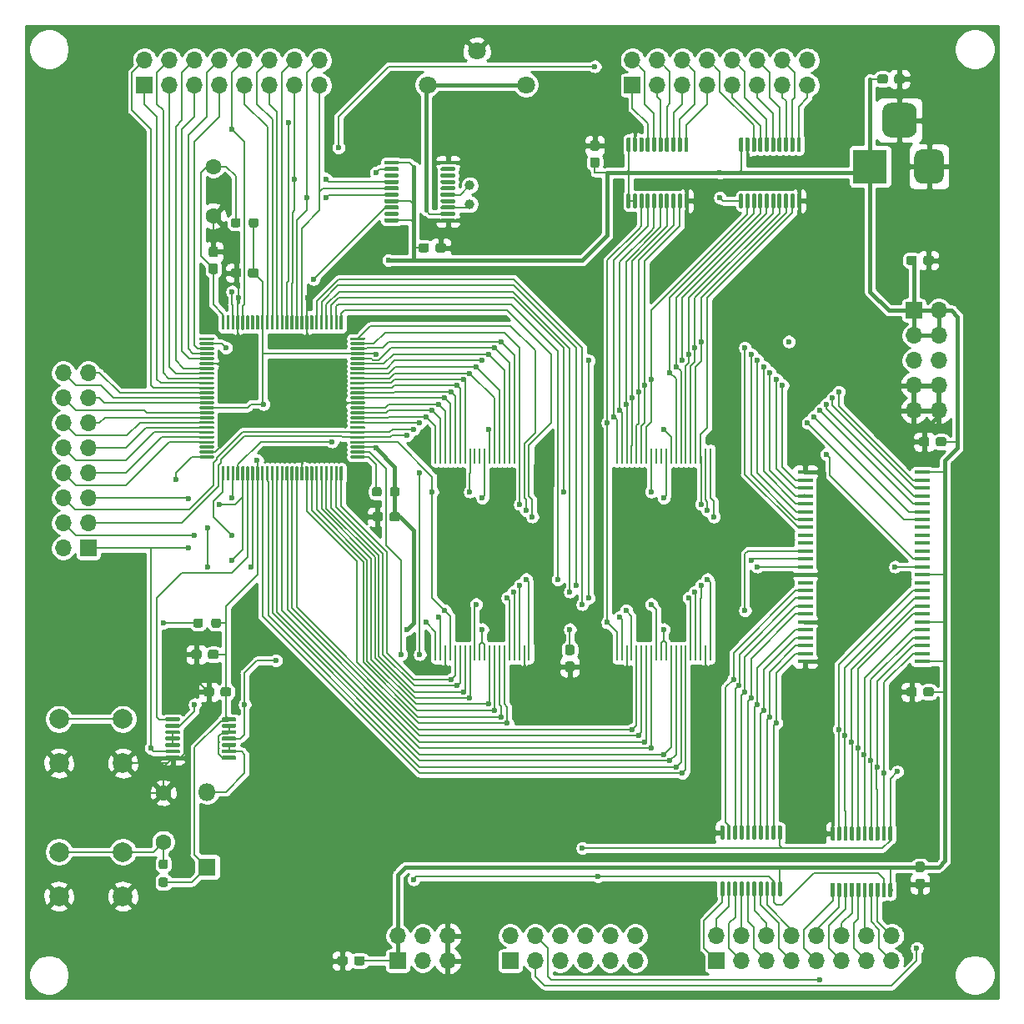
<source format=gtl>
G04 #@! TF.GenerationSoftware,KiCad,Pcbnew,(5.1.9)-1*
G04 #@! TF.CreationDate,2021-09-19T14:37:10+09:00*
G04 #@! TF.ProjectId,DragonOne_cpu_rev03,44726167-6f6e-44f6-9e65-5f6370755f72,0.3*
G04 #@! TF.SameCoordinates,PX5e78920PY8d19d38*
G04 #@! TF.FileFunction,Copper,L1,Top*
G04 #@! TF.FilePolarity,Positive*
%FSLAX46Y46*%
G04 Gerber Fmt 4.6, Leading zero omitted, Abs format (unit mm)*
G04 Created by KiCad (PCBNEW (5.1.9)-1) date 2021-09-19 14:37:10*
%MOMM*%
%LPD*%
G01*
G04 APERTURE LIST*
G04 #@! TA.AperFunction,SMDPad,CuDef*
%ADD10R,1.520000X0.458000*%
G04 #@! TD*
G04 #@! TA.AperFunction,ComponentPad*
%ADD11C,2.000000*%
G04 #@! TD*
G04 #@! TA.AperFunction,SMDPad,CuDef*
%ADD12R,0.254000X1.600000*%
G04 #@! TD*
G04 #@! TA.AperFunction,ComponentPad*
%ADD13C,1.000000*%
G04 #@! TD*
G04 #@! TA.AperFunction,ComponentPad*
%ADD14R,3.500000X3.500000*%
G04 #@! TD*
G04 #@! TA.AperFunction,ComponentPad*
%ADD15O,1.800000X1.800000*%
G04 #@! TD*
G04 #@! TA.AperFunction,ComponentPad*
%ADD16R,1.800000X1.800000*%
G04 #@! TD*
G04 #@! TA.AperFunction,ComponentPad*
%ADD17O,1.700000X1.700000*%
G04 #@! TD*
G04 #@! TA.AperFunction,ComponentPad*
%ADD18R,1.700000X1.700000*%
G04 #@! TD*
G04 #@! TA.AperFunction,ComponentPad*
%ADD19C,1.600000*%
G04 #@! TD*
G04 #@! TA.AperFunction,ComponentPad*
%ADD20C,1.800000*%
G04 #@! TD*
G04 #@! TA.AperFunction,ViaPad*
%ADD21C,0.600000*%
G04 #@! TD*
G04 #@! TA.AperFunction,Conductor*
%ADD22C,0.200000*%
G04 #@! TD*
G04 #@! TA.AperFunction,Conductor*
%ADD23C,0.400000*%
G04 #@! TD*
G04 #@! TA.AperFunction,Conductor*
%ADD24C,0.254000*%
G04 #@! TD*
G04 #@! TA.AperFunction,Conductor*
%ADD25C,0.100000*%
G04 #@! TD*
G04 APERTURE END LIST*
G04 #@! TA.AperFunction,SMDPad,CuDef*
G36*
G01*
X33330000Y4682500D02*
X33330000Y4207500D01*
G75*
G02*
X33092500Y3970000I-237500J0D01*
G01*
X32492500Y3970000D01*
G75*
G02*
X32255000Y4207500I0J237500D01*
G01*
X32255000Y4682500D01*
G75*
G02*
X32492500Y4920000I237500J0D01*
G01*
X33092500Y4920000D01*
G75*
G02*
X33330000Y4682500I0J-237500D01*
G01*
G37*
G04 #@! TD.AperFunction*
G04 #@! TA.AperFunction,SMDPad,CuDef*
G36*
G01*
X35055000Y4682500D02*
X35055000Y4207500D01*
G75*
G02*
X34817500Y3970000I-237500J0D01*
G01*
X34217500Y3970000D01*
G75*
G02*
X33980000Y4207500I0J237500D01*
G01*
X33980000Y4682500D01*
G75*
G02*
X34217500Y4920000I237500J0D01*
G01*
X34817500Y4920000D01*
G75*
G02*
X35055000Y4682500I0J-237500D01*
G01*
G37*
G04 #@! TD.AperFunction*
G04 #@! TA.AperFunction,SMDPad,CuDef*
G36*
G01*
X33670000Y67745000D02*
X34995000Y67745000D01*
G75*
G02*
X35070000Y67670000I0J-75000D01*
G01*
X35070000Y67520000D01*
G75*
G02*
X34995000Y67445000I-75000J0D01*
G01*
X33670000Y67445000D01*
G75*
G02*
X33595000Y67520000I0J75000D01*
G01*
X33595000Y67670000D01*
G75*
G02*
X33670000Y67745000I75000J0D01*
G01*
G37*
G04 #@! TD.AperFunction*
G04 #@! TA.AperFunction,SMDPad,CuDef*
G36*
G01*
X33670000Y67245000D02*
X34995000Y67245000D01*
G75*
G02*
X35070000Y67170000I0J-75000D01*
G01*
X35070000Y67020000D01*
G75*
G02*
X34995000Y66945000I-75000J0D01*
G01*
X33670000Y66945000D01*
G75*
G02*
X33595000Y67020000I0J75000D01*
G01*
X33595000Y67170000D01*
G75*
G02*
X33670000Y67245000I75000J0D01*
G01*
G37*
G04 #@! TD.AperFunction*
G04 #@! TA.AperFunction,SMDPad,CuDef*
G36*
G01*
X33670000Y66745000D02*
X34995000Y66745000D01*
G75*
G02*
X35070000Y66670000I0J-75000D01*
G01*
X35070000Y66520000D01*
G75*
G02*
X34995000Y66445000I-75000J0D01*
G01*
X33670000Y66445000D01*
G75*
G02*
X33595000Y66520000I0J75000D01*
G01*
X33595000Y66670000D01*
G75*
G02*
X33670000Y66745000I75000J0D01*
G01*
G37*
G04 #@! TD.AperFunction*
G04 #@! TA.AperFunction,SMDPad,CuDef*
G36*
G01*
X33670000Y66245000D02*
X34995000Y66245000D01*
G75*
G02*
X35070000Y66170000I0J-75000D01*
G01*
X35070000Y66020000D01*
G75*
G02*
X34995000Y65945000I-75000J0D01*
G01*
X33670000Y65945000D01*
G75*
G02*
X33595000Y66020000I0J75000D01*
G01*
X33595000Y66170000D01*
G75*
G02*
X33670000Y66245000I75000J0D01*
G01*
G37*
G04 #@! TD.AperFunction*
G04 #@! TA.AperFunction,SMDPad,CuDef*
G36*
G01*
X33670000Y65745000D02*
X34995000Y65745000D01*
G75*
G02*
X35070000Y65670000I0J-75000D01*
G01*
X35070000Y65520000D01*
G75*
G02*
X34995000Y65445000I-75000J0D01*
G01*
X33670000Y65445000D01*
G75*
G02*
X33595000Y65520000I0J75000D01*
G01*
X33595000Y65670000D01*
G75*
G02*
X33670000Y65745000I75000J0D01*
G01*
G37*
G04 #@! TD.AperFunction*
G04 #@! TA.AperFunction,SMDPad,CuDef*
G36*
G01*
X33670000Y65245000D02*
X34995000Y65245000D01*
G75*
G02*
X35070000Y65170000I0J-75000D01*
G01*
X35070000Y65020000D01*
G75*
G02*
X34995000Y64945000I-75000J0D01*
G01*
X33670000Y64945000D01*
G75*
G02*
X33595000Y65020000I0J75000D01*
G01*
X33595000Y65170000D01*
G75*
G02*
X33670000Y65245000I75000J0D01*
G01*
G37*
G04 #@! TD.AperFunction*
G04 #@! TA.AperFunction,SMDPad,CuDef*
G36*
G01*
X33670000Y64745000D02*
X34995000Y64745000D01*
G75*
G02*
X35070000Y64670000I0J-75000D01*
G01*
X35070000Y64520000D01*
G75*
G02*
X34995000Y64445000I-75000J0D01*
G01*
X33670000Y64445000D01*
G75*
G02*
X33595000Y64520000I0J75000D01*
G01*
X33595000Y64670000D01*
G75*
G02*
X33670000Y64745000I75000J0D01*
G01*
G37*
G04 #@! TD.AperFunction*
G04 #@! TA.AperFunction,SMDPad,CuDef*
G36*
G01*
X33670000Y64245000D02*
X34995000Y64245000D01*
G75*
G02*
X35070000Y64170000I0J-75000D01*
G01*
X35070000Y64020000D01*
G75*
G02*
X34995000Y63945000I-75000J0D01*
G01*
X33670000Y63945000D01*
G75*
G02*
X33595000Y64020000I0J75000D01*
G01*
X33595000Y64170000D01*
G75*
G02*
X33670000Y64245000I75000J0D01*
G01*
G37*
G04 #@! TD.AperFunction*
G04 #@! TA.AperFunction,SMDPad,CuDef*
G36*
G01*
X33670000Y63745000D02*
X34995000Y63745000D01*
G75*
G02*
X35070000Y63670000I0J-75000D01*
G01*
X35070000Y63520000D01*
G75*
G02*
X34995000Y63445000I-75000J0D01*
G01*
X33670000Y63445000D01*
G75*
G02*
X33595000Y63520000I0J75000D01*
G01*
X33595000Y63670000D01*
G75*
G02*
X33670000Y63745000I75000J0D01*
G01*
G37*
G04 #@! TD.AperFunction*
G04 #@! TA.AperFunction,SMDPad,CuDef*
G36*
G01*
X33670000Y63245000D02*
X34995000Y63245000D01*
G75*
G02*
X35070000Y63170000I0J-75000D01*
G01*
X35070000Y63020000D01*
G75*
G02*
X34995000Y62945000I-75000J0D01*
G01*
X33670000Y62945000D01*
G75*
G02*
X33595000Y63020000I0J75000D01*
G01*
X33595000Y63170000D01*
G75*
G02*
X33670000Y63245000I75000J0D01*
G01*
G37*
G04 #@! TD.AperFunction*
G04 #@! TA.AperFunction,SMDPad,CuDef*
G36*
G01*
X33670000Y62745000D02*
X34995000Y62745000D01*
G75*
G02*
X35070000Y62670000I0J-75000D01*
G01*
X35070000Y62520000D01*
G75*
G02*
X34995000Y62445000I-75000J0D01*
G01*
X33670000Y62445000D01*
G75*
G02*
X33595000Y62520000I0J75000D01*
G01*
X33595000Y62670000D01*
G75*
G02*
X33670000Y62745000I75000J0D01*
G01*
G37*
G04 #@! TD.AperFunction*
G04 #@! TA.AperFunction,SMDPad,CuDef*
G36*
G01*
X33670000Y62245000D02*
X34995000Y62245000D01*
G75*
G02*
X35070000Y62170000I0J-75000D01*
G01*
X35070000Y62020000D01*
G75*
G02*
X34995000Y61945000I-75000J0D01*
G01*
X33670000Y61945000D01*
G75*
G02*
X33595000Y62020000I0J75000D01*
G01*
X33595000Y62170000D01*
G75*
G02*
X33670000Y62245000I75000J0D01*
G01*
G37*
G04 #@! TD.AperFunction*
G04 #@! TA.AperFunction,SMDPad,CuDef*
G36*
G01*
X33670000Y61745000D02*
X34995000Y61745000D01*
G75*
G02*
X35070000Y61670000I0J-75000D01*
G01*
X35070000Y61520000D01*
G75*
G02*
X34995000Y61445000I-75000J0D01*
G01*
X33670000Y61445000D01*
G75*
G02*
X33595000Y61520000I0J75000D01*
G01*
X33595000Y61670000D01*
G75*
G02*
X33670000Y61745000I75000J0D01*
G01*
G37*
G04 #@! TD.AperFunction*
G04 #@! TA.AperFunction,SMDPad,CuDef*
G36*
G01*
X33670000Y61245000D02*
X34995000Y61245000D01*
G75*
G02*
X35070000Y61170000I0J-75000D01*
G01*
X35070000Y61020000D01*
G75*
G02*
X34995000Y60945000I-75000J0D01*
G01*
X33670000Y60945000D01*
G75*
G02*
X33595000Y61020000I0J75000D01*
G01*
X33595000Y61170000D01*
G75*
G02*
X33670000Y61245000I75000J0D01*
G01*
G37*
G04 #@! TD.AperFunction*
G04 #@! TA.AperFunction,SMDPad,CuDef*
G36*
G01*
X33670000Y60745000D02*
X34995000Y60745000D01*
G75*
G02*
X35070000Y60670000I0J-75000D01*
G01*
X35070000Y60520000D01*
G75*
G02*
X34995000Y60445000I-75000J0D01*
G01*
X33670000Y60445000D01*
G75*
G02*
X33595000Y60520000I0J75000D01*
G01*
X33595000Y60670000D01*
G75*
G02*
X33670000Y60745000I75000J0D01*
G01*
G37*
G04 #@! TD.AperFunction*
G04 #@! TA.AperFunction,SMDPad,CuDef*
G36*
G01*
X33670000Y60245000D02*
X34995000Y60245000D01*
G75*
G02*
X35070000Y60170000I0J-75000D01*
G01*
X35070000Y60020000D01*
G75*
G02*
X34995000Y59945000I-75000J0D01*
G01*
X33670000Y59945000D01*
G75*
G02*
X33595000Y60020000I0J75000D01*
G01*
X33595000Y60170000D01*
G75*
G02*
X33670000Y60245000I75000J0D01*
G01*
G37*
G04 #@! TD.AperFunction*
G04 #@! TA.AperFunction,SMDPad,CuDef*
G36*
G01*
X33670000Y59745000D02*
X34995000Y59745000D01*
G75*
G02*
X35070000Y59670000I0J-75000D01*
G01*
X35070000Y59520000D01*
G75*
G02*
X34995000Y59445000I-75000J0D01*
G01*
X33670000Y59445000D01*
G75*
G02*
X33595000Y59520000I0J75000D01*
G01*
X33595000Y59670000D01*
G75*
G02*
X33670000Y59745000I75000J0D01*
G01*
G37*
G04 #@! TD.AperFunction*
G04 #@! TA.AperFunction,SMDPad,CuDef*
G36*
G01*
X33670000Y59245000D02*
X34995000Y59245000D01*
G75*
G02*
X35070000Y59170000I0J-75000D01*
G01*
X35070000Y59020000D01*
G75*
G02*
X34995000Y58945000I-75000J0D01*
G01*
X33670000Y58945000D01*
G75*
G02*
X33595000Y59020000I0J75000D01*
G01*
X33595000Y59170000D01*
G75*
G02*
X33670000Y59245000I75000J0D01*
G01*
G37*
G04 #@! TD.AperFunction*
G04 #@! TA.AperFunction,SMDPad,CuDef*
G36*
G01*
X33670000Y58745000D02*
X34995000Y58745000D01*
G75*
G02*
X35070000Y58670000I0J-75000D01*
G01*
X35070000Y58520000D01*
G75*
G02*
X34995000Y58445000I-75000J0D01*
G01*
X33670000Y58445000D01*
G75*
G02*
X33595000Y58520000I0J75000D01*
G01*
X33595000Y58670000D01*
G75*
G02*
X33670000Y58745000I75000J0D01*
G01*
G37*
G04 #@! TD.AperFunction*
G04 #@! TA.AperFunction,SMDPad,CuDef*
G36*
G01*
X33670000Y58245000D02*
X34995000Y58245000D01*
G75*
G02*
X35070000Y58170000I0J-75000D01*
G01*
X35070000Y58020000D01*
G75*
G02*
X34995000Y57945000I-75000J0D01*
G01*
X33670000Y57945000D01*
G75*
G02*
X33595000Y58020000I0J75000D01*
G01*
X33595000Y58170000D01*
G75*
G02*
X33670000Y58245000I75000J0D01*
G01*
G37*
G04 #@! TD.AperFunction*
G04 #@! TA.AperFunction,SMDPad,CuDef*
G36*
G01*
X33670000Y57745000D02*
X34995000Y57745000D01*
G75*
G02*
X35070000Y57670000I0J-75000D01*
G01*
X35070000Y57520000D01*
G75*
G02*
X34995000Y57445000I-75000J0D01*
G01*
X33670000Y57445000D01*
G75*
G02*
X33595000Y57520000I0J75000D01*
G01*
X33595000Y57670000D01*
G75*
G02*
X33670000Y57745000I75000J0D01*
G01*
G37*
G04 #@! TD.AperFunction*
G04 #@! TA.AperFunction,SMDPad,CuDef*
G36*
G01*
X33670000Y57245000D02*
X34995000Y57245000D01*
G75*
G02*
X35070000Y57170000I0J-75000D01*
G01*
X35070000Y57020000D01*
G75*
G02*
X34995000Y56945000I-75000J0D01*
G01*
X33670000Y56945000D01*
G75*
G02*
X33595000Y57020000I0J75000D01*
G01*
X33595000Y57170000D01*
G75*
G02*
X33670000Y57245000I75000J0D01*
G01*
G37*
G04 #@! TD.AperFunction*
G04 #@! TA.AperFunction,SMDPad,CuDef*
G36*
G01*
X33670000Y56745000D02*
X34995000Y56745000D01*
G75*
G02*
X35070000Y56670000I0J-75000D01*
G01*
X35070000Y56520000D01*
G75*
G02*
X34995000Y56445000I-75000J0D01*
G01*
X33670000Y56445000D01*
G75*
G02*
X33595000Y56520000I0J75000D01*
G01*
X33595000Y56670000D01*
G75*
G02*
X33670000Y56745000I75000J0D01*
G01*
G37*
G04 #@! TD.AperFunction*
G04 #@! TA.AperFunction,SMDPad,CuDef*
G36*
G01*
X33670000Y56245000D02*
X34995000Y56245000D01*
G75*
G02*
X35070000Y56170000I0J-75000D01*
G01*
X35070000Y56020000D01*
G75*
G02*
X34995000Y55945000I-75000J0D01*
G01*
X33670000Y55945000D01*
G75*
G02*
X33595000Y56020000I0J75000D01*
G01*
X33595000Y56170000D01*
G75*
G02*
X33670000Y56245000I75000J0D01*
G01*
G37*
G04 #@! TD.AperFunction*
G04 #@! TA.AperFunction,SMDPad,CuDef*
G36*
G01*
X33670000Y55745000D02*
X34995000Y55745000D01*
G75*
G02*
X35070000Y55670000I0J-75000D01*
G01*
X35070000Y55520000D01*
G75*
G02*
X34995000Y55445000I-75000J0D01*
G01*
X33670000Y55445000D01*
G75*
G02*
X33595000Y55520000I0J75000D01*
G01*
X33595000Y55670000D01*
G75*
G02*
X33670000Y55745000I75000J0D01*
G01*
G37*
G04 #@! TD.AperFunction*
G04 #@! TA.AperFunction,SMDPad,CuDef*
G36*
G01*
X32595000Y54670000D02*
X32745000Y54670000D01*
G75*
G02*
X32820000Y54595000I0J-75000D01*
G01*
X32820000Y53270000D01*
G75*
G02*
X32745000Y53195000I-75000J0D01*
G01*
X32595000Y53195000D01*
G75*
G02*
X32520000Y53270000I0J75000D01*
G01*
X32520000Y54595000D01*
G75*
G02*
X32595000Y54670000I75000J0D01*
G01*
G37*
G04 #@! TD.AperFunction*
G04 #@! TA.AperFunction,SMDPad,CuDef*
G36*
G01*
X32095000Y54670000D02*
X32245000Y54670000D01*
G75*
G02*
X32320000Y54595000I0J-75000D01*
G01*
X32320000Y53270000D01*
G75*
G02*
X32245000Y53195000I-75000J0D01*
G01*
X32095000Y53195000D01*
G75*
G02*
X32020000Y53270000I0J75000D01*
G01*
X32020000Y54595000D01*
G75*
G02*
X32095000Y54670000I75000J0D01*
G01*
G37*
G04 #@! TD.AperFunction*
G04 #@! TA.AperFunction,SMDPad,CuDef*
G36*
G01*
X31595000Y54670000D02*
X31745000Y54670000D01*
G75*
G02*
X31820000Y54595000I0J-75000D01*
G01*
X31820000Y53270000D01*
G75*
G02*
X31745000Y53195000I-75000J0D01*
G01*
X31595000Y53195000D01*
G75*
G02*
X31520000Y53270000I0J75000D01*
G01*
X31520000Y54595000D01*
G75*
G02*
X31595000Y54670000I75000J0D01*
G01*
G37*
G04 #@! TD.AperFunction*
G04 #@! TA.AperFunction,SMDPad,CuDef*
G36*
G01*
X31095000Y54670000D02*
X31245000Y54670000D01*
G75*
G02*
X31320000Y54595000I0J-75000D01*
G01*
X31320000Y53270000D01*
G75*
G02*
X31245000Y53195000I-75000J0D01*
G01*
X31095000Y53195000D01*
G75*
G02*
X31020000Y53270000I0J75000D01*
G01*
X31020000Y54595000D01*
G75*
G02*
X31095000Y54670000I75000J0D01*
G01*
G37*
G04 #@! TD.AperFunction*
G04 #@! TA.AperFunction,SMDPad,CuDef*
G36*
G01*
X30595000Y54670000D02*
X30745000Y54670000D01*
G75*
G02*
X30820000Y54595000I0J-75000D01*
G01*
X30820000Y53270000D01*
G75*
G02*
X30745000Y53195000I-75000J0D01*
G01*
X30595000Y53195000D01*
G75*
G02*
X30520000Y53270000I0J75000D01*
G01*
X30520000Y54595000D01*
G75*
G02*
X30595000Y54670000I75000J0D01*
G01*
G37*
G04 #@! TD.AperFunction*
G04 #@! TA.AperFunction,SMDPad,CuDef*
G36*
G01*
X30095000Y54670000D02*
X30245000Y54670000D01*
G75*
G02*
X30320000Y54595000I0J-75000D01*
G01*
X30320000Y53270000D01*
G75*
G02*
X30245000Y53195000I-75000J0D01*
G01*
X30095000Y53195000D01*
G75*
G02*
X30020000Y53270000I0J75000D01*
G01*
X30020000Y54595000D01*
G75*
G02*
X30095000Y54670000I75000J0D01*
G01*
G37*
G04 #@! TD.AperFunction*
G04 #@! TA.AperFunction,SMDPad,CuDef*
G36*
G01*
X29595000Y54670000D02*
X29745000Y54670000D01*
G75*
G02*
X29820000Y54595000I0J-75000D01*
G01*
X29820000Y53270000D01*
G75*
G02*
X29745000Y53195000I-75000J0D01*
G01*
X29595000Y53195000D01*
G75*
G02*
X29520000Y53270000I0J75000D01*
G01*
X29520000Y54595000D01*
G75*
G02*
X29595000Y54670000I75000J0D01*
G01*
G37*
G04 #@! TD.AperFunction*
G04 #@! TA.AperFunction,SMDPad,CuDef*
G36*
G01*
X29095000Y54670000D02*
X29245000Y54670000D01*
G75*
G02*
X29320000Y54595000I0J-75000D01*
G01*
X29320000Y53270000D01*
G75*
G02*
X29245000Y53195000I-75000J0D01*
G01*
X29095000Y53195000D01*
G75*
G02*
X29020000Y53270000I0J75000D01*
G01*
X29020000Y54595000D01*
G75*
G02*
X29095000Y54670000I75000J0D01*
G01*
G37*
G04 #@! TD.AperFunction*
G04 #@! TA.AperFunction,SMDPad,CuDef*
G36*
G01*
X28595000Y54670000D02*
X28745000Y54670000D01*
G75*
G02*
X28820000Y54595000I0J-75000D01*
G01*
X28820000Y53270000D01*
G75*
G02*
X28745000Y53195000I-75000J0D01*
G01*
X28595000Y53195000D01*
G75*
G02*
X28520000Y53270000I0J75000D01*
G01*
X28520000Y54595000D01*
G75*
G02*
X28595000Y54670000I75000J0D01*
G01*
G37*
G04 #@! TD.AperFunction*
G04 #@! TA.AperFunction,SMDPad,CuDef*
G36*
G01*
X28095000Y54670000D02*
X28245000Y54670000D01*
G75*
G02*
X28320000Y54595000I0J-75000D01*
G01*
X28320000Y53270000D01*
G75*
G02*
X28245000Y53195000I-75000J0D01*
G01*
X28095000Y53195000D01*
G75*
G02*
X28020000Y53270000I0J75000D01*
G01*
X28020000Y54595000D01*
G75*
G02*
X28095000Y54670000I75000J0D01*
G01*
G37*
G04 #@! TD.AperFunction*
G04 #@! TA.AperFunction,SMDPad,CuDef*
G36*
G01*
X27595000Y54670000D02*
X27745000Y54670000D01*
G75*
G02*
X27820000Y54595000I0J-75000D01*
G01*
X27820000Y53270000D01*
G75*
G02*
X27745000Y53195000I-75000J0D01*
G01*
X27595000Y53195000D01*
G75*
G02*
X27520000Y53270000I0J75000D01*
G01*
X27520000Y54595000D01*
G75*
G02*
X27595000Y54670000I75000J0D01*
G01*
G37*
G04 #@! TD.AperFunction*
G04 #@! TA.AperFunction,SMDPad,CuDef*
G36*
G01*
X27095000Y54670000D02*
X27245000Y54670000D01*
G75*
G02*
X27320000Y54595000I0J-75000D01*
G01*
X27320000Y53270000D01*
G75*
G02*
X27245000Y53195000I-75000J0D01*
G01*
X27095000Y53195000D01*
G75*
G02*
X27020000Y53270000I0J75000D01*
G01*
X27020000Y54595000D01*
G75*
G02*
X27095000Y54670000I75000J0D01*
G01*
G37*
G04 #@! TD.AperFunction*
G04 #@! TA.AperFunction,SMDPad,CuDef*
G36*
G01*
X26595000Y54670000D02*
X26745000Y54670000D01*
G75*
G02*
X26820000Y54595000I0J-75000D01*
G01*
X26820000Y53270000D01*
G75*
G02*
X26745000Y53195000I-75000J0D01*
G01*
X26595000Y53195000D01*
G75*
G02*
X26520000Y53270000I0J75000D01*
G01*
X26520000Y54595000D01*
G75*
G02*
X26595000Y54670000I75000J0D01*
G01*
G37*
G04 #@! TD.AperFunction*
G04 #@! TA.AperFunction,SMDPad,CuDef*
G36*
G01*
X26095000Y54670000D02*
X26245000Y54670000D01*
G75*
G02*
X26320000Y54595000I0J-75000D01*
G01*
X26320000Y53270000D01*
G75*
G02*
X26245000Y53195000I-75000J0D01*
G01*
X26095000Y53195000D01*
G75*
G02*
X26020000Y53270000I0J75000D01*
G01*
X26020000Y54595000D01*
G75*
G02*
X26095000Y54670000I75000J0D01*
G01*
G37*
G04 #@! TD.AperFunction*
G04 #@! TA.AperFunction,SMDPad,CuDef*
G36*
G01*
X25595000Y54670000D02*
X25745000Y54670000D01*
G75*
G02*
X25820000Y54595000I0J-75000D01*
G01*
X25820000Y53270000D01*
G75*
G02*
X25745000Y53195000I-75000J0D01*
G01*
X25595000Y53195000D01*
G75*
G02*
X25520000Y53270000I0J75000D01*
G01*
X25520000Y54595000D01*
G75*
G02*
X25595000Y54670000I75000J0D01*
G01*
G37*
G04 #@! TD.AperFunction*
G04 #@! TA.AperFunction,SMDPad,CuDef*
G36*
G01*
X25095000Y54670000D02*
X25245000Y54670000D01*
G75*
G02*
X25320000Y54595000I0J-75000D01*
G01*
X25320000Y53270000D01*
G75*
G02*
X25245000Y53195000I-75000J0D01*
G01*
X25095000Y53195000D01*
G75*
G02*
X25020000Y53270000I0J75000D01*
G01*
X25020000Y54595000D01*
G75*
G02*
X25095000Y54670000I75000J0D01*
G01*
G37*
G04 #@! TD.AperFunction*
G04 #@! TA.AperFunction,SMDPad,CuDef*
G36*
G01*
X24595000Y54670000D02*
X24745000Y54670000D01*
G75*
G02*
X24820000Y54595000I0J-75000D01*
G01*
X24820000Y53270000D01*
G75*
G02*
X24745000Y53195000I-75000J0D01*
G01*
X24595000Y53195000D01*
G75*
G02*
X24520000Y53270000I0J75000D01*
G01*
X24520000Y54595000D01*
G75*
G02*
X24595000Y54670000I75000J0D01*
G01*
G37*
G04 #@! TD.AperFunction*
G04 #@! TA.AperFunction,SMDPad,CuDef*
G36*
G01*
X24095000Y54670000D02*
X24245000Y54670000D01*
G75*
G02*
X24320000Y54595000I0J-75000D01*
G01*
X24320000Y53270000D01*
G75*
G02*
X24245000Y53195000I-75000J0D01*
G01*
X24095000Y53195000D01*
G75*
G02*
X24020000Y53270000I0J75000D01*
G01*
X24020000Y54595000D01*
G75*
G02*
X24095000Y54670000I75000J0D01*
G01*
G37*
G04 #@! TD.AperFunction*
G04 #@! TA.AperFunction,SMDPad,CuDef*
G36*
G01*
X23595000Y54670000D02*
X23745000Y54670000D01*
G75*
G02*
X23820000Y54595000I0J-75000D01*
G01*
X23820000Y53270000D01*
G75*
G02*
X23745000Y53195000I-75000J0D01*
G01*
X23595000Y53195000D01*
G75*
G02*
X23520000Y53270000I0J75000D01*
G01*
X23520000Y54595000D01*
G75*
G02*
X23595000Y54670000I75000J0D01*
G01*
G37*
G04 #@! TD.AperFunction*
G04 #@! TA.AperFunction,SMDPad,CuDef*
G36*
G01*
X23095000Y54670000D02*
X23245000Y54670000D01*
G75*
G02*
X23320000Y54595000I0J-75000D01*
G01*
X23320000Y53270000D01*
G75*
G02*
X23245000Y53195000I-75000J0D01*
G01*
X23095000Y53195000D01*
G75*
G02*
X23020000Y53270000I0J75000D01*
G01*
X23020000Y54595000D01*
G75*
G02*
X23095000Y54670000I75000J0D01*
G01*
G37*
G04 #@! TD.AperFunction*
G04 #@! TA.AperFunction,SMDPad,CuDef*
G36*
G01*
X22595000Y54670000D02*
X22745000Y54670000D01*
G75*
G02*
X22820000Y54595000I0J-75000D01*
G01*
X22820000Y53270000D01*
G75*
G02*
X22745000Y53195000I-75000J0D01*
G01*
X22595000Y53195000D01*
G75*
G02*
X22520000Y53270000I0J75000D01*
G01*
X22520000Y54595000D01*
G75*
G02*
X22595000Y54670000I75000J0D01*
G01*
G37*
G04 #@! TD.AperFunction*
G04 #@! TA.AperFunction,SMDPad,CuDef*
G36*
G01*
X22095000Y54670000D02*
X22245000Y54670000D01*
G75*
G02*
X22320000Y54595000I0J-75000D01*
G01*
X22320000Y53270000D01*
G75*
G02*
X22245000Y53195000I-75000J0D01*
G01*
X22095000Y53195000D01*
G75*
G02*
X22020000Y53270000I0J75000D01*
G01*
X22020000Y54595000D01*
G75*
G02*
X22095000Y54670000I75000J0D01*
G01*
G37*
G04 #@! TD.AperFunction*
G04 #@! TA.AperFunction,SMDPad,CuDef*
G36*
G01*
X21595000Y54670000D02*
X21745000Y54670000D01*
G75*
G02*
X21820000Y54595000I0J-75000D01*
G01*
X21820000Y53270000D01*
G75*
G02*
X21745000Y53195000I-75000J0D01*
G01*
X21595000Y53195000D01*
G75*
G02*
X21520000Y53270000I0J75000D01*
G01*
X21520000Y54595000D01*
G75*
G02*
X21595000Y54670000I75000J0D01*
G01*
G37*
G04 #@! TD.AperFunction*
G04 #@! TA.AperFunction,SMDPad,CuDef*
G36*
G01*
X21095000Y54670000D02*
X21245000Y54670000D01*
G75*
G02*
X21320000Y54595000I0J-75000D01*
G01*
X21320000Y53270000D01*
G75*
G02*
X21245000Y53195000I-75000J0D01*
G01*
X21095000Y53195000D01*
G75*
G02*
X21020000Y53270000I0J75000D01*
G01*
X21020000Y54595000D01*
G75*
G02*
X21095000Y54670000I75000J0D01*
G01*
G37*
G04 #@! TD.AperFunction*
G04 #@! TA.AperFunction,SMDPad,CuDef*
G36*
G01*
X20595000Y54670000D02*
X20745000Y54670000D01*
G75*
G02*
X20820000Y54595000I0J-75000D01*
G01*
X20820000Y53270000D01*
G75*
G02*
X20745000Y53195000I-75000J0D01*
G01*
X20595000Y53195000D01*
G75*
G02*
X20520000Y53270000I0J75000D01*
G01*
X20520000Y54595000D01*
G75*
G02*
X20595000Y54670000I75000J0D01*
G01*
G37*
G04 #@! TD.AperFunction*
G04 #@! TA.AperFunction,SMDPad,CuDef*
G36*
G01*
X18345000Y55745000D02*
X19670000Y55745000D01*
G75*
G02*
X19745000Y55670000I0J-75000D01*
G01*
X19745000Y55520000D01*
G75*
G02*
X19670000Y55445000I-75000J0D01*
G01*
X18345000Y55445000D01*
G75*
G02*
X18270000Y55520000I0J75000D01*
G01*
X18270000Y55670000D01*
G75*
G02*
X18345000Y55745000I75000J0D01*
G01*
G37*
G04 #@! TD.AperFunction*
G04 #@! TA.AperFunction,SMDPad,CuDef*
G36*
G01*
X18345000Y56245000D02*
X19670000Y56245000D01*
G75*
G02*
X19745000Y56170000I0J-75000D01*
G01*
X19745000Y56020000D01*
G75*
G02*
X19670000Y55945000I-75000J0D01*
G01*
X18345000Y55945000D01*
G75*
G02*
X18270000Y56020000I0J75000D01*
G01*
X18270000Y56170000D01*
G75*
G02*
X18345000Y56245000I75000J0D01*
G01*
G37*
G04 #@! TD.AperFunction*
G04 #@! TA.AperFunction,SMDPad,CuDef*
G36*
G01*
X18345000Y56745000D02*
X19670000Y56745000D01*
G75*
G02*
X19745000Y56670000I0J-75000D01*
G01*
X19745000Y56520000D01*
G75*
G02*
X19670000Y56445000I-75000J0D01*
G01*
X18345000Y56445000D01*
G75*
G02*
X18270000Y56520000I0J75000D01*
G01*
X18270000Y56670000D01*
G75*
G02*
X18345000Y56745000I75000J0D01*
G01*
G37*
G04 #@! TD.AperFunction*
G04 #@! TA.AperFunction,SMDPad,CuDef*
G36*
G01*
X18345000Y57245000D02*
X19670000Y57245000D01*
G75*
G02*
X19745000Y57170000I0J-75000D01*
G01*
X19745000Y57020000D01*
G75*
G02*
X19670000Y56945000I-75000J0D01*
G01*
X18345000Y56945000D01*
G75*
G02*
X18270000Y57020000I0J75000D01*
G01*
X18270000Y57170000D01*
G75*
G02*
X18345000Y57245000I75000J0D01*
G01*
G37*
G04 #@! TD.AperFunction*
G04 #@! TA.AperFunction,SMDPad,CuDef*
G36*
G01*
X18345000Y57745000D02*
X19670000Y57745000D01*
G75*
G02*
X19745000Y57670000I0J-75000D01*
G01*
X19745000Y57520000D01*
G75*
G02*
X19670000Y57445000I-75000J0D01*
G01*
X18345000Y57445000D01*
G75*
G02*
X18270000Y57520000I0J75000D01*
G01*
X18270000Y57670000D01*
G75*
G02*
X18345000Y57745000I75000J0D01*
G01*
G37*
G04 #@! TD.AperFunction*
G04 #@! TA.AperFunction,SMDPad,CuDef*
G36*
G01*
X18345000Y58245000D02*
X19670000Y58245000D01*
G75*
G02*
X19745000Y58170000I0J-75000D01*
G01*
X19745000Y58020000D01*
G75*
G02*
X19670000Y57945000I-75000J0D01*
G01*
X18345000Y57945000D01*
G75*
G02*
X18270000Y58020000I0J75000D01*
G01*
X18270000Y58170000D01*
G75*
G02*
X18345000Y58245000I75000J0D01*
G01*
G37*
G04 #@! TD.AperFunction*
G04 #@! TA.AperFunction,SMDPad,CuDef*
G36*
G01*
X18345000Y58745000D02*
X19670000Y58745000D01*
G75*
G02*
X19745000Y58670000I0J-75000D01*
G01*
X19745000Y58520000D01*
G75*
G02*
X19670000Y58445000I-75000J0D01*
G01*
X18345000Y58445000D01*
G75*
G02*
X18270000Y58520000I0J75000D01*
G01*
X18270000Y58670000D01*
G75*
G02*
X18345000Y58745000I75000J0D01*
G01*
G37*
G04 #@! TD.AperFunction*
G04 #@! TA.AperFunction,SMDPad,CuDef*
G36*
G01*
X18345000Y59245000D02*
X19670000Y59245000D01*
G75*
G02*
X19745000Y59170000I0J-75000D01*
G01*
X19745000Y59020000D01*
G75*
G02*
X19670000Y58945000I-75000J0D01*
G01*
X18345000Y58945000D01*
G75*
G02*
X18270000Y59020000I0J75000D01*
G01*
X18270000Y59170000D01*
G75*
G02*
X18345000Y59245000I75000J0D01*
G01*
G37*
G04 #@! TD.AperFunction*
G04 #@! TA.AperFunction,SMDPad,CuDef*
G36*
G01*
X18345000Y59745000D02*
X19670000Y59745000D01*
G75*
G02*
X19745000Y59670000I0J-75000D01*
G01*
X19745000Y59520000D01*
G75*
G02*
X19670000Y59445000I-75000J0D01*
G01*
X18345000Y59445000D01*
G75*
G02*
X18270000Y59520000I0J75000D01*
G01*
X18270000Y59670000D01*
G75*
G02*
X18345000Y59745000I75000J0D01*
G01*
G37*
G04 #@! TD.AperFunction*
G04 #@! TA.AperFunction,SMDPad,CuDef*
G36*
G01*
X18345000Y60245000D02*
X19670000Y60245000D01*
G75*
G02*
X19745000Y60170000I0J-75000D01*
G01*
X19745000Y60020000D01*
G75*
G02*
X19670000Y59945000I-75000J0D01*
G01*
X18345000Y59945000D01*
G75*
G02*
X18270000Y60020000I0J75000D01*
G01*
X18270000Y60170000D01*
G75*
G02*
X18345000Y60245000I75000J0D01*
G01*
G37*
G04 #@! TD.AperFunction*
G04 #@! TA.AperFunction,SMDPad,CuDef*
G36*
G01*
X18345000Y60745000D02*
X19670000Y60745000D01*
G75*
G02*
X19745000Y60670000I0J-75000D01*
G01*
X19745000Y60520000D01*
G75*
G02*
X19670000Y60445000I-75000J0D01*
G01*
X18345000Y60445000D01*
G75*
G02*
X18270000Y60520000I0J75000D01*
G01*
X18270000Y60670000D01*
G75*
G02*
X18345000Y60745000I75000J0D01*
G01*
G37*
G04 #@! TD.AperFunction*
G04 #@! TA.AperFunction,SMDPad,CuDef*
G36*
G01*
X18345000Y61245000D02*
X19670000Y61245000D01*
G75*
G02*
X19745000Y61170000I0J-75000D01*
G01*
X19745000Y61020000D01*
G75*
G02*
X19670000Y60945000I-75000J0D01*
G01*
X18345000Y60945000D01*
G75*
G02*
X18270000Y61020000I0J75000D01*
G01*
X18270000Y61170000D01*
G75*
G02*
X18345000Y61245000I75000J0D01*
G01*
G37*
G04 #@! TD.AperFunction*
G04 #@! TA.AperFunction,SMDPad,CuDef*
G36*
G01*
X18345000Y61745000D02*
X19670000Y61745000D01*
G75*
G02*
X19745000Y61670000I0J-75000D01*
G01*
X19745000Y61520000D01*
G75*
G02*
X19670000Y61445000I-75000J0D01*
G01*
X18345000Y61445000D01*
G75*
G02*
X18270000Y61520000I0J75000D01*
G01*
X18270000Y61670000D01*
G75*
G02*
X18345000Y61745000I75000J0D01*
G01*
G37*
G04 #@! TD.AperFunction*
G04 #@! TA.AperFunction,SMDPad,CuDef*
G36*
G01*
X18345000Y62245000D02*
X19670000Y62245000D01*
G75*
G02*
X19745000Y62170000I0J-75000D01*
G01*
X19745000Y62020000D01*
G75*
G02*
X19670000Y61945000I-75000J0D01*
G01*
X18345000Y61945000D01*
G75*
G02*
X18270000Y62020000I0J75000D01*
G01*
X18270000Y62170000D01*
G75*
G02*
X18345000Y62245000I75000J0D01*
G01*
G37*
G04 #@! TD.AperFunction*
G04 #@! TA.AperFunction,SMDPad,CuDef*
G36*
G01*
X18345000Y62745000D02*
X19670000Y62745000D01*
G75*
G02*
X19745000Y62670000I0J-75000D01*
G01*
X19745000Y62520000D01*
G75*
G02*
X19670000Y62445000I-75000J0D01*
G01*
X18345000Y62445000D01*
G75*
G02*
X18270000Y62520000I0J75000D01*
G01*
X18270000Y62670000D01*
G75*
G02*
X18345000Y62745000I75000J0D01*
G01*
G37*
G04 #@! TD.AperFunction*
G04 #@! TA.AperFunction,SMDPad,CuDef*
G36*
G01*
X18345000Y63245000D02*
X19670000Y63245000D01*
G75*
G02*
X19745000Y63170000I0J-75000D01*
G01*
X19745000Y63020000D01*
G75*
G02*
X19670000Y62945000I-75000J0D01*
G01*
X18345000Y62945000D01*
G75*
G02*
X18270000Y63020000I0J75000D01*
G01*
X18270000Y63170000D01*
G75*
G02*
X18345000Y63245000I75000J0D01*
G01*
G37*
G04 #@! TD.AperFunction*
G04 #@! TA.AperFunction,SMDPad,CuDef*
G36*
G01*
X18345000Y63745000D02*
X19670000Y63745000D01*
G75*
G02*
X19745000Y63670000I0J-75000D01*
G01*
X19745000Y63520000D01*
G75*
G02*
X19670000Y63445000I-75000J0D01*
G01*
X18345000Y63445000D01*
G75*
G02*
X18270000Y63520000I0J75000D01*
G01*
X18270000Y63670000D01*
G75*
G02*
X18345000Y63745000I75000J0D01*
G01*
G37*
G04 #@! TD.AperFunction*
G04 #@! TA.AperFunction,SMDPad,CuDef*
G36*
G01*
X18345000Y64245000D02*
X19670000Y64245000D01*
G75*
G02*
X19745000Y64170000I0J-75000D01*
G01*
X19745000Y64020000D01*
G75*
G02*
X19670000Y63945000I-75000J0D01*
G01*
X18345000Y63945000D01*
G75*
G02*
X18270000Y64020000I0J75000D01*
G01*
X18270000Y64170000D01*
G75*
G02*
X18345000Y64245000I75000J0D01*
G01*
G37*
G04 #@! TD.AperFunction*
G04 #@! TA.AperFunction,SMDPad,CuDef*
G36*
G01*
X18345000Y64745000D02*
X19670000Y64745000D01*
G75*
G02*
X19745000Y64670000I0J-75000D01*
G01*
X19745000Y64520000D01*
G75*
G02*
X19670000Y64445000I-75000J0D01*
G01*
X18345000Y64445000D01*
G75*
G02*
X18270000Y64520000I0J75000D01*
G01*
X18270000Y64670000D01*
G75*
G02*
X18345000Y64745000I75000J0D01*
G01*
G37*
G04 #@! TD.AperFunction*
G04 #@! TA.AperFunction,SMDPad,CuDef*
G36*
G01*
X18345000Y65245000D02*
X19670000Y65245000D01*
G75*
G02*
X19745000Y65170000I0J-75000D01*
G01*
X19745000Y65020000D01*
G75*
G02*
X19670000Y64945000I-75000J0D01*
G01*
X18345000Y64945000D01*
G75*
G02*
X18270000Y65020000I0J75000D01*
G01*
X18270000Y65170000D01*
G75*
G02*
X18345000Y65245000I75000J0D01*
G01*
G37*
G04 #@! TD.AperFunction*
G04 #@! TA.AperFunction,SMDPad,CuDef*
G36*
G01*
X18345000Y65745000D02*
X19670000Y65745000D01*
G75*
G02*
X19745000Y65670000I0J-75000D01*
G01*
X19745000Y65520000D01*
G75*
G02*
X19670000Y65445000I-75000J0D01*
G01*
X18345000Y65445000D01*
G75*
G02*
X18270000Y65520000I0J75000D01*
G01*
X18270000Y65670000D01*
G75*
G02*
X18345000Y65745000I75000J0D01*
G01*
G37*
G04 #@! TD.AperFunction*
G04 #@! TA.AperFunction,SMDPad,CuDef*
G36*
G01*
X18345000Y66245000D02*
X19670000Y66245000D01*
G75*
G02*
X19745000Y66170000I0J-75000D01*
G01*
X19745000Y66020000D01*
G75*
G02*
X19670000Y65945000I-75000J0D01*
G01*
X18345000Y65945000D01*
G75*
G02*
X18270000Y66020000I0J75000D01*
G01*
X18270000Y66170000D01*
G75*
G02*
X18345000Y66245000I75000J0D01*
G01*
G37*
G04 #@! TD.AperFunction*
G04 #@! TA.AperFunction,SMDPad,CuDef*
G36*
G01*
X18345000Y66745000D02*
X19670000Y66745000D01*
G75*
G02*
X19745000Y66670000I0J-75000D01*
G01*
X19745000Y66520000D01*
G75*
G02*
X19670000Y66445000I-75000J0D01*
G01*
X18345000Y66445000D01*
G75*
G02*
X18270000Y66520000I0J75000D01*
G01*
X18270000Y66670000D01*
G75*
G02*
X18345000Y66745000I75000J0D01*
G01*
G37*
G04 #@! TD.AperFunction*
G04 #@! TA.AperFunction,SMDPad,CuDef*
G36*
G01*
X18345000Y67245000D02*
X19670000Y67245000D01*
G75*
G02*
X19745000Y67170000I0J-75000D01*
G01*
X19745000Y67020000D01*
G75*
G02*
X19670000Y66945000I-75000J0D01*
G01*
X18345000Y66945000D01*
G75*
G02*
X18270000Y67020000I0J75000D01*
G01*
X18270000Y67170000D01*
G75*
G02*
X18345000Y67245000I75000J0D01*
G01*
G37*
G04 #@! TD.AperFunction*
G04 #@! TA.AperFunction,SMDPad,CuDef*
G36*
G01*
X18345000Y67745000D02*
X19670000Y67745000D01*
G75*
G02*
X19745000Y67670000I0J-75000D01*
G01*
X19745000Y67520000D01*
G75*
G02*
X19670000Y67445000I-75000J0D01*
G01*
X18345000Y67445000D01*
G75*
G02*
X18270000Y67520000I0J75000D01*
G01*
X18270000Y67670000D01*
G75*
G02*
X18345000Y67745000I75000J0D01*
G01*
G37*
G04 #@! TD.AperFunction*
G04 #@! TA.AperFunction,SMDPad,CuDef*
G36*
G01*
X20595000Y69995000D02*
X20745000Y69995000D01*
G75*
G02*
X20820000Y69920000I0J-75000D01*
G01*
X20820000Y68595000D01*
G75*
G02*
X20745000Y68520000I-75000J0D01*
G01*
X20595000Y68520000D01*
G75*
G02*
X20520000Y68595000I0J75000D01*
G01*
X20520000Y69920000D01*
G75*
G02*
X20595000Y69995000I75000J0D01*
G01*
G37*
G04 #@! TD.AperFunction*
G04 #@! TA.AperFunction,SMDPad,CuDef*
G36*
G01*
X21095000Y69995000D02*
X21245000Y69995000D01*
G75*
G02*
X21320000Y69920000I0J-75000D01*
G01*
X21320000Y68595000D01*
G75*
G02*
X21245000Y68520000I-75000J0D01*
G01*
X21095000Y68520000D01*
G75*
G02*
X21020000Y68595000I0J75000D01*
G01*
X21020000Y69920000D01*
G75*
G02*
X21095000Y69995000I75000J0D01*
G01*
G37*
G04 #@! TD.AperFunction*
G04 #@! TA.AperFunction,SMDPad,CuDef*
G36*
G01*
X21595000Y69995000D02*
X21745000Y69995000D01*
G75*
G02*
X21820000Y69920000I0J-75000D01*
G01*
X21820000Y68595000D01*
G75*
G02*
X21745000Y68520000I-75000J0D01*
G01*
X21595000Y68520000D01*
G75*
G02*
X21520000Y68595000I0J75000D01*
G01*
X21520000Y69920000D01*
G75*
G02*
X21595000Y69995000I75000J0D01*
G01*
G37*
G04 #@! TD.AperFunction*
G04 #@! TA.AperFunction,SMDPad,CuDef*
G36*
G01*
X22095000Y69995000D02*
X22245000Y69995000D01*
G75*
G02*
X22320000Y69920000I0J-75000D01*
G01*
X22320000Y68595000D01*
G75*
G02*
X22245000Y68520000I-75000J0D01*
G01*
X22095000Y68520000D01*
G75*
G02*
X22020000Y68595000I0J75000D01*
G01*
X22020000Y69920000D01*
G75*
G02*
X22095000Y69995000I75000J0D01*
G01*
G37*
G04 #@! TD.AperFunction*
G04 #@! TA.AperFunction,SMDPad,CuDef*
G36*
G01*
X22595000Y69995000D02*
X22745000Y69995000D01*
G75*
G02*
X22820000Y69920000I0J-75000D01*
G01*
X22820000Y68595000D01*
G75*
G02*
X22745000Y68520000I-75000J0D01*
G01*
X22595000Y68520000D01*
G75*
G02*
X22520000Y68595000I0J75000D01*
G01*
X22520000Y69920000D01*
G75*
G02*
X22595000Y69995000I75000J0D01*
G01*
G37*
G04 #@! TD.AperFunction*
G04 #@! TA.AperFunction,SMDPad,CuDef*
G36*
G01*
X23095000Y69995000D02*
X23245000Y69995000D01*
G75*
G02*
X23320000Y69920000I0J-75000D01*
G01*
X23320000Y68595000D01*
G75*
G02*
X23245000Y68520000I-75000J0D01*
G01*
X23095000Y68520000D01*
G75*
G02*
X23020000Y68595000I0J75000D01*
G01*
X23020000Y69920000D01*
G75*
G02*
X23095000Y69995000I75000J0D01*
G01*
G37*
G04 #@! TD.AperFunction*
G04 #@! TA.AperFunction,SMDPad,CuDef*
G36*
G01*
X23595000Y69995000D02*
X23745000Y69995000D01*
G75*
G02*
X23820000Y69920000I0J-75000D01*
G01*
X23820000Y68595000D01*
G75*
G02*
X23745000Y68520000I-75000J0D01*
G01*
X23595000Y68520000D01*
G75*
G02*
X23520000Y68595000I0J75000D01*
G01*
X23520000Y69920000D01*
G75*
G02*
X23595000Y69995000I75000J0D01*
G01*
G37*
G04 #@! TD.AperFunction*
G04 #@! TA.AperFunction,SMDPad,CuDef*
G36*
G01*
X24095000Y69995000D02*
X24245000Y69995000D01*
G75*
G02*
X24320000Y69920000I0J-75000D01*
G01*
X24320000Y68595000D01*
G75*
G02*
X24245000Y68520000I-75000J0D01*
G01*
X24095000Y68520000D01*
G75*
G02*
X24020000Y68595000I0J75000D01*
G01*
X24020000Y69920000D01*
G75*
G02*
X24095000Y69995000I75000J0D01*
G01*
G37*
G04 #@! TD.AperFunction*
G04 #@! TA.AperFunction,SMDPad,CuDef*
G36*
G01*
X24595000Y69995000D02*
X24745000Y69995000D01*
G75*
G02*
X24820000Y69920000I0J-75000D01*
G01*
X24820000Y68595000D01*
G75*
G02*
X24745000Y68520000I-75000J0D01*
G01*
X24595000Y68520000D01*
G75*
G02*
X24520000Y68595000I0J75000D01*
G01*
X24520000Y69920000D01*
G75*
G02*
X24595000Y69995000I75000J0D01*
G01*
G37*
G04 #@! TD.AperFunction*
G04 #@! TA.AperFunction,SMDPad,CuDef*
G36*
G01*
X25095000Y69995000D02*
X25245000Y69995000D01*
G75*
G02*
X25320000Y69920000I0J-75000D01*
G01*
X25320000Y68595000D01*
G75*
G02*
X25245000Y68520000I-75000J0D01*
G01*
X25095000Y68520000D01*
G75*
G02*
X25020000Y68595000I0J75000D01*
G01*
X25020000Y69920000D01*
G75*
G02*
X25095000Y69995000I75000J0D01*
G01*
G37*
G04 #@! TD.AperFunction*
G04 #@! TA.AperFunction,SMDPad,CuDef*
G36*
G01*
X25595000Y69995000D02*
X25745000Y69995000D01*
G75*
G02*
X25820000Y69920000I0J-75000D01*
G01*
X25820000Y68595000D01*
G75*
G02*
X25745000Y68520000I-75000J0D01*
G01*
X25595000Y68520000D01*
G75*
G02*
X25520000Y68595000I0J75000D01*
G01*
X25520000Y69920000D01*
G75*
G02*
X25595000Y69995000I75000J0D01*
G01*
G37*
G04 #@! TD.AperFunction*
G04 #@! TA.AperFunction,SMDPad,CuDef*
G36*
G01*
X26095000Y69995000D02*
X26245000Y69995000D01*
G75*
G02*
X26320000Y69920000I0J-75000D01*
G01*
X26320000Y68595000D01*
G75*
G02*
X26245000Y68520000I-75000J0D01*
G01*
X26095000Y68520000D01*
G75*
G02*
X26020000Y68595000I0J75000D01*
G01*
X26020000Y69920000D01*
G75*
G02*
X26095000Y69995000I75000J0D01*
G01*
G37*
G04 #@! TD.AperFunction*
G04 #@! TA.AperFunction,SMDPad,CuDef*
G36*
G01*
X26595000Y69995000D02*
X26745000Y69995000D01*
G75*
G02*
X26820000Y69920000I0J-75000D01*
G01*
X26820000Y68595000D01*
G75*
G02*
X26745000Y68520000I-75000J0D01*
G01*
X26595000Y68520000D01*
G75*
G02*
X26520000Y68595000I0J75000D01*
G01*
X26520000Y69920000D01*
G75*
G02*
X26595000Y69995000I75000J0D01*
G01*
G37*
G04 #@! TD.AperFunction*
G04 #@! TA.AperFunction,SMDPad,CuDef*
G36*
G01*
X27095000Y69995000D02*
X27245000Y69995000D01*
G75*
G02*
X27320000Y69920000I0J-75000D01*
G01*
X27320000Y68595000D01*
G75*
G02*
X27245000Y68520000I-75000J0D01*
G01*
X27095000Y68520000D01*
G75*
G02*
X27020000Y68595000I0J75000D01*
G01*
X27020000Y69920000D01*
G75*
G02*
X27095000Y69995000I75000J0D01*
G01*
G37*
G04 #@! TD.AperFunction*
G04 #@! TA.AperFunction,SMDPad,CuDef*
G36*
G01*
X27595000Y69995000D02*
X27745000Y69995000D01*
G75*
G02*
X27820000Y69920000I0J-75000D01*
G01*
X27820000Y68595000D01*
G75*
G02*
X27745000Y68520000I-75000J0D01*
G01*
X27595000Y68520000D01*
G75*
G02*
X27520000Y68595000I0J75000D01*
G01*
X27520000Y69920000D01*
G75*
G02*
X27595000Y69995000I75000J0D01*
G01*
G37*
G04 #@! TD.AperFunction*
G04 #@! TA.AperFunction,SMDPad,CuDef*
G36*
G01*
X28095000Y69995000D02*
X28245000Y69995000D01*
G75*
G02*
X28320000Y69920000I0J-75000D01*
G01*
X28320000Y68595000D01*
G75*
G02*
X28245000Y68520000I-75000J0D01*
G01*
X28095000Y68520000D01*
G75*
G02*
X28020000Y68595000I0J75000D01*
G01*
X28020000Y69920000D01*
G75*
G02*
X28095000Y69995000I75000J0D01*
G01*
G37*
G04 #@! TD.AperFunction*
G04 #@! TA.AperFunction,SMDPad,CuDef*
G36*
G01*
X28595000Y69995000D02*
X28745000Y69995000D01*
G75*
G02*
X28820000Y69920000I0J-75000D01*
G01*
X28820000Y68595000D01*
G75*
G02*
X28745000Y68520000I-75000J0D01*
G01*
X28595000Y68520000D01*
G75*
G02*
X28520000Y68595000I0J75000D01*
G01*
X28520000Y69920000D01*
G75*
G02*
X28595000Y69995000I75000J0D01*
G01*
G37*
G04 #@! TD.AperFunction*
G04 #@! TA.AperFunction,SMDPad,CuDef*
G36*
G01*
X29095000Y69995000D02*
X29245000Y69995000D01*
G75*
G02*
X29320000Y69920000I0J-75000D01*
G01*
X29320000Y68595000D01*
G75*
G02*
X29245000Y68520000I-75000J0D01*
G01*
X29095000Y68520000D01*
G75*
G02*
X29020000Y68595000I0J75000D01*
G01*
X29020000Y69920000D01*
G75*
G02*
X29095000Y69995000I75000J0D01*
G01*
G37*
G04 #@! TD.AperFunction*
G04 #@! TA.AperFunction,SMDPad,CuDef*
G36*
G01*
X29595000Y69995000D02*
X29745000Y69995000D01*
G75*
G02*
X29820000Y69920000I0J-75000D01*
G01*
X29820000Y68595000D01*
G75*
G02*
X29745000Y68520000I-75000J0D01*
G01*
X29595000Y68520000D01*
G75*
G02*
X29520000Y68595000I0J75000D01*
G01*
X29520000Y69920000D01*
G75*
G02*
X29595000Y69995000I75000J0D01*
G01*
G37*
G04 #@! TD.AperFunction*
G04 #@! TA.AperFunction,SMDPad,CuDef*
G36*
G01*
X30095000Y69995000D02*
X30245000Y69995000D01*
G75*
G02*
X30320000Y69920000I0J-75000D01*
G01*
X30320000Y68595000D01*
G75*
G02*
X30245000Y68520000I-75000J0D01*
G01*
X30095000Y68520000D01*
G75*
G02*
X30020000Y68595000I0J75000D01*
G01*
X30020000Y69920000D01*
G75*
G02*
X30095000Y69995000I75000J0D01*
G01*
G37*
G04 #@! TD.AperFunction*
G04 #@! TA.AperFunction,SMDPad,CuDef*
G36*
G01*
X30595000Y69995000D02*
X30745000Y69995000D01*
G75*
G02*
X30820000Y69920000I0J-75000D01*
G01*
X30820000Y68595000D01*
G75*
G02*
X30745000Y68520000I-75000J0D01*
G01*
X30595000Y68520000D01*
G75*
G02*
X30520000Y68595000I0J75000D01*
G01*
X30520000Y69920000D01*
G75*
G02*
X30595000Y69995000I75000J0D01*
G01*
G37*
G04 #@! TD.AperFunction*
G04 #@! TA.AperFunction,SMDPad,CuDef*
G36*
G01*
X31095000Y69995000D02*
X31245000Y69995000D01*
G75*
G02*
X31320000Y69920000I0J-75000D01*
G01*
X31320000Y68595000D01*
G75*
G02*
X31245000Y68520000I-75000J0D01*
G01*
X31095000Y68520000D01*
G75*
G02*
X31020000Y68595000I0J75000D01*
G01*
X31020000Y69920000D01*
G75*
G02*
X31095000Y69995000I75000J0D01*
G01*
G37*
G04 #@! TD.AperFunction*
G04 #@! TA.AperFunction,SMDPad,CuDef*
G36*
G01*
X31595000Y69995000D02*
X31745000Y69995000D01*
G75*
G02*
X31820000Y69920000I0J-75000D01*
G01*
X31820000Y68595000D01*
G75*
G02*
X31745000Y68520000I-75000J0D01*
G01*
X31595000Y68520000D01*
G75*
G02*
X31520000Y68595000I0J75000D01*
G01*
X31520000Y69920000D01*
G75*
G02*
X31595000Y69995000I75000J0D01*
G01*
G37*
G04 #@! TD.AperFunction*
G04 #@! TA.AperFunction,SMDPad,CuDef*
G36*
G01*
X32095000Y69995000D02*
X32245000Y69995000D01*
G75*
G02*
X32320000Y69920000I0J-75000D01*
G01*
X32320000Y68595000D01*
G75*
G02*
X32245000Y68520000I-75000J0D01*
G01*
X32095000Y68520000D01*
G75*
G02*
X32020000Y68595000I0J75000D01*
G01*
X32020000Y69920000D01*
G75*
G02*
X32095000Y69995000I75000J0D01*
G01*
G37*
G04 #@! TD.AperFunction*
G04 #@! TA.AperFunction,SMDPad,CuDef*
G36*
G01*
X32595000Y69995000D02*
X32745000Y69995000D01*
G75*
G02*
X32820000Y69920000I0J-75000D01*
G01*
X32820000Y68595000D01*
G75*
G02*
X32745000Y68520000I-75000J0D01*
G01*
X32595000Y68520000D01*
G75*
G02*
X32520000Y68595000I0J75000D01*
G01*
X32520000Y69920000D01*
G75*
G02*
X32595000Y69995000I75000J0D01*
G01*
G37*
G04 #@! TD.AperFunction*
D10*
X91655000Y54050000D03*
X79795000Y54050000D03*
X91655000Y53250000D03*
X79795000Y53250000D03*
X91655000Y52450000D03*
X79795000Y52450000D03*
X91655000Y51650000D03*
X79795000Y51650000D03*
X91655000Y50850000D03*
X79795000Y50850000D03*
X91655000Y50050000D03*
X79795000Y50050000D03*
X91655000Y49250000D03*
X79795000Y49250000D03*
X91655000Y48450000D03*
X79795000Y48450000D03*
X91655000Y47650000D03*
X79795000Y47650000D03*
X91655000Y46850000D03*
X79795000Y46850000D03*
X91655000Y46050000D03*
X79795000Y46050000D03*
X91655000Y45250000D03*
X79795000Y45250000D03*
X91655000Y44450000D03*
X79795000Y44450000D03*
X91655000Y43650000D03*
X79795000Y43650000D03*
X91655000Y42850000D03*
X79795000Y42850000D03*
X91655000Y42050000D03*
X79795000Y42050000D03*
X91655000Y41250000D03*
X79795000Y41250000D03*
X91655000Y40450000D03*
X79795000Y40450000D03*
X91655000Y39650000D03*
X79795000Y39650000D03*
X91655000Y38850000D03*
X79795000Y38850000D03*
X91655000Y38050000D03*
X79795000Y38050000D03*
X91655000Y37250000D03*
X79795000Y37250000D03*
X91655000Y36450000D03*
X79795000Y36450000D03*
X91655000Y35650000D03*
X79795000Y35650000D03*
X91655000Y34850000D03*
X79795000Y34850000D03*
D11*
X10500000Y15500000D03*
X10500000Y11000000D03*
X4000000Y15500000D03*
X4000000Y11000000D03*
G04 #@! TA.AperFunction,SMDPad,CuDef*
G36*
G01*
X14842500Y13760000D02*
X14367500Y13760000D01*
G75*
G02*
X14130000Y13997500I0J237500D01*
G01*
X14130000Y14497500D01*
G75*
G02*
X14367500Y14735000I237500J0D01*
G01*
X14842500Y14735000D01*
G75*
G02*
X15080000Y14497500I0J-237500D01*
G01*
X15080000Y13997500D01*
G75*
G02*
X14842500Y13760000I-237500J0D01*
G01*
G37*
G04 #@! TD.AperFunction*
G04 #@! TA.AperFunction,SMDPad,CuDef*
G36*
G01*
X14842500Y11935000D02*
X14367500Y11935000D01*
G75*
G02*
X14130000Y12172500I0J237500D01*
G01*
X14130000Y12672500D01*
G75*
G02*
X14367500Y12910000I237500J0D01*
G01*
X14842500Y12910000D01*
G75*
G02*
X15080000Y12672500I0J-237500D01*
G01*
X15080000Y12172500D01*
G75*
G02*
X14842500Y11935000I-237500J0D01*
G01*
G37*
G04 #@! TD.AperFunction*
G04 #@! TA.AperFunction,SMDPad,CuDef*
G36*
G01*
X36762500Y52307500D02*
X36762500Y51832500D01*
G75*
G02*
X36525000Y51595000I-237500J0D01*
G01*
X36025000Y51595000D01*
G75*
G02*
X35787500Y51832500I0J237500D01*
G01*
X35787500Y52307500D01*
G75*
G02*
X36025000Y52545000I237500J0D01*
G01*
X36525000Y52545000D01*
G75*
G02*
X36762500Y52307500I0J-237500D01*
G01*
G37*
G04 #@! TD.AperFunction*
G04 #@! TA.AperFunction,SMDPad,CuDef*
G36*
G01*
X38587500Y52307500D02*
X38587500Y51832500D01*
G75*
G02*
X38350000Y51595000I-237500J0D01*
G01*
X37850000Y51595000D01*
G75*
G02*
X37612500Y51832500I0J237500D01*
G01*
X37612500Y52307500D01*
G75*
G02*
X37850000Y52545000I237500J0D01*
G01*
X38350000Y52545000D01*
G75*
G02*
X38587500Y52307500I0J-237500D01*
G01*
G37*
G04 #@! TD.AperFunction*
G04 #@! TA.AperFunction,SMDPad,CuDef*
G36*
G01*
X18625000Y38972500D02*
X18625000Y38497500D01*
G75*
G02*
X18387500Y38260000I-237500J0D01*
G01*
X17887500Y38260000D01*
G75*
G02*
X17650000Y38497500I0J237500D01*
G01*
X17650000Y38972500D01*
G75*
G02*
X17887500Y39210000I237500J0D01*
G01*
X18387500Y39210000D01*
G75*
G02*
X18625000Y38972500I0J-237500D01*
G01*
G37*
G04 #@! TD.AperFunction*
G04 #@! TA.AperFunction,SMDPad,CuDef*
G36*
G01*
X20450000Y38972500D02*
X20450000Y38497500D01*
G75*
G02*
X20212500Y38260000I-237500J0D01*
G01*
X19712500Y38260000D01*
G75*
G02*
X19475000Y38497500I0J237500D01*
G01*
X19475000Y38972500D01*
G75*
G02*
X19712500Y39210000I237500J0D01*
G01*
X20212500Y39210000D01*
G75*
G02*
X20450000Y38972500I0J-237500D01*
G01*
G37*
G04 #@! TD.AperFunction*
G04 #@! TA.AperFunction,SMDPad,CuDef*
G36*
G01*
X22435000Y79612500D02*
X22435000Y79137500D01*
G75*
G02*
X22197500Y78900000I-237500J0D01*
G01*
X21697500Y78900000D01*
G75*
G02*
X21460000Y79137500I0J237500D01*
G01*
X21460000Y79612500D01*
G75*
G02*
X21697500Y79850000I237500J0D01*
G01*
X22197500Y79850000D01*
G75*
G02*
X22435000Y79612500I0J-237500D01*
G01*
G37*
G04 #@! TD.AperFunction*
G04 #@! TA.AperFunction,SMDPad,CuDef*
G36*
G01*
X24260000Y79612500D02*
X24260000Y79137500D01*
G75*
G02*
X24022500Y78900000I-237500J0D01*
G01*
X23522500Y78900000D01*
G75*
G02*
X23285000Y79137500I0J237500D01*
G01*
X23285000Y79612500D01*
G75*
G02*
X23522500Y79850000I237500J0D01*
G01*
X24022500Y79850000D01*
G75*
G02*
X24260000Y79612500I0J-237500D01*
G01*
G37*
G04 #@! TD.AperFunction*
D12*
X42240000Y55720000D03*
X42240000Y35720000D03*
X42740000Y55720000D03*
X42740000Y35720000D03*
X43240000Y55720000D03*
X43240000Y35720000D03*
X43740000Y55720000D03*
X43740000Y35720000D03*
X44240000Y55720000D03*
X44240000Y35720000D03*
X44740000Y55720000D03*
X44740000Y35720000D03*
X45240000Y55720000D03*
X45240000Y35720000D03*
X45740000Y55720000D03*
X45740000Y35720000D03*
X46240000Y55720000D03*
X46240000Y35720000D03*
X46740000Y55720000D03*
X46740000Y35720000D03*
X47240000Y55720000D03*
X47240000Y35720000D03*
X47740000Y55720000D03*
X47740000Y35720000D03*
X48240000Y55720000D03*
X48240000Y35720000D03*
X48740000Y55720000D03*
X48740000Y35720000D03*
X49240000Y55720000D03*
X49240000Y35720000D03*
X49740000Y55720000D03*
X49740000Y35720000D03*
X50240000Y55720000D03*
X50240000Y35720000D03*
X50740000Y55720000D03*
X50740000Y35720000D03*
X51240000Y55720000D03*
X51240000Y35720000D03*
X51740000Y55720000D03*
X51740000Y35720000D03*
G04 #@! TA.AperFunction,SMDPad,CuDef*
G36*
G01*
X19767500Y31987500D02*
X19767500Y31512500D01*
G75*
G02*
X19530000Y31275000I-237500J0D01*
G01*
X18930000Y31275000D01*
G75*
G02*
X18692500Y31512500I0J237500D01*
G01*
X18692500Y31987500D01*
G75*
G02*
X18930000Y32225000I237500J0D01*
G01*
X19530000Y32225000D01*
G75*
G02*
X19767500Y31987500I0J-237500D01*
G01*
G37*
G04 #@! TD.AperFunction*
G04 #@! TA.AperFunction,SMDPad,CuDef*
G36*
G01*
X21492500Y31987500D02*
X21492500Y31512500D01*
G75*
G02*
X21255000Y31275000I-237500J0D01*
G01*
X20655000Y31275000D01*
G75*
G02*
X20417500Y31512500I0J237500D01*
G01*
X20417500Y31987500D01*
G75*
G02*
X20655000Y32225000I237500J0D01*
G01*
X21255000Y32225000D01*
G75*
G02*
X21492500Y31987500I0J-237500D01*
G01*
G37*
G04 #@! TD.AperFunction*
G04 #@! TA.AperFunction,SMDPad,CuDef*
G36*
G01*
X55642500Y34827500D02*
X56117500Y34827500D01*
G75*
G02*
X56355000Y34590000I0J-237500D01*
G01*
X56355000Y33990000D01*
G75*
G02*
X56117500Y33752500I-237500J0D01*
G01*
X55642500Y33752500D01*
G75*
G02*
X55405000Y33990000I0J237500D01*
G01*
X55405000Y34590000D01*
G75*
G02*
X55642500Y34827500I237500J0D01*
G01*
G37*
G04 #@! TD.AperFunction*
G04 #@! TA.AperFunction,SMDPad,CuDef*
G36*
G01*
X55642500Y36552500D02*
X56117500Y36552500D01*
G75*
G02*
X56355000Y36315000I0J-237500D01*
G01*
X56355000Y35715000D01*
G75*
G02*
X56117500Y35477500I-237500J0D01*
G01*
X55642500Y35477500D01*
G75*
G02*
X55405000Y35715000I0J237500D01*
G01*
X55405000Y36315000D01*
G75*
G02*
X55642500Y36552500I237500J0D01*
G01*
G37*
G04 #@! TD.AperFunction*
G04 #@! TA.AperFunction,SMDPad,CuDef*
G36*
G01*
X92385000Y57387500D02*
X92385000Y56912500D01*
G75*
G02*
X92147500Y56675000I-237500J0D01*
G01*
X91547500Y56675000D01*
G75*
G02*
X91310000Y56912500I0J237500D01*
G01*
X91310000Y57387500D01*
G75*
G02*
X91547500Y57625000I237500J0D01*
G01*
X92147500Y57625000D01*
G75*
G02*
X92385000Y57387500I0J-237500D01*
G01*
G37*
G04 #@! TD.AperFunction*
G04 #@! TA.AperFunction,SMDPad,CuDef*
G36*
G01*
X94110000Y57387500D02*
X94110000Y56912500D01*
G75*
G02*
X93872500Y56675000I-237500J0D01*
G01*
X93272500Y56675000D01*
G75*
G02*
X93035000Y56912500I0J237500D01*
G01*
X93035000Y57387500D01*
G75*
G02*
X93272500Y57625000I237500J0D01*
G01*
X93872500Y57625000D01*
G75*
G02*
X94110000Y57387500I0J-237500D01*
G01*
G37*
G04 #@! TD.AperFunction*
G04 #@! TA.AperFunction,SMDPad,CuDef*
G36*
G01*
X88817500Y93742500D02*
X88817500Y94217500D01*
G75*
G02*
X89055000Y94455000I237500J0D01*
G01*
X89655000Y94455000D01*
G75*
G02*
X89892500Y94217500I0J-237500D01*
G01*
X89892500Y93742500D01*
G75*
G02*
X89655000Y93505000I-237500J0D01*
G01*
X89055000Y93505000D01*
G75*
G02*
X88817500Y93742500I0J237500D01*
G01*
G37*
G04 #@! TD.AperFunction*
G04 #@! TA.AperFunction,SMDPad,CuDef*
G36*
G01*
X87092500Y93742500D02*
X87092500Y94217500D01*
G75*
G02*
X87330000Y94455000I237500J0D01*
G01*
X87930000Y94455000D01*
G75*
G02*
X88167500Y94217500I0J-237500D01*
G01*
X88167500Y93742500D01*
G75*
G02*
X87930000Y93505000I-237500J0D01*
G01*
X87330000Y93505000D01*
G75*
G02*
X87092500Y93742500I0J237500D01*
G01*
G37*
G04 #@! TD.AperFunction*
G04 #@! TA.AperFunction,SMDPad,CuDef*
G36*
G01*
X58657500Y86685000D02*
X58182500Y86685000D01*
G75*
G02*
X57945000Y86922500I0J237500D01*
G01*
X57945000Y87522500D01*
G75*
G02*
X58182500Y87760000I237500J0D01*
G01*
X58657500Y87760000D01*
G75*
G02*
X58895000Y87522500I0J-237500D01*
G01*
X58895000Y86922500D01*
G75*
G02*
X58657500Y86685000I-237500J0D01*
G01*
G37*
G04 #@! TD.AperFunction*
G04 #@! TA.AperFunction,SMDPad,CuDef*
G36*
G01*
X58657500Y84960000D02*
X58182500Y84960000D01*
G75*
G02*
X57945000Y85197500I0J237500D01*
G01*
X57945000Y85797500D01*
G75*
G02*
X58182500Y86035000I237500J0D01*
G01*
X58657500Y86035000D01*
G75*
G02*
X58895000Y85797500I0J-237500D01*
G01*
X58895000Y85197500D01*
G75*
G02*
X58657500Y84960000I-237500J0D01*
G01*
G37*
G04 #@! TD.AperFunction*
G04 #@! TA.AperFunction,SMDPad,CuDef*
G36*
G01*
X42235000Y76597500D02*
X42235000Y77072500D01*
G75*
G02*
X42472500Y77310000I237500J0D01*
G01*
X43072500Y77310000D01*
G75*
G02*
X43310000Y77072500I0J-237500D01*
G01*
X43310000Y76597500D01*
G75*
G02*
X43072500Y76360000I-237500J0D01*
G01*
X42472500Y76360000D01*
G75*
G02*
X42235000Y76597500I0J237500D01*
G01*
G37*
G04 #@! TD.AperFunction*
G04 #@! TA.AperFunction,SMDPad,CuDef*
G36*
G01*
X40510000Y76597500D02*
X40510000Y77072500D01*
G75*
G02*
X40747500Y77310000I237500J0D01*
G01*
X41347500Y77310000D01*
G75*
G02*
X41585000Y77072500I0J-237500D01*
G01*
X41585000Y76597500D01*
G75*
G02*
X41347500Y76360000I-237500J0D01*
G01*
X40747500Y76360000D01*
G75*
G02*
X40510000Y76597500I0J237500D01*
G01*
G37*
G04 #@! TD.AperFunction*
G04 #@! TA.AperFunction,SMDPad,CuDef*
G36*
G01*
X22535000Y74532500D02*
X22535000Y74057500D01*
G75*
G02*
X22297500Y73820000I-237500J0D01*
G01*
X21697500Y73820000D01*
G75*
G02*
X21460000Y74057500I0J237500D01*
G01*
X21460000Y74532500D01*
G75*
G02*
X21697500Y74770000I237500J0D01*
G01*
X22297500Y74770000D01*
G75*
G02*
X22535000Y74532500I0J-237500D01*
G01*
G37*
G04 #@! TD.AperFunction*
G04 #@! TA.AperFunction,SMDPad,CuDef*
G36*
G01*
X24260000Y74532500D02*
X24260000Y74057500D01*
G75*
G02*
X24022500Y73820000I-237500J0D01*
G01*
X23422500Y73820000D01*
G75*
G02*
X23185000Y74057500I0J237500D01*
G01*
X23185000Y74532500D01*
G75*
G02*
X23422500Y74770000I237500J0D01*
G01*
X24022500Y74770000D01*
G75*
G02*
X24260000Y74532500I0J-237500D01*
G01*
G37*
G04 #@! TD.AperFunction*
G04 #@! TA.AperFunction,SMDPad,CuDef*
G36*
G01*
X18497500Y35797500D02*
X18497500Y35322500D01*
G75*
G02*
X18260000Y35085000I-237500J0D01*
G01*
X17660000Y35085000D01*
G75*
G02*
X17422500Y35322500I0J237500D01*
G01*
X17422500Y35797500D01*
G75*
G02*
X17660000Y36035000I237500J0D01*
G01*
X18260000Y36035000D01*
G75*
G02*
X18497500Y35797500I0J-237500D01*
G01*
G37*
G04 #@! TD.AperFunction*
G04 #@! TA.AperFunction,SMDPad,CuDef*
G36*
G01*
X20222500Y35797500D02*
X20222500Y35322500D01*
G75*
G02*
X19985000Y35085000I-237500J0D01*
G01*
X19385000Y35085000D01*
G75*
G02*
X19147500Y35322500I0J237500D01*
G01*
X19147500Y35797500D01*
G75*
G02*
X19385000Y36035000I237500J0D01*
G01*
X19985000Y36035000D01*
G75*
G02*
X20222500Y35797500I0J-237500D01*
G01*
G37*
G04 #@! TD.AperFunction*
G04 #@! TA.AperFunction,SMDPad,CuDef*
G36*
G01*
X36912500Y49767500D02*
X36912500Y49292500D01*
G75*
G02*
X36675000Y49055000I-237500J0D01*
G01*
X36075000Y49055000D01*
G75*
G02*
X35837500Y49292500I0J237500D01*
G01*
X35837500Y49767500D01*
G75*
G02*
X36075000Y50005000I237500J0D01*
G01*
X36675000Y50005000D01*
G75*
G02*
X36912500Y49767500I0J-237500D01*
G01*
G37*
G04 #@! TD.AperFunction*
G04 #@! TA.AperFunction,SMDPad,CuDef*
G36*
G01*
X38637500Y49767500D02*
X38637500Y49292500D01*
G75*
G02*
X38400000Y49055000I-237500J0D01*
G01*
X37800000Y49055000D01*
G75*
G02*
X37562500Y49292500I0J237500D01*
G01*
X37562500Y49767500D01*
G75*
G02*
X37800000Y50005000I237500J0D01*
G01*
X38400000Y50005000D01*
G75*
G02*
X38637500Y49767500I0J-237500D01*
G01*
G37*
G04 #@! TD.AperFunction*
G04 #@! TA.AperFunction,SMDPad,CuDef*
G36*
G01*
X91202500Y12782500D02*
X91677500Y12782500D01*
G75*
G02*
X91915000Y12545000I0J-237500D01*
G01*
X91915000Y11945000D01*
G75*
G02*
X91677500Y11707500I-237500J0D01*
G01*
X91202500Y11707500D01*
G75*
G02*
X90965000Y11945000I0J237500D01*
G01*
X90965000Y12545000D01*
G75*
G02*
X91202500Y12782500I237500J0D01*
G01*
G37*
G04 #@! TD.AperFunction*
G04 #@! TA.AperFunction,SMDPad,CuDef*
G36*
G01*
X91202500Y14507500D02*
X91677500Y14507500D01*
G75*
G02*
X91915000Y14270000I0J-237500D01*
G01*
X91915000Y13670000D01*
G75*
G02*
X91677500Y13432500I-237500J0D01*
G01*
X91202500Y13432500D01*
G75*
G02*
X90965000Y13670000I0J237500D01*
G01*
X90965000Y14270000D01*
G75*
G02*
X91202500Y14507500I237500J0D01*
G01*
G37*
G04 #@! TD.AperFunction*
G04 #@! TA.AperFunction,SMDPad,CuDef*
G36*
G01*
X91115000Y31987500D02*
X91115000Y31512500D01*
G75*
G02*
X90877500Y31275000I-237500J0D01*
G01*
X90277500Y31275000D01*
G75*
G02*
X90040000Y31512500I0J237500D01*
G01*
X90040000Y31987500D01*
G75*
G02*
X90277500Y32225000I237500J0D01*
G01*
X90877500Y32225000D01*
G75*
G02*
X91115000Y31987500I0J-237500D01*
G01*
G37*
G04 #@! TD.AperFunction*
G04 #@! TA.AperFunction,SMDPad,CuDef*
G36*
G01*
X92840000Y31987500D02*
X92840000Y31512500D01*
G75*
G02*
X92602500Y31275000I-237500J0D01*
G01*
X92002500Y31275000D01*
G75*
G02*
X91765000Y31512500I0J237500D01*
G01*
X91765000Y31987500D01*
G75*
G02*
X92002500Y32225000I237500J0D01*
G01*
X92602500Y32225000D01*
G75*
G02*
X92840000Y31987500I0J-237500D01*
G01*
G37*
G04 #@! TD.AperFunction*
G04 #@! TA.AperFunction,SMDPad,CuDef*
G36*
G01*
X91765000Y75327500D02*
X91765000Y75802500D01*
G75*
G02*
X92002500Y76040000I237500J0D01*
G01*
X92602500Y76040000D01*
G75*
G02*
X92840000Y75802500I0J-237500D01*
G01*
X92840000Y75327500D01*
G75*
G02*
X92602500Y75090000I-237500J0D01*
G01*
X92002500Y75090000D01*
G75*
G02*
X91765000Y75327500I0J237500D01*
G01*
G37*
G04 #@! TD.AperFunction*
G04 #@! TA.AperFunction,SMDPad,CuDef*
G36*
G01*
X90040000Y75327500D02*
X90040000Y75802500D01*
G75*
G02*
X90277500Y76040000I237500J0D01*
G01*
X90877500Y76040000D01*
G75*
G02*
X91115000Y75802500I0J-237500D01*
G01*
X91115000Y75327500D01*
G75*
G02*
X90877500Y75090000I-237500J0D01*
G01*
X90277500Y75090000D01*
G75*
G02*
X90040000Y75327500I0J237500D01*
G01*
G37*
G04 #@! TD.AperFunction*
G04 #@! TA.AperFunction,SMDPad,CuDef*
G36*
G01*
X19922500Y75890000D02*
X19447500Y75890000D01*
G75*
G02*
X19210000Y76127500I0J237500D01*
G01*
X19210000Y76727500D01*
G75*
G02*
X19447500Y76965000I237500J0D01*
G01*
X19922500Y76965000D01*
G75*
G02*
X20160000Y76727500I0J-237500D01*
G01*
X20160000Y76127500D01*
G75*
G02*
X19922500Y75890000I-237500J0D01*
G01*
G37*
G04 #@! TD.AperFunction*
G04 #@! TA.AperFunction,SMDPad,CuDef*
G36*
G01*
X19922500Y74165000D02*
X19447500Y74165000D01*
G75*
G02*
X19210000Y74402500I0J237500D01*
G01*
X19210000Y75002500D01*
G75*
G02*
X19447500Y75240000I237500J0D01*
G01*
X19922500Y75240000D01*
G75*
G02*
X20160000Y75002500I0J-237500D01*
G01*
X20160000Y74402500D01*
G75*
G02*
X19922500Y74165000I-237500J0D01*
G01*
G37*
G04 #@! TD.AperFunction*
D13*
X45720000Y83180000D03*
X45720000Y81280000D03*
G04 #@! TA.AperFunction,ComponentPad*
G36*
G01*
X91110000Y90665000D02*
X91110000Y88915000D01*
G75*
G02*
X90235000Y88040000I-875000J0D01*
G01*
X88485000Y88040000D01*
G75*
G02*
X87610000Y88915000I0J875000D01*
G01*
X87610000Y90665000D01*
G75*
G02*
X88485000Y91540000I875000J0D01*
G01*
X90235000Y91540000D01*
G75*
G02*
X91110000Y90665000I0J-875000D01*
G01*
G37*
G04 #@! TD.AperFunction*
G04 #@! TA.AperFunction,ComponentPad*
G36*
G01*
X93860000Y86090000D02*
X93860000Y84090000D01*
G75*
G02*
X93110000Y83340000I-750000J0D01*
G01*
X91610000Y83340000D01*
G75*
G02*
X90860000Y84090000I0J750000D01*
G01*
X90860000Y86090000D01*
G75*
G02*
X91610000Y86840000I750000J0D01*
G01*
X93110000Y86840000D01*
G75*
G02*
X93860000Y86090000I0J-750000D01*
G01*
G37*
G04 #@! TD.AperFunction*
D14*
X86360000Y85090000D03*
D15*
X19050000Y21590000D03*
D16*
X19050000Y13970000D03*
D17*
X62535000Y6985000D03*
X62535000Y4445000D03*
X59995000Y6985000D03*
X59995000Y4445000D03*
X57455000Y6985000D03*
X57455000Y4445000D03*
X54915000Y6985000D03*
X54915000Y4445000D03*
X52375000Y6985000D03*
X52375000Y4445000D03*
X49835000Y6985000D03*
D18*
X49835000Y4445000D03*
D17*
X43485000Y6985000D03*
X43485000Y4445000D03*
X40945000Y6985000D03*
X40945000Y4445000D03*
X38405000Y6985000D03*
D18*
X38405000Y4445000D03*
G04 #@! TA.AperFunction,SMDPad,CuDef*
G36*
G01*
X38515000Y79725000D02*
X38515000Y79525000D01*
G75*
G02*
X38415000Y79425000I-100000J0D01*
G01*
X37140000Y79425000D01*
G75*
G02*
X37040000Y79525000I0J100000D01*
G01*
X37040000Y79725000D01*
G75*
G02*
X37140000Y79825000I100000J0D01*
G01*
X38415000Y79825000D01*
G75*
G02*
X38515000Y79725000I0J-100000D01*
G01*
G37*
G04 #@! TD.AperFunction*
G04 #@! TA.AperFunction,SMDPad,CuDef*
G36*
G01*
X38515000Y80375000D02*
X38515000Y80175000D01*
G75*
G02*
X38415000Y80075000I-100000J0D01*
G01*
X37140000Y80075000D01*
G75*
G02*
X37040000Y80175000I0J100000D01*
G01*
X37040000Y80375000D01*
G75*
G02*
X37140000Y80475000I100000J0D01*
G01*
X38415000Y80475000D01*
G75*
G02*
X38515000Y80375000I0J-100000D01*
G01*
G37*
G04 #@! TD.AperFunction*
G04 #@! TA.AperFunction,SMDPad,CuDef*
G36*
G01*
X38515000Y81025000D02*
X38515000Y80825000D01*
G75*
G02*
X38415000Y80725000I-100000J0D01*
G01*
X37140000Y80725000D01*
G75*
G02*
X37040000Y80825000I0J100000D01*
G01*
X37040000Y81025000D01*
G75*
G02*
X37140000Y81125000I100000J0D01*
G01*
X38415000Y81125000D01*
G75*
G02*
X38515000Y81025000I0J-100000D01*
G01*
G37*
G04 #@! TD.AperFunction*
G04 #@! TA.AperFunction,SMDPad,CuDef*
G36*
G01*
X38515000Y81675000D02*
X38515000Y81475000D01*
G75*
G02*
X38415000Y81375000I-100000J0D01*
G01*
X37140000Y81375000D01*
G75*
G02*
X37040000Y81475000I0J100000D01*
G01*
X37040000Y81675000D01*
G75*
G02*
X37140000Y81775000I100000J0D01*
G01*
X38415000Y81775000D01*
G75*
G02*
X38515000Y81675000I0J-100000D01*
G01*
G37*
G04 #@! TD.AperFunction*
G04 #@! TA.AperFunction,SMDPad,CuDef*
G36*
G01*
X38515000Y82325000D02*
X38515000Y82125000D01*
G75*
G02*
X38415000Y82025000I-100000J0D01*
G01*
X37140000Y82025000D01*
G75*
G02*
X37040000Y82125000I0J100000D01*
G01*
X37040000Y82325000D01*
G75*
G02*
X37140000Y82425000I100000J0D01*
G01*
X38415000Y82425000D01*
G75*
G02*
X38515000Y82325000I0J-100000D01*
G01*
G37*
G04 #@! TD.AperFunction*
G04 #@! TA.AperFunction,SMDPad,CuDef*
G36*
G01*
X38515000Y82975000D02*
X38515000Y82775000D01*
G75*
G02*
X38415000Y82675000I-100000J0D01*
G01*
X37140000Y82675000D01*
G75*
G02*
X37040000Y82775000I0J100000D01*
G01*
X37040000Y82975000D01*
G75*
G02*
X37140000Y83075000I100000J0D01*
G01*
X38415000Y83075000D01*
G75*
G02*
X38515000Y82975000I0J-100000D01*
G01*
G37*
G04 #@! TD.AperFunction*
G04 #@! TA.AperFunction,SMDPad,CuDef*
G36*
G01*
X38515000Y83625000D02*
X38515000Y83425000D01*
G75*
G02*
X38415000Y83325000I-100000J0D01*
G01*
X37140000Y83325000D01*
G75*
G02*
X37040000Y83425000I0J100000D01*
G01*
X37040000Y83625000D01*
G75*
G02*
X37140000Y83725000I100000J0D01*
G01*
X38415000Y83725000D01*
G75*
G02*
X38515000Y83625000I0J-100000D01*
G01*
G37*
G04 #@! TD.AperFunction*
G04 #@! TA.AperFunction,SMDPad,CuDef*
G36*
G01*
X38515000Y84275000D02*
X38515000Y84075000D01*
G75*
G02*
X38415000Y83975000I-100000J0D01*
G01*
X37140000Y83975000D01*
G75*
G02*
X37040000Y84075000I0J100000D01*
G01*
X37040000Y84275000D01*
G75*
G02*
X37140000Y84375000I100000J0D01*
G01*
X38415000Y84375000D01*
G75*
G02*
X38515000Y84275000I0J-100000D01*
G01*
G37*
G04 #@! TD.AperFunction*
G04 #@! TA.AperFunction,SMDPad,CuDef*
G36*
G01*
X38515000Y84925000D02*
X38515000Y84725000D01*
G75*
G02*
X38415000Y84625000I-100000J0D01*
G01*
X37140000Y84625000D01*
G75*
G02*
X37040000Y84725000I0J100000D01*
G01*
X37040000Y84925000D01*
G75*
G02*
X37140000Y85025000I100000J0D01*
G01*
X38415000Y85025000D01*
G75*
G02*
X38515000Y84925000I0J-100000D01*
G01*
G37*
G04 #@! TD.AperFunction*
G04 #@! TA.AperFunction,SMDPad,CuDef*
G36*
G01*
X38515000Y85575000D02*
X38515000Y85375000D01*
G75*
G02*
X38415000Y85275000I-100000J0D01*
G01*
X37140000Y85275000D01*
G75*
G02*
X37040000Y85375000I0J100000D01*
G01*
X37040000Y85575000D01*
G75*
G02*
X37140000Y85675000I100000J0D01*
G01*
X38415000Y85675000D01*
G75*
G02*
X38515000Y85575000I0J-100000D01*
G01*
G37*
G04 #@! TD.AperFunction*
G04 #@! TA.AperFunction,SMDPad,CuDef*
G36*
G01*
X44240000Y85575000D02*
X44240000Y85375000D01*
G75*
G02*
X44140000Y85275000I-100000J0D01*
G01*
X42865000Y85275000D01*
G75*
G02*
X42765000Y85375000I0J100000D01*
G01*
X42765000Y85575000D01*
G75*
G02*
X42865000Y85675000I100000J0D01*
G01*
X44140000Y85675000D01*
G75*
G02*
X44240000Y85575000I0J-100000D01*
G01*
G37*
G04 #@! TD.AperFunction*
G04 #@! TA.AperFunction,SMDPad,CuDef*
G36*
G01*
X44240000Y84925000D02*
X44240000Y84725000D01*
G75*
G02*
X44140000Y84625000I-100000J0D01*
G01*
X42865000Y84625000D01*
G75*
G02*
X42765000Y84725000I0J100000D01*
G01*
X42765000Y84925000D01*
G75*
G02*
X42865000Y85025000I100000J0D01*
G01*
X44140000Y85025000D01*
G75*
G02*
X44240000Y84925000I0J-100000D01*
G01*
G37*
G04 #@! TD.AperFunction*
G04 #@! TA.AperFunction,SMDPad,CuDef*
G36*
G01*
X44240000Y84275000D02*
X44240000Y84075000D01*
G75*
G02*
X44140000Y83975000I-100000J0D01*
G01*
X42865000Y83975000D01*
G75*
G02*
X42765000Y84075000I0J100000D01*
G01*
X42765000Y84275000D01*
G75*
G02*
X42865000Y84375000I100000J0D01*
G01*
X44140000Y84375000D01*
G75*
G02*
X44240000Y84275000I0J-100000D01*
G01*
G37*
G04 #@! TD.AperFunction*
G04 #@! TA.AperFunction,SMDPad,CuDef*
G36*
G01*
X44240000Y83625000D02*
X44240000Y83425000D01*
G75*
G02*
X44140000Y83325000I-100000J0D01*
G01*
X42865000Y83325000D01*
G75*
G02*
X42765000Y83425000I0J100000D01*
G01*
X42765000Y83625000D01*
G75*
G02*
X42865000Y83725000I100000J0D01*
G01*
X44140000Y83725000D01*
G75*
G02*
X44240000Y83625000I0J-100000D01*
G01*
G37*
G04 #@! TD.AperFunction*
G04 #@! TA.AperFunction,SMDPad,CuDef*
G36*
G01*
X44240000Y82975000D02*
X44240000Y82775000D01*
G75*
G02*
X44140000Y82675000I-100000J0D01*
G01*
X42865000Y82675000D01*
G75*
G02*
X42765000Y82775000I0J100000D01*
G01*
X42765000Y82975000D01*
G75*
G02*
X42865000Y83075000I100000J0D01*
G01*
X44140000Y83075000D01*
G75*
G02*
X44240000Y82975000I0J-100000D01*
G01*
G37*
G04 #@! TD.AperFunction*
G04 #@! TA.AperFunction,SMDPad,CuDef*
G36*
G01*
X44240000Y82325000D02*
X44240000Y82125000D01*
G75*
G02*
X44140000Y82025000I-100000J0D01*
G01*
X42865000Y82025000D01*
G75*
G02*
X42765000Y82125000I0J100000D01*
G01*
X42765000Y82325000D01*
G75*
G02*
X42865000Y82425000I100000J0D01*
G01*
X44140000Y82425000D01*
G75*
G02*
X44240000Y82325000I0J-100000D01*
G01*
G37*
G04 #@! TD.AperFunction*
G04 #@! TA.AperFunction,SMDPad,CuDef*
G36*
G01*
X44240000Y81675000D02*
X44240000Y81475000D01*
G75*
G02*
X44140000Y81375000I-100000J0D01*
G01*
X42865000Y81375000D01*
G75*
G02*
X42765000Y81475000I0J100000D01*
G01*
X42765000Y81675000D01*
G75*
G02*
X42865000Y81775000I100000J0D01*
G01*
X44140000Y81775000D01*
G75*
G02*
X44240000Y81675000I0J-100000D01*
G01*
G37*
G04 #@! TD.AperFunction*
G04 #@! TA.AperFunction,SMDPad,CuDef*
G36*
G01*
X44240000Y81025000D02*
X44240000Y80825000D01*
G75*
G02*
X44140000Y80725000I-100000J0D01*
G01*
X42865000Y80725000D01*
G75*
G02*
X42765000Y80825000I0J100000D01*
G01*
X42765000Y81025000D01*
G75*
G02*
X42865000Y81125000I100000J0D01*
G01*
X44140000Y81125000D01*
G75*
G02*
X44240000Y81025000I0J-100000D01*
G01*
G37*
G04 #@! TD.AperFunction*
G04 #@! TA.AperFunction,SMDPad,CuDef*
G36*
G01*
X44240000Y80375000D02*
X44240000Y80175000D01*
G75*
G02*
X44140000Y80075000I-100000J0D01*
G01*
X42865000Y80075000D01*
G75*
G02*
X42765000Y80175000I0J100000D01*
G01*
X42765000Y80375000D01*
G75*
G02*
X42865000Y80475000I100000J0D01*
G01*
X44140000Y80475000D01*
G75*
G02*
X44240000Y80375000I0J-100000D01*
G01*
G37*
G04 #@! TD.AperFunction*
G04 #@! TA.AperFunction,SMDPad,CuDef*
G36*
G01*
X44240000Y79725000D02*
X44240000Y79525000D01*
G75*
G02*
X44140000Y79425000I-100000J0D01*
G01*
X42865000Y79425000D01*
G75*
G02*
X42765000Y79525000I0J100000D01*
G01*
X42765000Y79725000D01*
G75*
G02*
X42865000Y79825000I100000J0D01*
G01*
X44140000Y79825000D01*
G75*
G02*
X44240000Y79725000I0J-100000D01*
G01*
G37*
G04 #@! TD.AperFunction*
D19*
X19685000Y80090000D03*
X19685000Y85090000D03*
X14605000Y21510000D03*
X14605000Y16510000D03*
D20*
X51435000Y93395000D03*
X41435000Y93395000D03*
X46435000Y96795000D03*
D17*
X93345000Y60325000D03*
X90805000Y60325000D03*
X93345000Y62865000D03*
X90805000Y62865000D03*
X93345000Y65405000D03*
X90805000Y65405000D03*
X93345000Y67945000D03*
X90805000Y67945000D03*
X93345000Y70485000D03*
D18*
X90805000Y70485000D03*
D17*
X4445000Y64135000D03*
X6985000Y64135000D03*
X4445000Y61595000D03*
X6985000Y61595000D03*
X4445000Y59055000D03*
X6985000Y59055000D03*
X4445000Y56515000D03*
X6985000Y56515000D03*
X4445000Y53975000D03*
X6985000Y53975000D03*
X4445000Y51435000D03*
X6985000Y51435000D03*
X4445000Y48895000D03*
X6985000Y48895000D03*
X4445000Y46355000D03*
D18*
X6985000Y46355000D03*
D17*
X30480000Y95885000D03*
X30480000Y93345000D03*
X27940000Y95885000D03*
X27940000Y93345000D03*
X25400000Y95885000D03*
X25400000Y93345000D03*
X22860000Y95885000D03*
X22860000Y93345000D03*
X20320000Y95885000D03*
X20320000Y93345000D03*
X17780000Y95885000D03*
X17780000Y93345000D03*
X15240000Y95885000D03*
X15240000Y93345000D03*
X12700000Y95885000D03*
D18*
X12700000Y93345000D03*
D17*
X80010000Y95885000D03*
X80010000Y93345000D03*
X77470000Y95885000D03*
X77470000Y93345000D03*
X74930000Y95885000D03*
X74930000Y93345000D03*
X72390000Y95885000D03*
X72390000Y93345000D03*
X69850000Y95885000D03*
X69850000Y93345000D03*
X67310000Y95885000D03*
X67310000Y93345000D03*
X64770000Y95885000D03*
X64770000Y93345000D03*
X62230000Y95885000D03*
D18*
X62230000Y93345000D03*
D17*
X88570000Y6985000D03*
X88570000Y4445000D03*
X86030000Y6985000D03*
X86030000Y4445000D03*
X83490000Y6985000D03*
X83490000Y4445000D03*
X80950000Y6985000D03*
X80950000Y4445000D03*
X78410000Y6985000D03*
X78410000Y4445000D03*
X75870000Y6985000D03*
X75870000Y4445000D03*
X73330000Y6985000D03*
X73330000Y4445000D03*
X70790000Y6985000D03*
D18*
X70790000Y4445000D03*
D12*
X60655000Y55720000D03*
X60655000Y35720000D03*
X61155000Y55720000D03*
X61155000Y35720000D03*
X61655000Y55720000D03*
X61655000Y35720000D03*
X62155000Y55720000D03*
X62155000Y35720000D03*
X62655000Y55720000D03*
X62655000Y35720000D03*
X63155000Y55720000D03*
X63155000Y35720000D03*
X63655000Y55720000D03*
X63655000Y35720000D03*
X64155000Y55720000D03*
X64155000Y35720000D03*
X64655000Y55720000D03*
X64655000Y35720000D03*
X65155000Y55720000D03*
X65155000Y35720000D03*
X65655000Y55720000D03*
X65655000Y35720000D03*
X66155000Y55720000D03*
X66155000Y35720000D03*
X66655000Y55720000D03*
X66655000Y35720000D03*
X67155000Y55720000D03*
X67155000Y35720000D03*
X67655000Y55720000D03*
X67655000Y35720000D03*
X68155000Y55720000D03*
X68155000Y35720000D03*
X68655000Y55720000D03*
X68655000Y35720000D03*
X69155000Y55720000D03*
X69155000Y35720000D03*
X69655000Y55720000D03*
X69655000Y35720000D03*
X70155000Y55720000D03*
X70155000Y35720000D03*
D11*
X10500000Y29000000D03*
X10500000Y24500000D03*
X4000000Y29000000D03*
X4000000Y24500000D03*
G04 #@! TA.AperFunction,SMDPad,CuDef*
G36*
G01*
X20540000Y28850000D02*
X20540000Y29050000D01*
G75*
G02*
X20640000Y29150000I100000J0D01*
G01*
X21915000Y29150000D01*
G75*
G02*
X22015000Y29050000I0J-100000D01*
G01*
X22015000Y28850000D01*
G75*
G02*
X21915000Y28750000I-100000J0D01*
G01*
X20640000Y28750000D01*
G75*
G02*
X20540000Y28850000I0J100000D01*
G01*
G37*
G04 #@! TD.AperFunction*
G04 #@! TA.AperFunction,SMDPad,CuDef*
G36*
G01*
X20540000Y28200000D02*
X20540000Y28400000D01*
G75*
G02*
X20640000Y28500000I100000J0D01*
G01*
X21915000Y28500000D01*
G75*
G02*
X22015000Y28400000I0J-100000D01*
G01*
X22015000Y28200000D01*
G75*
G02*
X21915000Y28100000I-100000J0D01*
G01*
X20640000Y28100000D01*
G75*
G02*
X20540000Y28200000I0J100000D01*
G01*
G37*
G04 #@! TD.AperFunction*
G04 #@! TA.AperFunction,SMDPad,CuDef*
G36*
G01*
X20540000Y27550000D02*
X20540000Y27750000D01*
G75*
G02*
X20640000Y27850000I100000J0D01*
G01*
X21915000Y27850000D01*
G75*
G02*
X22015000Y27750000I0J-100000D01*
G01*
X22015000Y27550000D01*
G75*
G02*
X21915000Y27450000I-100000J0D01*
G01*
X20640000Y27450000D01*
G75*
G02*
X20540000Y27550000I0J100000D01*
G01*
G37*
G04 #@! TD.AperFunction*
G04 #@! TA.AperFunction,SMDPad,CuDef*
G36*
G01*
X20540000Y26900000D02*
X20540000Y27100000D01*
G75*
G02*
X20640000Y27200000I100000J0D01*
G01*
X21915000Y27200000D01*
G75*
G02*
X22015000Y27100000I0J-100000D01*
G01*
X22015000Y26900000D01*
G75*
G02*
X21915000Y26800000I-100000J0D01*
G01*
X20640000Y26800000D01*
G75*
G02*
X20540000Y26900000I0J100000D01*
G01*
G37*
G04 #@! TD.AperFunction*
G04 #@! TA.AperFunction,SMDPad,CuDef*
G36*
G01*
X20540000Y26250000D02*
X20540000Y26450000D01*
G75*
G02*
X20640000Y26550000I100000J0D01*
G01*
X21915000Y26550000D01*
G75*
G02*
X22015000Y26450000I0J-100000D01*
G01*
X22015000Y26250000D01*
G75*
G02*
X21915000Y26150000I-100000J0D01*
G01*
X20640000Y26150000D01*
G75*
G02*
X20540000Y26250000I0J100000D01*
G01*
G37*
G04 #@! TD.AperFunction*
G04 #@! TA.AperFunction,SMDPad,CuDef*
G36*
G01*
X20540000Y25600000D02*
X20540000Y25800000D01*
G75*
G02*
X20640000Y25900000I100000J0D01*
G01*
X21915000Y25900000D01*
G75*
G02*
X22015000Y25800000I0J-100000D01*
G01*
X22015000Y25600000D01*
G75*
G02*
X21915000Y25500000I-100000J0D01*
G01*
X20640000Y25500000D01*
G75*
G02*
X20540000Y25600000I0J100000D01*
G01*
G37*
G04 #@! TD.AperFunction*
G04 #@! TA.AperFunction,SMDPad,CuDef*
G36*
G01*
X20540000Y24950000D02*
X20540000Y25150000D01*
G75*
G02*
X20640000Y25250000I100000J0D01*
G01*
X21915000Y25250000D01*
G75*
G02*
X22015000Y25150000I0J-100000D01*
G01*
X22015000Y24950000D01*
G75*
G02*
X21915000Y24850000I-100000J0D01*
G01*
X20640000Y24850000D01*
G75*
G02*
X20540000Y24950000I0J100000D01*
G01*
G37*
G04 #@! TD.AperFunction*
G04 #@! TA.AperFunction,SMDPad,CuDef*
G36*
G01*
X14815000Y24950000D02*
X14815000Y25150000D01*
G75*
G02*
X14915000Y25250000I100000J0D01*
G01*
X16190000Y25250000D01*
G75*
G02*
X16290000Y25150000I0J-100000D01*
G01*
X16290000Y24950000D01*
G75*
G02*
X16190000Y24850000I-100000J0D01*
G01*
X14915000Y24850000D01*
G75*
G02*
X14815000Y24950000I0J100000D01*
G01*
G37*
G04 #@! TD.AperFunction*
G04 #@! TA.AperFunction,SMDPad,CuDef*
G36*
G01*
X14815000Y25600000D02*
X14815000Y25800000D01*
G75*
G02*
X14915000Y25900000I100000J0D01*
G01*
X16190000Y25900000D01*
G75*
G02*
X16290000Y25800000I0J-100000D01*
G01*
X16290000Y25600000D01*
G75*
G02*
X16190000Y25500000I-100000J0D01*
G01*
X14915000Y25500000D01*
G75*
G02*
X14815000Y25600000I0J100000D01*
G01*
G37*
G04 #@! TD.AperFunction*
G04 #@! TA.AperFunction,SMDPad,CuDef*
G36*
G01*
X14815000Y26250000D02*
X14815000Y26450000D01*
G75*
G02*
X14915000Y26550000I100000J0D01*
G01*
X16190000Y26550000D01*
G75*
G02*
X16290000Y26450000I0J-100000D01*
G01*
X16290000Y26250000D01*
G75*
G02*
X16190000Y26150000I-100000J0D01*
G01*
X14915000Y26150000D01*
G75*
G02*
X14815000Y26250000I0J100000D01*
G01*
G37*
G04 #@! TD.AperFunction*
G04 #@! TA.AperFunction,SMDPad,CuDef*
G36*
G01*
X14815000Y26900000D02*
X14815000Y27100000D01*
G75*
G02*
X14915000Y27200000I100000J0D01*
G01*
X16190000Y27200000D01*
G75*
G02*
X16290000Y27100000I0J-100000D01*
G01*
X16290000Y26900000D01*
G75*
G02*
X16190000Y26800000I-100000J0D01*
G01*
X14915000Y26800000D01*
G75*
G02*
X14815000Y26900000I0J100000D01*
G01*
G37*
G04 #@! TD.AperFunction*
G04 #@! TA.AperFunction,SMDPad,CuDef*
G36*
G01*
X14815000Y27550000D02*
X14815000Y27750000D01*
G75*
G02*
X14915000Y27850000I100000J0D01*
G01*
X16190000Y27850000D01*
G75*
G02*
X16290000Y27750000I0J-100000D01*
G01*
X16290000Y27550000D01*
G75*
G02*
X16190000Y27450000I-100000J0D01*
G01*
X14915000Y27450000D01*
G75*
G02*
X14815000Y27550000I0J100000D01*
G01*
G37*
G04 #@! TD.AperFunction*
G04 #@! TA.AperFunction,SMDPad,CuDef*
G36*
G01*
X14815000Y28200000D02*
X14815000Y28400000D01*
G75*
G02*
X14915000Y28500000I100000J0D01*
G01*
X16190000Y28500000D01*
G75*
G02*
X16290000Y28400000I0J-100000D01*
G01*
X16290000Y28200000D01*
G75*
G02*
X16190000Y28100000I-100000J0D01*
G01*
X14915000Y28100000D01*
G75*
G02*
X14815000Y28200000I0J100000D01*
G01*
G37*
G04 #@! TD.AperFunction*
G04 #@! TA.AperFunction,SMDPad,CuDef*
G36*
G01*
X14815000Y28850000D02*
X14815000Y29050000D01*
G75*
G02*
X14915000Y29150000I100000J0D01*
G01*
X16190000Y29150000D01*
G75*
G02*
X16290000Y29050000I0J-100000D01*
G01*
X16290000Y28850000D01*
G75*
G02*
X16190000Y28750000I-100000J0D01*
G01*
X14915000Y28750000D01*
G75*
G02*
X14815000Y28850000I0J100000D01*
G01*
G37*
G04 #@! TD.AperFunction*
G04 #@! TA.AperFunction,SMDPad,CuDef*
G36*
G01*
X77120000Y12480000D02*
X77320000Y12480000D01*
G75*
G02*
X77420000Y12380000I0J-100000D01*
G01*
X77420000Y11105000D01*
G75*
G02*
X77320000Y11005000I-100000J0D01*
G01*
X77120000Y11005000D01*
G75*
G02*
X77020000Y11105000I0J100000D01*
G01*
X77020000Y12380000D01*
G75*
G02*
X77120000Y12480000I100000J0D01*
G01*
G37*
G04 #@! TD.AperFunction*
G04 #@! TA.AperFunction,SMDPad,CuDef*
G36*
G01*
X76470000Y12480000D02*
X76670000Y12480000D01*
G75*
G02*
X76770000Y12380000I0J-100000D01*
G01*
X76770000Y11105000D01*
G75*
G02*
X76670000Y11005000I-100000J0D01*
G01*
X76470000Y11005000D01*
G75*
G02*
X76370000Y11105000I0J100000D01*
G01*
X76370000Y12380000D01*
G75*
G02*
X76470000Y12480000I100000J0D01*
G01*
G37*
G04 #@! TD.AperFunction*
G04 #@! TA.AperFunction,SMDPad,CuDef*
G36*
G01*
X75820000Y12480000D02*
X76020000Y12480000D01*
G75*
G02*
X76120000Y12380000I0J-100000D01*
G01*
X76120000Y11105000D01*
G75*
G02*
X76020000Y11005000I-100000J0D01*
G01*
X75820000Y11005000D01*
G75*
G02*
X75720000Y11105000I0J100000D01*
G01*
X75720000Y12380000D01*
G75*
G02*
X75820000Y12480000I100000J0D01*
G01*
G37*
G04 #@! TD.AperFunction*
G04 #@! TA.AperFunction,SMDPad,CuDef*
G36*
G01*
X75170000Y12480000D02*
X75370000Y12480000D01*
G75*
G02*
X75470000Y12380000I0J-100000D01*
G01*
X75470000Y11105000D01*
G75*
G02*
X75370000Y11005000I-100000J0D01*
G01*
X75170000Y11005000D01*
G75*
G02*
X75070000Y11105000I0J100000D01*
G01*
X75070000Y12380000D01*
G75*
G02*
X75170000Y12480000I100000J0D01*
G01*
G37*
G04 #@! TD.AperFunction*
G04 #@! TA.AperFunction,SMDPad,CuDef*
G36*
G01*
X74520000Y12480000D02*
X74720000Y12480000D01*
G75*
G02*
X74820000Y12380000I0J-100000D01*
G01*
X74820000Y11105000D01*
G75*
G02*
X74720000Y11005000I-100000J0D01*
G01*
X74520000Y11005000D01*
G75*
G02*
X74420000Y11105000I0J100000D01*
G01*
X74420000Y12380000D01*
G75*
G02*
X74520000Y12480000I100000J0D01*
G01*
G37*
G04 #@! TD.AperFunction*
G04 #@! TA.AperFunction,SMDPad,CuDef*
G36*
G01*
X73870000Y12480000D02*
X74070000Y12480000D01*
G75*
G02*
X74170000Y12380000I0J-100000D01*
G01*
X74170000Y11105000D01*
G75*
G02*
X74070000Y11005000I-100000J0D01*
G01*
X73870000Y11005000D01*
G75*
G02*
X73770000Y11105000I0J100000D01*
G01*
X73770000Y12380000D01*
G75*
G02*
X73870000Y12480000I100000J0D01*
G01*
G37*
G04 #@! TD.AperFunction*
G04 #@! TA.AperFunction,SMDPad,CuDef*
G36*
G01*
X73220000Y12480000D02*
X73420000Y12480000D01*
G75*
G02*
X73520000Y12380000I0J-100000D01*
G01*
X73520000Y11105000D01*
G75*
G02*
X73420000Y11005000I-100000J0D01*
G01*
X73220000Y11005000D01*
G75*
G02*
X73120000Y11105000I0J100000D01*
G01*
X73120000Y12380000D01*
G75*
G02*
X73220000Y12480000I100000J0D01*
G01*
G37*
G04 #@! TD.AperFunction*
G04 #@! TA.AperFunction,SMDPad,CuDef*
G36*
G01*
X72570000Y12480000D02*
X72770000Y12480000D01*
G75*
G02*
X72870000Y12380000I0J-100000D01*
G01*
X72870000Y11105000D01*
G75*
G02*
X72770000Y11005000I-100000J0D01*
G01*
X72570000Y11005000D01*
G75*
G02*
X72470000Y11105000I0J100000D01*
G01*
X72470000Y12380000D01*
G75*
G02*
X72570000Y12480000I100000J0D01*
G01*
G37*
G04 #@! TD.AperFunction*
G04 #@! TA.AperFunction,SMDPad,CuDef*
G36*
G01*
X71920000Y12480000D02*
X72120000Y12480000D01*
G75*
G02*
X72220000Y12380000I0J-100000D01*
G01*
X72220000Y11105000D01*
G75*
G02*
X72120000Y11005000I-100000J0D01*
G01*
X71920000Y11005000D01*
G75*
G02*
X71820000Y11105000I0J100000D01*
G01*
X71820000Y12380000D01*
G75*
G02*
X71920000Y12480000I100000J0D01*
G01*
G37*
G04 #@! TD.AperFunction*
G04 #@! TA.AperFunction,SMDPad,CuDef*
G36*
G01*
X71270000Y12480000D02*
X71470000Y12480000D01*
G75*
G02*
X71570000Y12380000I0J-100000D01*
G01*
X71570000Y11105000D01*
G75*
G02*
X71470000Y11005000I-100000J0D01*
G01*
X71270000Y11005000D01*
G75*
G02*
X71170000Y11105000I0J100000D01*
G01*
X71170000Y12380000D01*
G75*
G02*
X71270000Y12480000I100000J0D01*
G01*
G37*
G04 #@! TD.AperFunction*
G04 #@! TA.AperFunction,SMDPad,CuDef*
G36*
G01*
X71270000Y18205000D02*
X71470000Y18205000D01*
G75*
G02*
X71570000Y18105000I0J-100000D01*
G01*
X71570000Y16830000D01*
G75*
G02*
X71470000Y16730000I-100000J0D01*
G01*
X71270000Y16730000D01*
G75*
G02*
X71170000Y16830000I0J100000D01*
G01*
X71170000Y18105000D01*
G75*
G02*
X71270000Y18205000I100000J0D01*
G01*
G37*
G04 #@! TD.AperFunction*
G04 #@! TA.AperFunction,SMDPad,CuDef*
G36*
G01*
X71920000Y18205000D02*
X72120000Y18205000D01*
G75*
G02*
X72220000Y18105000I0J-100000D01*
G01*
X72220000Y16830000D01*
G75*
G02*
X72120000Y16730000I-100000J0D01*
G01*
X71920000Y16730000D01*
G75*
G02*
X71820000Y16830000I0J100000D01*
G01*
X71820000Y18105000D01*
G75*
G02*
X71920000Y18205000I100000J0D01*
G01*
G37*
G04 #@! TD.AperFunction*
G04 #@! TA.AperFunction,SMDPad,CuDef*
G36*
G01*
X72570000Y18205000D02*
X72770000Y18205000D01*
G75*
G02*
X72870000Y18105000I0J-100000D01*
G01*
X72870000Y16830000D01*
G75*
G02*
X72770000Y16730000I-100000J0D01*
G01*
X72570000Y16730000D01*
G75*
G02*
X72470000Y16830000I0J100000D01*
G01*
X72470000Y18105000D01*
G75*
G02*
X72570000Y18205000I100000J0D01*
G01*
G37*
G04 #@! TD.AperFunction*
G04 #@! TA.AperFunction,SMDPad,CuDef*
G36*
G01*
X73220000Y18205000D02*
X73420000Y18205000D01*
G75*
G02*
X73520000Y18105000I0J-100000D01*
G01*
X73520000Y16830000D01*
G75*
G02*
X73420000Y16730000I-100000J0D01*
G01*
X73220000Y16730000D01*
G75*
G02*
X73120000Y16830000I0J100000D01*
G01*
X73120000Y18105000D01*
G75*
G02*
X73220000Y18205000I100000J0D01*
G01*
G37*
G04 #@! TD.AperFunction*
G04 #@! TA.AperFunction,SMDPad,CuDef*
G36*
G01*
X73870000Y18205000D02*
X74070000Y18205000D01*
G75*
G02*
X74170000Y18105000I0J-100000D01*
G01*
X74170000Y16830000D01*
G75*
G02*
X74070000Y16730000I-100000J0D01*
G01*
X73870000Y16730000D01*
G75*
G02*
X73770000Y16830000I0J100000D01*
G01*
X73770000Y18105000D01*
G75*
G02*
X73870000Y18205000I100000J0D01*
G01*
G37*
G04 #@! TD.AperFunction*
G04 #@! TA.AperFunction,SMDPad,CuDef*
G36*
G01*
X74520000Y18205000D02*
X74720000Y18205000D01*
G75*
G02*
X74820000Y18105000I0J-100000D01*
G01*
X74820000Y16830000D01*
G75*
G02*
X74720000Y16730000I-100000J0D01*
G01*
X74520000Y16730000D01*
G75*
G02*
X74420000Y16830000I0J100000D01*
G01*
X74420000Y18105000D01*
G75*
G02*
X74520000Y18205000I100000J0D01*
G01*
G37*
G04 #@! TD.AperFunction*
G04 #@! TA.AperFunction,SMDPad,CuDef*
G36*
G01*
X75170000Y18205000D02*
X75370000Y18205000D01*
G75*
G02*
X75470000Y18105000I0J-100000D01*
G01*
X75470000Y16830000D01*
G75*
G02*
X75370000Y16730000I-100000J0D01*
G01*
X75170000Y16730000D01*
G75*
G02*
X75070000Y16830000I0J100000D01*
G01*
X75070000Y18105000D01*
G75*
G02*
X75170000Y18205000I100000J0D01*
G01*
G37*
G04 #@! TD.AperFunction*
G04 #@! TA.AperFunction,SMDPad,CuDef*
G36*
G01*
X75820000Y18205000D02*
X76020000Y18205000D01*
G75*
G02*
X76120000Y18105000I0J-100000D01*
G01*
X76120000Y16830000D01*
G75*
G02*
X76020000Y16730000I-100000J0D01*
G01*
X75820000Y16730000D01*
G75*
G02*
X75720000Y16830000I0J100000D01*
G01*
X75720000Y18105000D01*
G75*
G02*
X75820000Y18205000I100000J0D01*
G01*
G37*
G04 #@! TD.AperFunction*
G04 #@! TA.AperFunction,SMDPad,CuDef*
G36*
G01*
X76470000Y18205000D02*
X76670000Y18205000D01*
G75*
G02*
X76770000Y18105000I0J-100000D01*
G01*
X76770000Y16830000D01*
G75*
G02*
X76670000Y16730000I-100000J0D01*
G01*
X76470000Y16730000D01*
G75*
G02*
X76370000Y16830000I0J100000D01*
G01*
X76370000Y18105000D01*
G75*
G02*
X76470000Y18205000I100000J0D01*
G01*
G37*
G04 #@! TD.AperFunction*
G04 #@! TA.AperFunction,SMDPad,CuDef*
G36*
G01*
X77120000Y18205000D02*
X77320000Y18205000D01*
G75*
G02*
X77420000Y18105000I0J-100000D01*
G01*
X77420000Y16830000D01*
G75*
G02*
X77320000Y16730000I-100000J0D01*
G01*
X77120000Y16730000D01*
G75*
G02*
X77020000Y16830000I0J100000D01*
G01*
X77020000Y18105000D01*
G75*
G02*
X77120000Y18205000I100000J0D01*
G01*
G37*
G04 #@! TD.AperFunction*
G04 #@! TA.AperFunction,SMDPad,CuDef*
G36*
G01*
X88325000Y12375000D02*
X88525000Y12375000D01*
G75*
G02*
X88625000Y12275000I0J-100000D01*
G01*
X88625000Y11000000D01*
G75*
G02*
X88525000Y10900000I-100000J0D01*
G01*
X88325000Y10900000D01*
G75*
G02*
X88225000Y11000000I0J100000D01*
G01*
X88225000Y12275000D01*
G75*
G02*
X88325000Y12375000I100000J0D01*
G01*
G37*
G04 #@! TD.AperFunction*
G04 #@! TA.AperFunction,SMDPad,CuDef*
G36*
G01*
X87675000Y12375000D02*
X87875000Y12375000D01*
G75*
G02*
X87975000Y12275000I0J-100000D01*
G01*
X87975000Y11000000D01*
G75*
G02*
X87875000Y10900000I-100000J0D01*
G01*
X87675000Y10900000D01*
G75*
G02*
X87575000Y11000000I0J100000D01*
G01*
X87575000Y12275000D01*
G75*
G02*
X87675000Y12375000I100000J0D01*
G01*
G37*
G04 #@! TD.AperFunction*
G04 #@! TA.AperFunction,SMDPad,CuDef*
G36*
G01*
X87025000Y12375000D02*
X87225000Y12375000D01*
G75*
G02*
X87325000Y12275000I0J-100000D01*
G01*
X87325000Y11000000D01*
G75*
G02*
X87225000Y10900000I-100000J0D01*
G01*
X87025000Y10900000D01*
G75*
G02*
X86925000Y11000000I0J100000D01*
G01*
X86925000Y12275000D01*
G75*
G02*
X87025000Y12375000I100000J0D01*
G01*
G37*
G04 #@! TD.AperFunction*
G04 #@! TA.AperFunction,SMDPad,CuDef*
G36*
G01*
X86375000Y12375000D02*
X86575000Y12375000D01*
G75*
G02*
X86675000Y12275000I0J-100000D01*
G01*
X86675000Y11000000D01*
G75*
G02*
X86575000Y10900000I-100000J0D01*
G01*
X86375000Y10900000D01*
G75*
G02*
X86275000Y11000000I0J100000D01*
G01*
X86275000Y12275000D01*
G75*
G02*
X86375000Y12375000I100000J0D01*
G01*
G37*
G04 #@! TD.AperFunction*
G04 #@! TA.AperFunction,SMDPad,CuDef*
G36*
G01*
X85725000Y12375000D02*
X85925000Y12375000D01*
G75*
G02*
X86025000Y12275000I0J-100000D01*
G01*
X86025000Y11000000D01*
G75*
G02*
X85925000Y10900000I-100000J0D01*
G01*
X85725000Y10900000D01*
G75*
G02*
X85625000Y11000000I0J100000D01*
G01*
X85625000Y12275000D01*
G75*
G02*
X85725000Y12375000I100000J0D01*
G01*
G37*
G04 #@! TD.AperFunction*
G04 #@! TA.AperFunction,SMDPad,CuDef*
G36*
G01*
X85075000Y12375000D02*
X85275000Y12375000D01*
G75*
G02*
X85375000Y12275000I0J-100000D01*
G01*
X85375000Y11000000D01*
G75*
G02*
X85275000Y10900000I-100000J0D01*
G01*
X85075000Y10900000D01*
G75*
G02*
X84975000Y11000000I0J100000D01*
G01*
X84975000Y12275000D01*
G75*
G02*
X85075000Y12375000I100000J0D01*
G01*
G37*
G04 #@! TD.AperFunction*
G04 #@! TA.AperFunction,SMDPad,CuDef*
G36*
G01*
X84425000Y12375000D02*
X84625000Y12375000D01*
G75*
G02*
X84725000Y12275000I0J-100000D01*
G01*
X84725000Y11000000D01*
G75*
G02*
X84625000Y10900000I-100000J0D01*
G01*
X84425000Y10900000D01*
G75*
G02*
X84325000Y11000000I0J100000D01*
G01*
X84325000Y12275000D01*
G75*
G02*
X84425000Y12375000I100000J0D01*
G01*
G37*
G04 #@! TD.AperFunction*
G04 #@! TA.AperFunction,SMDPad,CuDef*
G36*
G01*
X83775000Y12375000D02*
X83975000Y12375000D01*
G75*
G02*
X84075000Y12275000I0J-100000D01*
G01*
X84075000Y11000000D01*
G75*
G02*
X83975000Y10900000I-100000J0D01*
G01*
X83775000Y10900000D01*
G75*
G02*
X83675000Y11000000I0J100000D01*
G01*
X83675000Y12275000D01*
G75*
G02*
X83775000Y12375000I100000J0D01*
G01*
G37*
G04 #@! TD.AperFunction*
G04 #@! TA.AperFunction,SMDPad,CuDef*
G36*
G01*
X83125000Y12375000D02*
X83325000Y12375000D01*
G75*
G02*
X83425000Y12275000I0J-100000D01*
G01*
X83425000Y11000000D01*
G75*
G02*
X83325000Y10900000I-100000J0D01*
G01*
X83125000Y10900000D01*
G75*
G02*
X83025000Y11000000I0J100000D01*
G01*
X83025000Y12275000D01*
G75*
G02*
X83125000Y12375000I100000J0D01*
G01*
G37*
G04 #@! TD.AperFunction*
G04 #@! TA.AperFunction,SMDPad,CuDef*
G36*
G01*
X82475000Y12375000D02*
X82675000Y12375000D01*
G75*
G02*
X82775000Y12275000I0J-100000D01*
G01*
X82775000Y11000000D01*
G75*
G02*
X82675000Y10900000I-100000J0D01*
G01*
X82475000Y10900000D01*
G75*
G02*
X82375000Y11000000I0J100000D01*
G01*
X82375000Y12275000D01*
G75*
G02*
X82475000Y12375000I100000J0D01*
G01*
G37*
G04 #@! TD.AperFunction*
G04 #@! TA.AperFunction,SMDPad,CuDef*
G36*
G01*
X82475000Y18100000D02*
X82675000Y18100000D01*
G75*
G02*
X82775000Y18000000I0J-100000D01*
G01*
X82775000Y16725000D01*
G75*
G02*
X82675000Y16625000I-100000J0D01*
G01*
X82475000Y16625000D01*
G75*
G02*
X82375000Y16725000I0J100000D01*
G01*
X82375000Y18000000D01*
G75*
G02*
X82475000Y18100000I100000J0D01*
G01*
G37*
G04 #@! TD.AperFunction*
G04 #@! TA.AperFunction,SMDPad,CuDef*
G36*
G01*
X83125000Y18100000D02*
X83325000Y18100000D01*
G75*
G02*
X83425000Y18000000I0J-100000D01*
G01*
X83425000Y16725000D01*
G75*
G02*
X83325000Y16625000I-100000J0D01*
G01*
X83125000Y16625000D01*
G75*
G02*
X83025000Y16725000I0J100000D01*
G01*
X83025000Y18000000D01*
G75*
G02*
X83125000Y18100000I100000J0D01*
G01*
G37*
G04 #@! TD.AperFunction*
G04 #@! TA.AperFunction,SMDPad,CuDef*
G36*
G01*
X83775000Y18100000D02*
X83975000Y18100000D01*
G75*
G02*
X84075000Y18000000I0J-100000D01*
G01*
X84075000Y16725000D01*
G75*
G02*
X83975000Y16625000I-100000J0D01*
G01*
X83775000Y16625000D01*
G75*
G02*
X83675000Y16725000I0J100000D01*
G01*
X83675000Y18000000D01*
G75*
G02*
X83775000Y18100000I100000J0D01*
G01*
G37*
G04 #@! TD.AperFunction*
G04 #@! TA.AperFunction,SMDPad,CuDef*
G36*
G01*
X84425000Y18100000D02*
X84625000Y18100000D01*
G75*
G02*
X84725000Y18000000I0J-100000D01*
G01*
X84725000Y16725000D01*
G75*
G02*
X84625000Y16625000I-100000J0D01*
G01*
X84425000Y16625000D01*
G75*
G02*
X84325000Y16725000I0J100000D01*
G01*
X84325000Y18000000D01*
G75*
G02*
X84425000Y18100000I100000J0D01*
G01*
G37*
G04 #@! TD.AperFunction*
G04 #@! TA.AperFunction,SMDPad,CuDef*
G36*
G01*
X85075000Y18100000D02*
X85275000Y18100000D01*
G75*
G02*
X85375000Y18000000I0J-100000D01*
G01*
X85375000Y16725000D01*
G75*
G02*
X85275000Y16625000I-100000J0D01*
G01*
X85075000Y16625000D01*
G75*
G02*
X84975000Y16725000I0J100000D01*
G01*
X84975000Y18000000D01*
G75*
G02*
X85075000Y18100000I100000J0D01*
G01*
G37*
G04 #@! TD.AperFunction*
G04 #@! TA.AperFunction,SMDPad,CuDef*
G36*
G01*
X85725000Y18100000D02*
X85925000Y18100000D01*
G75*
G02*
X86025000Y18000000I0J-100000D01*
G01*
X86025000Y16725000D01*
G75*
G02*
X85925000Y16625000I-100000J0D01*
G01*
X85725000Y16625000D01*
G75*
G02*
X85625000Y16725000I0J100000D01*
G01*
X85625000Y18000000D01*
G75*
G02*
X85725000Y18100000I100000J0D01*
G01*
G37*
G04 #@! TD.AperFunction*
G04 #@! TA.AperFunction,SMDPad,CuDef*
G36*
G01*
X86375000Y18100000D02*
X86575000Y18100000D01*
G75*
G02*
X86675000Y18000000I0J-100000D01*
G01*
X86675000Y16725000D01*
G75*
G02*
X86575000Y16625000I-100000J0D01*
G01*
X86375000Y16625000D01*
G75*
G02*
X86275000Y16725000I0J100000D01*
G01*
X86275000Y18000000D01*
G75*
G02*
X86375000Y18100000I100000J0D01*
G01*
G37*
G04 #@! TD.AperFunction*
G04 #@! TA.AperFunction,SMDPad,CuDef*
G36*
G01*
X87025000Y18100000D02*
X87225000Y18100000D01*
G75*
G02*
X87325000Y18000000I0J-100000D01*
G01*
X87325000Y16725000D01*
G75*
G02*
X87225000Y16625000I-100000J0D01*
G01*
X87025000Y16625000D01*
G75*
G02*
X86925000Y16725000I0J100000D01*
G01*
X86925000Y18000000D01*
G75*
G02*
X87025000Y18100000I100000J0D01*
G01*
G37*
G04 #@! TD.AperFunction*
G04 #@! TA.AperFunction,SMDPad,CuDef*
G36*
G01*
X87675000Y18100000D02*
X87875000Y18100000D01*
G75*
G02*
X87975000Y18000000I0J-100000D01*
G01*
X87975000Y16725000D01*
G75*
G02*
X87875000Y16625000I-100000J0D01*
G01*
X87675000Y16625000D01*
G75*
G02*
X87575000Y16725000I0J100000D01*
G01*
X87575000Y18000000D01*
G75*
G02*
X87675000Y18100000I100000J0D01*
G01*
G37*
G04 #@! TD.AperFunction*
G04 #@! TA.AperFunction,SMDPad,CuDef*
G36*
G01*
X88325000Y18100000D02*
X88525000Y18100000D01*
G75*
G02*
X88625000Y18000000I0J-100000D01*
G01*
X88625000Y16725000D01*
G75*
G02*
X88525000Y16625000I-100000J0D01*
G01*
X88325000Y16625000D01*
G75*
G02*
X88225000Y16725000I0J100000D01*
G01*
X88225000Y18000000D01*
G75*
G02*
X88325000Y18100000I100000J0D01*
G01*
G37*
G04 #@! TD.AperFunction*
G04 #@! TA.AperFunction,SMDPad,CuDef*
G36*
G01*
X73375000Y86580000D02*
X73175000Y86580000D01*
G75*
G02*
X73075000Y86680000I0J100000D01*
G01*
X73075000Y87955000D01*
G75*
G02*
X73175000Y88055000I100000J0D01*
G01*
X73375000Y88055000D01*
G75*
G02*
X73475000Y87955000I0J-100000D01*
G01*
X73475000Y86680000D01*
G75*
G02*
X73375000Y86580000I-100000J0D01*
G01*
G37*
G04 #@! TD.AperFunction*
G04 #@! TA.AperFunction,SMDPad,CuDef*
G36*
G01*
X74025000Y86580000D02*
X73825000Y86580000D01*
G75*
G02*
X73725000Y86680000I0J100000D01*
G01*
X73725000Y87955000D01*
G75*
G02*
X73825000Y88055000I100000J0D01*
G01*
X74025000Y88055000D01*
G75*
G02*
X74125000Y87955000I0J-100000D01*
G01*
X74125000Y86680000D01*
G75*
G02*
X74025000Y86580000I-100000J0D01*
G01*
G37*
G04 #@! TD.AperFunction*
G04 #@! TA.AperFunction,SMDPad,CuDef*
G36*
G01*
X74675000Y86580000D02*
X74475000Y86580000D01*
G75*
G02*
X74375000Y86680000I0J100000D01*
G01*
X74375000Y87955000D01*
G75*
G02*
X74475000Y88055000I100000J0D01*
G01*
X74675000Y88055000D01*
G75*
G02*
X74775000Y87955000I0J-100000D01*
G01*
X74775000Y86680000D01*
G75*
G02*
X74675000Y86580000I-100000J0D01*
G01*
G37*
G04 #@! TD.AperFunction*
G04 #@! TA.AperFunction,SMDPad,CuDef*
G36*
G01*
X75325000Y86580000D02*
X75125000Y86580000D01*
G75*
G02*
X75025000Y86680000I0J100000D01*
G01*
X75025000Y87955000D01*
G75*
G02*
X75125000Y88055000I100000J0D01*
G01*
X75325000Y88055000D01*
G75*
G02*
X75425000Y87955000I0J-100000D01*
G01*
X75425000Y86680000D01*
G75*
G02*
X75325000Y86580000I-100000J0D01*
G01*
G37*
G04 #@! TD.AperFunction*
G04 #@! TA.AperFunction,SMDPad,CuDef*
G36*
G01*
X75975000Y86580000D02*
X75775000Y86580000D01*
G75*
G02*
X75675000Y86680000I0J100000D01*
G01*
X75675000Y87955000D01*
G75*
G02*
X75775000Y88055000I100000J0D01*
G01*
X75975000Y88055000D01*
G75*
G02*
X76075000Y87955000I0J-100000D01*
G01*
X76075000Y86680000D01*
G75*
G02*
X75975000Y86580000I-100000J0D01*
G01*
G37*
G04 #@! TD.AperFunction*
G04 #@! TA.AperFunction,SMDPad,CuDef*
G36*
G01*
X76625000Y86580000D02*
X76425000Y86580000D01*
G75*
G02*
X76325000Y86680000I0J100000D01*
G01*
X76325000Y87955000D01*
G75*
G02*
X76425000Y88055000I100000J0D01*
G01*
X76625000Y88055000D01*
G75*
G02*
X76725000Y87955000I0J-100000D01*
G01*
X76725000Y86680000D01*
G75*
G02*
X76625000Y86580000I-100000J0D01*
G01*
G37*
G04 #@! TD.AperFunction*
G04 #@! TA.AperFunction,SMDPad,CuDef*
G36*
G01*
X77275000Y86580000D02*
X77075000Y86580000D01*
G75*
G02*
X76975000Y86680000I0J100000D01*
G01*
X76975000Y87955000D01*
G75*
G02*
X77075000Y88055000I100000J0D01*
G01*
X77275000Y88055000D01*
G75*
G02*
X77375000Y87955000I0J-100000D01*
G01*
X77375000Y86680000D01*
G75*
G02*
X77275000Y86580000I-100000J0D01*
G01*
G37*
G04 #@! TD.AperFunction*
G04 #@! TA.AperFunction,SMDPad,CuDef*
G36*
G01*
X77925000Y86580000D02*
X77725000Y86580000D01*
G75*
G02*
X77625000Y86680000I0J100000D01*
G01*
X77625000Y87955000D01*
G75*
G02*
X77725000Y88055000I100000J0D01*
G01*
X77925000Y88055000D01*
G75*
G02*
X78025000Y87955000I0J-100000D01*
G01*
X78025000Y86680000D01*
G75*
G02*
X77925000Y86580000I-100000J0D01*
G01*
G37*
G04 #@! TD.AperFunction*
G04 #@! TA.AperFunction,SMDPad,CuDef*
G36*
G01*
X78575000Y86580000D02*
X78375000Y86580000D01*
G75*
G02*
X78275000Y86680000I0J100000D01*
G01*
X78275000Y87955000D01*
G75*
G02*
X78375000Y88055000I100000J0D01*
G01*
X78575000Y88055000D01*
G75*
G02*
X78675000Y87955000I0J-100000D01*
G01*
X78675000Y86680000D01*
G75*
G02*
X78575000Y86580000I-100000J0D01*
G01*
G37*
G04 #@! TD.AperFunction*
G04 #@! TA.AperFunction,SMDPad,CuDef*
G36*
G01*
X79225000Y86580000D02*
X79025000Y86580000D01*
G75*
G02*
X78925000Y86680000I0J100000D01*
G01*
X78925000Y87955000D01*
G75*
G02*
X79025000Y88055000I100000J0D01*
G01*
X79225000Y88055000D01*
G75*
G02*
X79325000Y87955000I0J-100000D01*
G01*
X79325000Y86680000D01*
G75*
G02*
X79225000Y86580000I-100000J0D01*
G01*
G37*
G04 #@! TD.AperFunction*
G04 #@! TA.AperFunction,SMDPad,CuDef*
G36*
G01*
X79225000Y80855000D02*
X79025000Y80855000D01*
G75*
G02*
X78925000Y80955000I0J100000D01*
G01*
X78925000Y82230000D01*
G75*
G02*
X79025000Y82330000I100000J0D01*
G01*
X79225000Y82330000D01*
G75*
G02*
X79325000Y82230000I0J-100000D01*
G01*
X79325000Y80955000D01*
G75*
G02*
X79225000Y80855000I-100000J0D01*
G01*
G37*
G04 #@! TD.AperFunction*
G04 #@! TA.AperFunction,SMDPad,CuDef*
G36*
G01*
X78575000Y80855000D02*
X78375000Y80855000D01*
G75*
G02*
X78275000Y80955000I0J100000D01*
G01*
X78275000Y82230000D01*
G75*
G02*
X78375000Y82330000I100000J0D01*
G01*
X78575000Y82330000D01*
G75*
G02*
X78675000Y82230000I0J-100000D01*
G01*
X78675000Y80955000D01*
G75*
G02*
X78575000Y80855000I-100000J0D01*
G01*
G37*
G04 #@! TD.AperFunction*
G04 #@! TA.AperFunction,SMDPad,CuDef*
G36*
G01*
X77925000Y80855000D02*
X77725000Y80855000D01*
G75*
G02*
X77625000Y80955000I0J100000D01*
G01*
X77625000Y82230000D01*
G75*
G02*
X77725000Y82330000I100000J0D01*
G01*
X77925000Y82330000D01*
G75*
G02*
X78025000Y82230000I0J-100000D01*
G01*
X78025000Y80955000D01*
G75*
G02*
X77925000Y80855000I-100000J0D01*
G01*
G37*
G04 #@! TD.AperFunction*
G04 #@! TA.AperFunction,SMDPad,CuDef*
G36*
G01*
X77275000Y80855000D02*
X77075000Y80855000D01*
G75*
G02*
X76975000Y80955000I0J100000D01*
G01*
X76975000Y82230000D01*
G75*
G02*
X77075000Y82330000I100000J0D01*
G01*
X77275000Y82330000D01*
G75*
G02*
X77375000Y82230000I0J-100000D01*
G01*
X77375000Y80955000D01*
G75*
G02*
X77275000Y80855000I-100000J0D01*
G01*
G37*
G04 #@! TD.AperFunction*
G04 #@! TA.AperFunction,SMDPad,CuDef*
G36*
G01*
X76625000Y80855000D02*
X76425000Y80855000D01*
G75*
G02*
X76325000Y80955000I0J100000D01*
G01*
X76325000Y82230000D01*
G75*
G02*
X76425000Y82330000I100000J0D01*
G01*
X76625000Y82330000D01*
G75*
G02*
X76725000Y82230000I0J-100000D01*
G01*
X76725000Y80955000D01*
G75*
G02*
X76625000Y80855000I-100000J0D01*
G01*
G37*
G04 #@! TD.AperFunction*
G04 #@! TA.AperFunction,SMDPad,CuDef*
G36*
G01*
X75975000Y80855000D02*
X75775000Y80855000D01*
G75*
G02*
X75675000Y80955000I0J100000D01*
G01*
X75675000Y82230000D01*
G75*
G02*
X75775000Y82330000I100000J0D01*
G01*
X75975000Y82330000D01*
G75*
G02*
X76075000Y82230000I0J-100000D01*
G01*
X76075000Y80955000D01*
G75*
G02*
X75975000Y80855000I-100000J0D01*
G01*
G37*
G04 #@! TD.AperFunction*
G04 #@! TA.AperFunction,SMDPad,CuDef*
G36*
G01*
X75325000Y80855000D02*
X75125000Y80855000D01*
G75*
G02*
X75025000Y80955000I0J100000D01*
G01*
X75025000Y82230000D01*
G75*
G02*
X75125000Y82330000I100000J0D01*
G01*
X75325000Y82330000D01*
G75*
G02*
X75425000Y82230000I0J-100000D01*
G01*
X75425000Y80955000D01*
G75*
G02*
X75325000Y80855000I-100000J0D01*
G01*
G37*
G04 #@! TD.AperFunction*
G04 #@! TA.AperFunction,SMDPad,CuDef*
G36*
G01*
X74675000Y80855000D02*
X74475000Y80855000D01*
G75*
G02*
X74375000Y80955000I0J100000D01*
G01*
X74375000Y82230000D01*
G75*
G02*
X74475000Y82330000I100000J0D01*
G01*
X74675000Y82330000D01*
G75*
G02*
X74775000Y82230000I0J-100000D01*
G01*
X74775000Y80955000D01*
G75*
G02*
X74675000Y80855000I-100000J0D01*
G01*
G37*
G04 #@! TD.AperFunction*
G04 #@! TA.AperFunction,SMDPad,CuDef*
G36*
G01*
X74025000Y80855000D02*
X73825000Y80855000D01*
G75*
G02*
X73725000Y80955000I0J100000D01*
G01*
X73725000Y82230000D01*
G75*
G02*
X73825000Y82330000I100000J0D01*
G01*
X74025000Y82330000D01*
G75*
G02*
X74125000Y82230000I0J-100000D01*
G01*
X74125000Y80955000D01*
G75*
G02*
X74025000Y80855000I-100000J0D01*
G01*
G37*
G04 #@! TD.AperFunction*
G04 #@! TA.AperFunction,SMDPad,CuDef*
G36*
G01*
X73375000Y80855000D02*
X73175000Y80855000D01*
G75*
G02*
X73075000Y80955000I0J100000D01*
G01*
X73075000Y82230000D01*
G75*
G02*
X73175000Y82330000I100000J0D01*
G01*
X73375000Y82330000D01*
G75*
G02*
X73475000Y82230000I0J-100000D01*
G01*
X73475000Y80955000D01*
G75*
G02*
X73375000Y80855000I-100000J0D01*
G01*
G37*
G04 #@! TD.AperFunction*
G04 #@! TA.AperFunction,SMDPad,CuDef*
G36*
G01*
X61945000Y86580000D02*
X61745000Y86580000D01*
G75*
G02*
X61645000Y86680000I0J100000D01*
G01*
X61645000Y87955000D01*
G75*
G02*
X61745000Y88055000I100000J0D01*
G01*
X61945000Y88055000D01*
G75*
G02*
X62045000Y87955000I0J-100000D01*
G01*
X62045000Y86680000D01*
G75*
G02*
X61945000Y86580000I-100000J0D01*
G01*
G37*
G04 #@! TD.AperFunction*
G04 #@! TA.AperFunction,SMDPad,CuDef*
G36*
G01*
X62595000Y86580000D02*
X62395000Y86580000D01*
G75*
G02*
X62295000Y86680000I0J100000D01*
G01*
X62295000Y87955000D01*
G75*
G02*
X62395000Y88055000I100000J0D01*
G01*
X62595000Y88055000D01*
G75*
G02*
X62695000Y87955000I0J-100000D01*
G01*
X62695000Y86680000D01*
G75*
G02*
X62595000Y86580000I-100000J0D01*
G01*
G37*
G04 #@! TD.AperFunction*
G04 #@! TA.AperFunction,SMDPad,CuDef*
G36*
G01*
X63245000Y86580000D02*
X63045000Y86580000D01*
G75*
G02*
X62945000Y86680000I0J100000D01*
G01*
X62945000Y87955000D01*
G75*
G02*
X63045000Y88055000I100000J0D01*
G01*
X63245000Y88055000D01*
G75*
G02*
X63345000Y87955000I0J-100000D01*
G01*
X63345000Y86680000D01*
G75*
G02*
X63245000Y86580000I-100000J0D01*
G01*
G37*
G04 #@! TD.AperFunction*
G04 #@! TA.AperFunction,SMDPad,CuDef*
G36*
G01*
X63895000Y86580000D02*
X63695000Y86580000D01*
G75*
G02*
X63595000Y86680000I0J100000D01*
G01*
X63595000Y87955000D01*
G75*
G02*
X63695000Y88055000I100000J0D01*
G01*
X63895000Y88055000D01*
G75*
G02*
X63995000Y87955000I0J-100000D01*
G01*
X63995000Y86680000D01*
G75*
G02*
X63895000Y86580000I-100000J0D01*
G01*
G37*
G04 #@! TD.AperFunction*
G04 #@! TA.AperFunction,SMDPad,CuDef*
G36*
G01*
X64545000Y86580000D02*
X64345000Y86580000D01*
G75*
G02*
X64245000Y86680000I0J100000D01*
G01*
X64245000Y87955000D01*
G75*
G02*
X64345000Y88055000I100000J0D01*
G01*
X64545000Y88055000D01*
G75*
G02*
X64645000Y87955000I0J-100000D01*
G01*
X64645000Y86680000D01*
G75*
G02*
X64545000Y86580000I-100000J0D01*
G01*
G37*
G04 #@! TD.AperFunction*
G04 #@! TA.AperFunction,SMDPad,CuDef*
G36*
G01*
X65195000Y86580000D02*
X64995000Y86580000D01*
G75*
G02*
X64895000Y86680000I0J100000D01*
G01*
X64895000Y87955000D01*
G75*
G02*
X64995000Y88055000I100000J0D01*
G01*
X65195000Y88055000D01*
G75*
G02*
X65295000Y87955000I0J-100000D01*
G01*
X65295000Y86680000D01*
G75*
G02*
X65195000Y86580000I-100000J0D01*
G01*
G37*
G04 #@! TD.AperFunction*
G04 #@! TA.AperFunction,SMDPad,CuDef*
G36*
G01*
X65845000Y86580000D02*
X65645000Y86580000D01*
G75*
G02*
X65545000Y86680000I0J100000D01*
G01*
X65545000Y87955000D01*
G75*
G02*
X65645000Y88055000I100000J0D01*
G01*
X65845000Y88055000D01*
G75*
G02*
X65945000Y87955000I0J-100000D01*
G01*
X65945000Y86680000D01*
G75*
G02*
X65845000Y86580000I-100000J0D01*
G01*
G37*
G04 #@! TD.AperFunction*
G04 #@! TA.AperFunction,SMDPad,CuDef*
G36*
G01*
X66495000Y86580000D02*
X66295000Y86580000D01*
G75*
G02*
X66195000Y86680000I0J100000D01*
G01*
X66195000Y87955000D01*
G75*
G02*
X66295000Y88055000I100000J0D01*
G01*
X66495000Y88055000D01*
G75*
G02*
X66595000Y87955000I0J-100000D01*
G01*
X66595000Y86680000D01*
G75*
G02*
X66495000Y86580000I-100000J0D01*
G01*
G37*
G04 #@! TD.AperFunction*
G04 #@! TA.AperFunction,SMDPad,CuDef*
G36*
G01*
X67145000Y86580000D02*
X66945000Y86580000D01*
G75*
G02*
X66845000Y86680000I0J100000D01*
G01*
X66845000Y87955000D01*
G75*
G02*
X66945000Y88055000I100000J0D01*
G01*
X67145000Y88055000D01*
G75*
G02*
X67245000Y87955000I0J-100000D01*
G01*
X67245000Y86680000D01*
G75*
G02*
X67145000Y86580000I-100000J0D01*
G01*
G37*
G04 #@! TD.AperFunction*
G04 #@! TA.AperFunction,SMDPad,CuDef*
G36*
G01*
X67795000Y86580000D02*
X67595000Y86580000D01*
G75*
G02*
X67495000Y86680000I0J100000D01*
G01*
X67495000Y87955000D01*
G75*
G02*
X67595000Y88055000I100000J0D01*
G01*
X67795000Y88055000D01*
G75*
G02*
X67895000Y87955000I0J-100000D01*
G01*
X67895000Y86680000D01*
G75*
G02*
X67795000Y86580000I-100000J0D01*
G01*
G37*
G04 #@! TD.AperFunction*
G04 #@! TA.AperFunction,SMDPad,CuDef*
G36*
G01*
X67795000Y80855000D02*
X67595000Y80855000D01*
G75*
G02*
X67495000Y80955000I0J100000D01*
G01*
X67495000Y82230000D01*
G75*
G02*
X67595000Y82330000I100000J0D01*
G01*
X67795000Y82330000D01*
G75*
G02*
X67895000Y82230000I0J-100000D01*
G01*
X67895000Y80955000D01*
G75*
G02*
X67795000Y80855000I-100000J0D01*
G01*
G37*
G04 #@! TD.AperFunction*
G04 #@! TA.AperFunction,SMDPad,CuDef*
G36*
G01*
X67145000Y80855000D02*
X66945000Y80855000D01*
G75*
G02*
X66845000Y80955000I0J100000D01*
G01*
X66845000Y82230000D01*
G75*
G02*
X66945000Y82330000I100000J0D01*
G01*
X67145000Y82330000D01*
G75*
G02*
X67245000Y82230000I0J-100000D01*
G01*
X67245000Y80955000D01*
G75*
G02*
X67145000Y80855000I-100000J0D01*
G01*
G37*
G04 #@! TD.AperFunction*
G04 #@! TA.AperFunction,SMDPad,CuDef*
G36*
G01*
X66495000Y80855000D02*
X66295000Y80855000D01*
G75*
G02*
X66195000Y80955000I0J100000D01*
G01*
X66195000Y82230000D01*
G75*
G02*
X66295000Y82330000I100000J0D01*
G01*
X66495000Y82330000D01*
G75*
G02*
X66595000Y82230000I0J-100000D01*
G01*
X66595000Y80955000D01*
G75*
G02*
X66495000Y80855000I-100000J0D01*
G01*
G37*
G04 #@! TD.AperFunction*
G04 #@! TA.AperFunction,SMDPad,CuDef*
G36*
G01*
X65845000Y80855000D02*
X65645000Y80855000D01*
G75*
G02*
X65545000Y80955000I0J100000D01*
G01*
X65545000Y82230000D01*
G75*
G02*
X65645000Y82330000I100000J0D01*
G01*
X65845000Y82330000D01*
G75*
G02*
X65945000Y82230000I0J-100000D01*
G01*
X65945000Y80955000D01*
G75*
G02*
X65845000Y80855000I-100000J0D01*
G01*
G37*
G04 #@! TD.AperFunction*
G04 #@! TA.AperFunction,SMDPad,CuDef*
G36*
G01*
X65195000Y80855000D02*
X64995000Y80855000D01*
G75*
G02*
X64895000Y80955000I0J100000D01*
G01*
X64895000Y82230000D01*
G75*
G02*
X64995000Y82330000I100000J0D01*
G01*
X65195000Y82330000D01*
G75*
G02*
X65295000Y82230000I0J-100000D01*
G01*
X65295000Y80955000D01*
G75*
G02*
X65195000Y80855000I-100000J0D01*
G01*
G37*
G04 #@! TD.AperFunction*
G04 #@! TA.AperFunction,SMDPad,CuDef*
G36*
G01*
X64545000Y80855000D02*
X64345000Y80855000D01*
G75*
G02*
X64245000Y80955000I0J100000D01*
G01*
X64245000Y82230000D01*
G75*
G02*
X64345000Y82330000I100000J0D01*
G01*
X64545000Y82330000D01*
G75*
G02*
X64645000Y82230000I0J-100000D01*
G01*
X64645000Y80955000D01*
G75*
G02*
X64545000Y80855000I-100000J0D01*
G01*
G37*
G04 #@! TD.AperFunction*
G04 #@! TA.AperFunction,SMDPad,CuDef*
G36*
G01*
X63895000Y80855000D02*
X63695000Y80855000D01*
G75*
G02*
X63595000Y80955000I0J100000D01*
G01*
X63595000Y82230000D01*
G75*
G02*
X63695000Y82330000I100000J0D01*
G01*
X63895000Y82330000D01*
G75*
G02*
X63995000Y82230000I0J-100000D01*
G01*
X63995000Y80955000D01*
G75*
G02*
X63895000Y80855000I-100000J0D01*
G01*
G37*
G04 #@! TD.AperFunction*
G04 #@! TA.AperFunction,SMDPad,CuDef*
G36*
G01*
X63245000Y80855000D02*
X63045000Y80855000D01*
G75*
G02*
X62945000Y80955000I0J100000D01*
G01*
X62945000Y82230000D01*
G75*
G02*
X63045000Y82330000I100000J0D01*
G01*
X63245000Y82330000D01*
G75*
G02*
X63345000Y82230000I0J-100000D01*
G01*
X63345000Y80955000D01*
G75*
G02*
X63245000Y80855000I-100000J0D01*
G01*
G37*
G04 #@! TD.AperFunction*
G04 #@! TA.AperFunction,SMDPad,CuDef*
G36*
G01*
X62595000Y80855000D02*
X62395000Y80855000D01*
G75*
G02*
X62295000Y80955000I0J100000D01*
G01*
X62295000Y82230000D01*
G75*
G02*
X62395000Y82330000I100000J0D01*
G01*
X62595000Y82330000D01*
G75*
G02*
X62695000Y82230000I0J-100000D01*
G01*
X62695000Y80955000D01*
G75*
G02*
X62595000Y80855000I-100000J0D01*
G01*
G37*
G04 #@! TD.AperFunction*
G04 #@! TA.AperFunction,SMDPad,CuDef*
G36*
G01*
X61945000Y80855000D02*
X61745000Y80855000D01*
G75*
G02*
X61645000Y80955000I0J100000D01*
G01*
X61645000Y82230000D01*
G75*
G02*
X61745000Y82330000I100000J0D01*
G01*
X61945000Y82330000D01*
G75*
G02*
X62045000Y82230000I0J-100000D01*
G01*
X62045000Y80955000D01*
G75*
G02*
X61945000Y80855000I-100000J0D01*
G01*
G37*
G04 #@! TD.AperFunction*
D21*
X29210000Y67310000D03*
X28575000Y55245000D03*
X33020000Y60960000D03*
X29269000Y71755000D03*
X22225000Y71755000D03*
X28575000Y59055000D03*
X92710000Y2540000D03*
X30480000Y2540000D03*
X6985000Y2540000D03*
X66675000Y8890000D03*
X28575000Y21590000D03*
X51435000Y78105000D03*
X33020000Y97790000D03*
X9525000Y97790000D03*
X2540000Y67310000D03*
X11430000Y40640000D03*
X44450000Y21590000D03*
X46990000Y47625000D03*
X65405000Y47625000D03*
X40005000Y34290000D03*
X79375000Y20320000D03*
X91440000Y27940000D03*
X65405000Y21590000D03*
X32385000Y86995000D03*
X58420000Y95250000D03*
X81280000Y2540000D03*
X91110000Y5715000D03*
X21590000Y88900000D03*
X14605000Y38735000D03*
X29210000Y81915000D03*
X31115000Y81915000D03*
X27940000Y83820000D03*
X31115000Y83820000D03*
X89128127Y23648198D03*
X17779995Y47625005D03*
X57150000Y15875000D03*
X41910000Y52070000D03*
X43180000Y40005000D03*
X61595000Y40005000D03*
X73660000Y40005000D03*
X40005000Y58420000D03*
X47625000Y58420000D03*
X46990000Y51435000D03*
X65404986Y51435000D03*
X17145000Y46355000D03*
X13335000Y26035000D03*
X39370000Y57785000D03*
X65405000Y58420000D03*
X40640000Y53975010D03*
X40640000Y35559988D03*
X20320000Y50800000D03*
X17145000Y51375594D03*
X21590000Y45085000D03*
X40005000Y12700004D03*
X58725000Y13000023D03*
X36195000Y56496700D03*
X24130000Y55245000D03*
X37465000Y75565000D03*
X36195000Y66040021D03*
X24765005Y60960005D03*
X39370008Y38100000D03*
X55880000Y38100000D03*
X46990000Y38100000D03*
X65405000Y38100000D03*
X71120000Y81915000D03*
X71120000Y84455000D03*
X51435000Y50165000D03*
X69850000Y50165000D03*
X50800000Y50800000D03*
X69215000Y50800000D03*
X48895000Y67310000D03*
X69250000Y67275000D03*
X78105000Y67310000D03*
X48260000Y66675000D03*
X68580000Y66675000D03*
X73660000Y66675000D03*
X47625000Y66040000D03*
X67945000Y66040000D03*
X74295000Y66040000D03*
X46990002Y65405002D03*
X67310000Y65405000D03*
X57802000Y65388000D03*
X74930000Y65405000D03*
X49530000Y41275000D03*
X57802000Y41258000D03*
X67945000Y41275000D03*
X46355000Y64770000D03*
X66675000Y64770000D03*
X75565000Y64770000D03*
X45720000Y64100012D03*
X66040000Y64135000D03*
X76200000Y64135000D03*
X45085001Y63500001D03*
X64135000Y63500000D03*
X76835000Y63500000D03*
X44450000Y62865000D03*
X63500000Y62865000D03*
X77470000Y62865000D03*
X43815000Y62230000D03*
X62865000Y62230000D03*
X83185002Y62230000D03*
X43180000Y61595000D03*
X62230000Y61595000D03*
X82550000Y61595000D03*
X42545000Y60960000D03*
X61595000Y60960000D03*
X81915000Y60960000D03*
X41910000Y60325000D03*
X60960000Y60325000D03*
X81280000Y60325000D03*
X41275000Y59690000D03*
X60325000Y59690000D03*
X80645000Y59690000D03*
X40640000Y59055000D03*
X59690000Y59055000D03*
X80010000Y59055000D03*
X41275000Y38800010D03*
X59690000Y38800010D03*
X17780000Y30480000D03*
X22860000Y30480000D03*
X26035000Y34925002D03*
X38735000Y35560000D03*
X72496772Y33020000D03*
X43815000Y33020000D03*
X73025000Y32385000D03*
X44450000Y32385000D03*
X73660000Y31750000D03*
X45068634Y31750000D03*
X74295000Y31115000D03*
X45720000Y31116096D03*
X74930000Y30480000D03*
X47627146Y30507688D03*
X75565000Y29845000D03*
X48263880Y29845000D03*
X76179000Y29210000D03*
X48895000Y29210000D03*
X76835000Y28575000D03*
X49529986Y28575000D03*
X62229992Y27940000D03*
X83185000Y27940016D03*
X62865000Y27305000D03*
X83820000Y27305000D03*
X63500000Y26670000D03*
X84454994Y26669994D03*
X64135016Y26035000D03*
X85125010Y26038773D03*
X65405000Y25400000D03*
X85725000Y25400014D03*
X66040000Y24765000D03*
X86425010Y24775195D03*
X66675000Y24130000D03*
X87082473Y24129407D03*
X67310000Y23495000D03*
X87758905Y23495000D03*
X23495000Y44450000D03*
X42545000Y39370000D03*
X60959994Y39370000D03*
X36195000Y84455000D03*
X31750000Y57150004D03*
X21590000Y51435000D03*
X81915000Y55880000D03*
X74295000Y45085000D03*
X21590000Y47625042D03*
X74930000Y44450000D03*
X15874996Y53340000D03*
X29845000Y73660000D03*
X21590000Y72390000D03*
X27305000Y89535000D03*
X88900000Y44450000D03*
X46355000Y40640000D03*
X57150000Y40640000D03*
X64134994Y40640000D03*
X50800000Y42545000D03*
X56515000Y42545000D03*
X69215000Y42545000D03*
X50165000Y41910000D03*
X55880000Y41910000D03*
X68580000Y41910000D03*
X45720000Y52070000D03*
X55245001Y52069999D03*
X64135000Y52070000D03*
X69850000Y43180000D03*
X54644999Y43145001D03*
X51435000Y43180000D03*
X52069985Y49530015D03*
X70485000Y49530000D03*
X19077345Y48424544D03*
X20955000Y66675000D03*
X19071000Y44450000D03*
D22*
X79795000Y34850000D02*
X81355000Y34850000D01*
X81355000Y34850000D02*
X81915000Y35410000D01*
X81915000Y35410000D02*
X81915000Y38735000D01*
X79795000Y38850000D02*
X81800000Y38850000D01*
X81800000Y38850000D02*
X81915000Y38735000D01*
X79795000Y54050000D02*
X81840000Y54050000D01*
X79795000Y43650000D02*
X81750000Y43650000D01*
X81750000Y43650000D02*
X81915000Y43815000D01*
X10500000Y24500000D02*
X15002000Y24500000D01*
X15002000Y24500000D02*
X15552000Y25050000D01*
X33020000Y60960000D02*
X33157000Y61097200D01*
X33157000Y61097200D02*
X34468000Y61097200D01*
X28575000Y55245000D02*
X28669000Y55151000D01*
X28669000Y55151000D02*
X28669000Y53797200D01*
X14605000Y24103000D02*
X15002000Y24500000D01*
X14605000Y21510000D02*
X14605000Y24103000D01*
D23*
X90805000Y62865000D02*
X93345000Y62865000D01*
X93345000Y60325000D02*
X93345000Y62865000D01*
X93345000Y60325000D02*
X90805000Y60325000D01*
X90805000Y62865000D02*
X90805000Y60325000D01*
D22*
X81915000Y43815000D02*
X81915000Y38735000D01*
X81840000Y54050000D02*
X81840000Y43890000D01*
X81840000Y43890000D02*
X81915000Y43815000D01*
X79409999Y56480001D02*
X81840000Y54050000D01*
X79409999Y59343001D02*
X79409999Y56480001D01*
X82931998Y62865000D02*
X79409999Y59343001D01*
X90805000Y62865000D02*
X82931998Y62865000D01*
X22225000Y74067500D02*
X21997500Y74295000D01*
X19685000Y76427500D02*
X20727500Y76427500D01*
X21997500Y75157500D02*
X21997500Y74295000D01*
X20727500Y76427500D02*
X21997500Y75157500D01*
X19685000Y80090000D02*
X19685000Y76427500D01*
X21912600Y65092600D02*
X22225000Y65405000D01*
X18872000Y65092600D02*
X21912600Y65092600D01*
X22170000Y65460000D02*
X22225000Y65405000D01*
X22170000Y69257500D02*
X22170000Y65460000D01*
X29169000Y69392800D02*
X29169000Y71655000D01*
X29169000Y71655000D02*
X29269000Y71755000D01*
X22225000Y71755000D02*
X22225000Y74067500D01*
X29170000Y67350000D02*
X29210000Y67310000D01*
X29170000Y69257500D02*
X29170000Y67350000D01*
X19007500Y56095000D02*
X19900000Y56095000D01*
X19900000Y56095000D02*
X22860000Y59055000D01*
X22860000Y59055000D02*
X28575000Y59055000D01*
X51240000Y35720000D02*
X51240000Y34485000D01*
X43502500Y85475000D02*
X49280000Y85475000D01*
X43502500Y79625000D02*
X49145000Y79625000D01*
X49280000Y79760000D02*
X49280000Y85475000D01*
X49145000Y79625000D02*
X49280000Y79760000D01*
X49280000Y79760000D02*
X49280000Y77855000D01*
X48260000Y76835000D02*
X42772500Y76835000D01*
X49280000Y77855000D02*
X48260000Y76835000D01*
X17960000Y33020000D02*
X19230000Y31750000D01*
X17960000Y35560000D02*
X17960000Y33020000D01*
X14605000Y21510000D02*
X3730000Y21510000D01*
X3730000Y21510000D02*
X1905000Y19685000D01*
X1905000Y13095000D02*
X4000000Y11000000D01*
X1905000Y19685000D02*
X1905000Y13095000D01*
X43240000Y35720000D02*
X43240000Y34350000D01*
X43240000Y34350000D02*
X43180000Y34290000D01*
X69655000Y35720000D02*
X69655000Y34485000D01*
X16290000Y25050000D02*
X15552500Y25050000D01*
X17145000Y25905000D02*
X16290000Y25050000D01*
X17145000Y27305000D02*
X17145000Y25905000D01*
X19230000Y29390000D02*
X17145000Y27305000D01*
X19230000Y31750000D02*
X19230000Y29390000D01*
X62495000Y87317500D02*
X62495000Y88635000D01*
X62495000Y88635000D02*
X62230000Y88900000D01*
X62230000Y88900000D02*
X59055000Y88900000D01*
X58420000Y88265000D02*
X58420000Y87222500D01*
X59055000Y88900000D02*
X58420000Y88265000D01*
X89360000Y93975000D02*
X89355000Y93980000D01*
X89360000Y89790000D02*
X89360000Y93975000D01*
X83058000Y93980000D02*
X83058000Y86360000D01*
X83058000Y86360000D02*
X82423000Y85725000D01*
X74295000Y85725000D02*
X73925000Y86095000D01*
X73925000Y86095000D02*
X73925000Y87317500D01*
X82423000Y85725000D02*
X74168000Y85725000D01*
D23*
X91847500Y58372500D02*
X91847500Y57150000D01*
X93345000Y59870000D02*
X91847500Y58372500D01*
X93345000Y60325000D02*
X93345000Y59870000D01*
D22*
X61655000Y35720000D02*
X61655000Y34350000D01*
X85344000Y96520000D02*
X83058000Y94234000D01*
X88540000Y96520000D02*
X85344000Y96520000D01*
X89355000Y95705000D02*
X88540000Y96520000D01*
X83058000Y94234000D02*
X83058000Y93726000D01*
X89355000Y93980000D02*
X89355000Y95705000D01*
X51027500Y87222500D02*
X58420000Y87222500D01*
X49280000Y85475000D02*
X51027500Y87222500D01*
X51435000Y34290000D02*
X51240000Y34485000D01*
X55880000Y34290000D02*
X51435000Y34290000D01*
X22172000Y71702000D02*
X22225000Y71755000D01*
X22172000Y69392800D02*
X22172000Y71702000D01*
X43503000Y80275000D02*
X43502500Y80275000D01*
X43502500Y80275000D02*
X41645000Y80275000D01*
X41645000Y80275000D02*
X41275000Y80645000D01*
D23*
X41275000Y80645000D02*
X41275000Y93345000D01*
X41435000Y93395000D02*
X51435000Y93395000D01*
D22*
X21278000Y26025000D02*
X21277500Y26025500D01*
X21277500Y26025500D02*
X21277500Y26350000D01*
X21278000Y26025000D02*
X21278000Y26350000D01*
X21627000Y25700000D02*
X21278000Y25700000D01*
X21278000Y25700000D02*
X21278000Y26025000D01*
X21627000Y25700000D02*
X21277500Y25700000D01*
X4000000Y15500000D02*
X10500000Y15500000D01*
X13595000Y15500000D02*
X10500000Y15500000D01*
X14605000Y16510000D02*
X13595000Y15500000D01*
X14605000Y16510000D02*
X14605000Y14247500D01*
X22860000Y23495000D02*
X20955000Y21590000D01*
X22860000Y25400000D02*
X22860000Y23495000D01*
X20955000Y21590000D02*
X19050000Y21590000D01*
X22560000Y25700000D02*
X22860000Y25400000D01*
X21627000Y25700000D02*
X22560000Y25700000D01*
X19685000Y74702500D02*
X19685000Y74335000D01*
X20671000Y70081200D02*
X20670000Y70080200D01*
X20670000Y70080200D02*
X20670000Y69257500D01*
X20671000Y70081200D02*
X20671000Y69392800D01*
X19685000Y71067200D02*
X20671000Y70081200D01*
X19685000Y74702500D02*
X19685000Y71067200D01*
X19685000Y85090000D02*
X20955000Y85090000D01*
X21947500Y84097500D02*
X21947500Y79375000D01*
X20955000Y85090000D02*
X21947500Y84097500D01*
X19685000Y85090000D02*
X19050000Y85090000D01*
X19050000Y85090000D02*
X18415000Y84455000D01*
X18415000Y75972500D02*
X19685000Y74702500D01*
X18415000Y84455000D02*
X18415000Y75972500D01*
X71370000Y11743000D02*
X71370000Y11742500D01*
X69520000Y5715000D02*
X70790000Y4445000D01*
X69520000Y8560000D02*
X69520000Y5715000D01*
X71370000Y10410000D02*
X69520000Y8560000D01*
X71370000Y11742500D02*
X71370000Y10410000D01*
X72670000Y11743000D02*
X72670000Y11742500D01*
X72060000Y5715000D02*
X73330000Y4445000D01*
X72060000Y8292000D02*
X72060000Y5715000D01*
X72670000Y8902000D02*
X72060000Y8292000D01*
X72670000Y11742500D02*
X72670000Y8902000D01*
X74600000Y5715000D02*
X75870000Y4445000D01*
X74600000Y7620000D02*
X74600000Y5715000D01*
X74600000Y7836001D02*
X74600000Y7620000D01*
X73970000Y8466001D02*
X74600000Y7836001D01*
X73970000Y11742500D02*
X73970000Y8466001D01*
X75270000Y11743000D02*
X75270000Y11742500D01*
X77140000Y5715000D02*
X78410000Y4445000D01*
X77140000Y8255000D02*
X77140000Y5715000D01*
X75270000Y10125000D02*
X77140000Y8255000D01*
X75270000Y11742500D02*
X75270000Y10125000D01*
X82575000Y11637000D02*
X82575000Y11637500D01*
X79680000Y5715000D02*
X80950000Y4445000D01*
X79680000Y7620000D02*
X79680000Y5715000D01*
X81585000Y9525000D02*
X79680000Y7620000D01*
X81585000Y9550000D02*
X81585000Y9525000D01*
X82575000Y10540000D02*
X81585000Y9550000D01*
X82575000Y11637500D02*
X82575000Y10540000D01*
X83875000Y11637000D02*
X83875000Y11637500D01*
X82220000Y5715000D02*
X83490000Y4445000D01*
X82220000Y8052002D02*
X82220000Y5715000D01*
X83875000Y9707002D02*
X82220000Y8052002D01*
X83875000Y11637500D02*
X83875000Y9707002D01*
X85175000Y11637000D02*
X85175000Y11637500D01*
X84760000Y5715000D02*
X86030000Y4445000D01*
X84760000Y8255000D02*
X84760000Y5715000D01*
X85175000Y8670000D02*
X84760000Y8255000D01*
X85175000Y11637500D02*
X85175000Y8670000D01*
X86475000Y11637000D02*
X86475000Y11637500D01*
X87300000Y5715000D02*
X88570000Y4445000D01*
X87300000Y7620000D02*
X87300000Y5715000D01*
X86475000Y8445000D02*
X87300000Y7620000D01*
X86475000Y11637500D02*
X86475000Y8445000D01*
X72020000Y11743000D02*
X72020000Y11742500D01*
X70790000Y8725000D02*
X70790000Y6985000D01*
X72020000Y9955000D02*
X70790000Y8725000D01*
X72020000Y11742500D02*
X72020000Y9955000D01*
X73320000Y6995000D02*
X73330000Y6985000D01*
X73320000Y11742500D02*
X73320000Y6995000D01*
X74620000Y11743000D02*
X74620000Y11742500D01*
X75870000Y8255000D02*
X75870000Y6985000D01*
X74620000Y9505000D02*
X75870000Y8255000D01*
X74620000Y11742500D02*
X74620000Y9505000D01*
X75920000Y11743000D02*
X75920000Y11742500D01*
X78410000Y7620000D02*
X78410000Y6985000D01*
X75920000Y10110000D02*
X78410000Y7620000D01*
X75920000Y11742500D02*
X75920000Y10110000D01*
X83225000Y11637000D02*
X83225000Y11637500D01*
X83225000Y9895000D02*
X80950000Y7620000D01*
X80950000Y7620000D02*
X80950000Y6985000D01*
X83225000Y11637500D02*
X83225000Y9895000D01*
X84525000Y11637000D02*
X84525000Y11637500D01*
X83490000Y8255000D02*
X83490000Y6985000D01*
X84525000Y9290000D02*
X83490000Y8255000D01*
X84525000Y11637500D02*
X84525000Y9290000D01*
X85825000Y11637000D02*
X85825000Y11637500D01*
X85825000Y7190000D02*
X86030000Y6985000D01*
X85825000Y11637500D02*
X85825000Y7190000D01*
X87125000Y11637000D02*
X87125000Y11637500D01*
X87125000Y11637000D02*
X87030000Y11542000D01*
X87125000Y8430000D02*
X88570000Y6985000D01*
X87125000Y11637500D02*
X87125000Y8430000D01*
X62230000Y95885000D02*
X62350000Y95885000D01*
X62350000Y95885000D02*
X63500000Y94734700D01*
X63500000Y94734700D02*
X63500000Y91405600D01*
X63500000Y91405600D02*
X64445000Y90460600D01*
X64445000Y90460600D02*
X64445000Y87317500D01*
X37465000Y95250000D02*
X53340000Y95250000D01*
X53340000Y95250000D02*
X58420000Y95250000D01*
X32385000Y86995000D02*
X32385000Y90170000D01*
X32385000Y90170000D02*
X37465000Y95250000D01*
X65745000Y87317500D02*
X65745000Y91196000D01*
X65745000Y91196000D02*
X66040000Y91491000D01*
X66040000Y91491000D02*
X66040000Y94734700D01*
X66040000Y94734700D02*
X64890000Y95885000D01*
X64890000Y95885000D02*
X64770000Y95885000D01*
X53975000Y2540000D02*
X81280000Y2540000D01*
X53645000Y2870000D02*
X53975000Y2540000D01*
X53645000Y5715000D02*
X53645000Y2870000D01*
X52375000Y6985000D02*
X53645000Y5715000D01*
X67310000Y95885000D02*
X67430000Y95885000D01*
X67430000Y95885000D02*
X68580000Y94734700D01*
X68580000Y94734700D02*
X68580000Y91402700D01*
X68580000Y91402700D02*
X67045000Y89867700D01*
X67045000Y89867700D02*
X67045000Y87317500D01*
X69970000Y95885000D02*
X69850000Y95885000D01*
X71120000Y94734700D02*
X69970000Y95885000D01*
X71120000Y92710000D02*
X71120000Y94734700D01*
X74575000Y89255000D02*
X71120000Y92710000D01*
X74575000Y87317500D02*
X74575000Y89255000D01*
X75875000Y87317500D02*
X75875000Y89860000D01*
X75875000Y89860000D02*
X73660000Y92075000D01*
X73660000Y92075000D02*
X73660000Y94734700D01*
X73660000Y94734700D02*
X72510000Y95885000D01*
X72510000Y95885000D02*
X72390000Y95885000D01*
X77175000Y87317500D02*
X77175000Y91100000D01*
X77175000Y91100000D02*
X76200000Y92075000D01*
X76200000Y92075000D02*
X76200000Y94615000D01*
X76200000Y94615000D02*
X74930000Y95885000D01*
X78475000Y87317500D02*
X78475000Y91810000D01*
X78475000Y91810000D02*
X78740000Y92075000D01*
X78740000Y92075000D02*
X78740000Y94615000D01*
X78740000Y94615000D02*
X77470000Y95885000D01*
X63795000Y87317500D02*
X63795000Y89429400D01*
X63795000Y89429400D02*
X62230000Y90994400D01*
X62230000Y90994400D02*
X62230000Y93345000D01*
X65095000Y87317500D02*
X65095000Y91869700D01*
X65095000Y91869700D02*
X64770000Y92194700D01*
X64770000Y92194700D02*
X64770000Y93345000D01*
X91110000Y4445000D02*
X91110000Y5715000D01*
X53340000Y1905000D02*
X88570000Y1905000D01*
X52375000Y2870000D02*
X53340000Y1905000D01*
X88570000Y1905000D02*
X91110000Y4445000D01*
X52375000Y4445000D02*
X52375000Y2870000D01*
X66395000Y87317500D02*
X66395000Y90525000D01*
X66395000Y90525000D02*
X67310000Y91440000D01*
X67310000Y91440000D02*
X67310000Y93345000D01*
X67695000Y87317500D02*
X67695000Y89285000D01*
X67695000Y89285000D02*
X69850000Y91440000D01*
X69850000Y91440000D02*
X69850000Y93345000D01*
X72390000Y92710700D02*
X72390000Y93345000D01*
X75225000Y87317500D02*
X75225000Y89240000D01*
X75225000Y89240000D02*
X72390000Y92075000D01*
X72390000Y92075000D02*
X72390000Y92710700D01*
X76525000Y87317500D02*
X76525000Y90480000D01*
X76525000Y90480000D02*
X74930000Y92075000D01*
X74930000Y92075000D02*
X74930000Y93345000D01*
X77825000Y87317500D02*
X77825000Y91720000D01*
X77825000Y91720000D02*
X77470000Y92075000D01*
X77470000Y92075000D02*
X77470000Y93345000D01*
X79125000Y87317500D02*
X79125000Y91190000D01*
X79125000Y91190000D02*
X80010000Y92075000D01*
X80010000Y92075000D02*
X80010000Y93345000D01*
X18872000Y62593200D02*
X19005700Y62593200D01*
X19005700Y62593200D02*
X19007500Y62595000D01*
X12700000Y95885000D02*
X11430000Y94615000D01*
X11430000Y94615000D02*
X11430000Y90805000D01*
X11430000Y90805000D02*
X13335000Y88900000D01*
X13335000Y88900000D02*
X13335000Y62865000D01*
X13335000Y62865000D02*
X13607000Y62593200D01*
X13607000Y62593200D02*
X18872000Y62593200D01*
X18872000Y63594000D02*
X19006500Y63594000D01*
X19006500Y63594000D02*
X19007500Y63595000D01*
X15240000Y95885000D02*
X13970000Y94615000D01*
X13970000Y94615000D02*
X13970000Y91440000D01*
X13970000Y91440000D02*
X14605000Y90805000D01*
X14605000Y90805000D02*
X14605000Y64135000D01*
X14605000Y64135000D02*
X15146000Y63594000D01*
X15146000Y63594000D02*
X18872000Y63594000D01*
X18872000Y64594700D02*
X19007200Y64594700D01*
X19007200Y64594700D02*
X19007500Y64595000D01*
X18872000Y64594700D02*
X16685000Y64594700D01*
X16685000Y64594700D02*
X15875000Y65405000D01*
X15875000Y65405000D02*
X15875000Y89132800D01*
X15875000Y89132800D02*
X16510000Y89767800D01*
X16510000Y89767800D02*
X16510000Y94615000D01*
X16510000Y94615000D02*
X17780000Y95885000D01*
X18872000Y66093300D02*
X19005800Y66093300D01*
X19005800Y66093300D02*
X19007500Y66095000D01*
X18872000Y66093300D02*
X17618000Y66093300D01*
X17618000Y66093300D02*
X17145000Y66566800D01*
X17145000Y66566800D02*
X17145000Y88265000D01*
X17145000Y88265000D02*
X19050000Y90170000D01*
X19050000Y90170000D02*
X19050000Y94615000D01*
X19050000Y94615000D02*
X20320000Y95885000D01*
X22672000Y69936100D02*
X22670000Y69934100D01*
X22670000Y69934100D02*
X22670000Y69257500D01*
X22672000Y69392800D02*
X22672000Y69936100D01*
X22672000Y69215000D02*
X22672000Y68580000D01*
X4000000Y29000000D02*
X10500000Y29000000D01*
X21590000Y94615000D02*
X22860000Y95885000D01*
X21590000Y88900000D02*
X21590000Y94615000D01*
X18137500Y38735000D02*
X14605000Y38735000D01*
X22860000Y87630000D02*
X21590000Y88900000D01*
X22835010Y78814854D02*
X22860000Y78839844D01*
X22860000Y78839844D02*
X22860000Y87630000D01*
X22835010Y71095010D02*
X22835010Y78814854D01*
X22672000Y70932000D02*
X22835010Y71095010D01*
X22672000Y69936100D02*
X22672000Y70932000D01*
X25672000Y79645500D02*
X25670000Y79643500D01*
X25670000Y79643500D02*
X25670000Y69257500D01*
X25672000Y79645500D02*
X25672000Y89898200D01*
X25672000Y89898200D02*
X24130000Y91440000D01*
X24130000Y91440000D02*
X24130000Y94615000D01*
X24130000Y94615000D02*
X25400000Y95885000D01*
X25672000Y69392800D02*
X25672000Y79645500D01*
X26670000Y69392800D02*
X26670000Y69257500D01*
X26670000Y69392800D02*
X26670000Y94615000D01*
X26670000Y94615000D02*
X27940000Y95885000D01*
X28169000Y74498200D02*
X28170000Y74497200D01*
X28170000Y74497200D02*
X28170000Y69257500D01*
X28169000Y74498200D02*
X28169000Y79603600D01*
X28169000Y79603600D02*
X29210000Y80645000D01*
X29210000Y80645000D02*
X29210000Y81915000D01*
X28169000Y69392800D02*
X28169000Y74498200D01*
X37777000Y82225000D02*
X37777500Y82225000D01*
X29210000Y81915000D02*
X29210000Y94615000D01*
X29210000Y94615000D02*
X30480000Y95885000D01*
X31425000Y82225000D02*
X31115000Y81915000D01*
X37777500Y82225000D02*
X31425000Y82225000D01*
X18872000Y63093600D02*
X19006100Y63093600D01*
X19006100Y63093600D02*
X19007500Y63095000D01*
X12700000Y93345000D02*
X12700000Y91440000D01*
X12700000Y91440000D02*
X13970000Y90170000D01*
X13970000Y90170000D02*
X13970000Y63500000D01*
X13970000Y63500000D02*
X14376000Y63093600D01*
X14376000Y63093600D02*
X18872000Y63093600D01*
X18872000Y64094400D02*
X19006900Y64094400D01*
X19006900Y64094400D02*
X19007500Y64095000D01*
X18872000Y64094400D02*
X15916000Y64094400D01*
X15916000Y64094400D02*
X15240000Y64770000D01*
X15240000Y64770000D02*
X15240000Y93345000D01*
X18872000Y65593000D02*
X19005500Y65593000D01*
X19005500Y65593000D02*
X19007500Y65595000D01*
X17780000Y93345000D02*
X17780000Y90170000D01*
X17780000Y90170000D02*
X16510000Y88900000D01*
X16510000Y88900000D02*
X16510000Y66320700D01*
X16510000Y66320700D02*
X17238000Y65593000D01*
X17238000Y65593000D02*
X18872000Y65593000D01*
X18872000Y66593700D02*
X19006200Y66593700D01*
X19006200Y66593700D02*
X19007500Y66595000D01*
X20320000Y93345000D02*
X20320000Y90170000D01*
X20320000Y90170000D02*
X17780000Y87630000D01*
X17780000Y87630000D02*
X17780000Y66922400D01*
X17780000Y66922400D02*
X18109000Y66593700D01*
X18109000Y66593700D02*
X18872000Y66593700D01*
X25171000Y71508400D02*
X25170000Y71507400D01*
X25170000Y71507400D02*
X25170000Y69257500D01*
X25171000Y71508400D02*
X25171000Y69392800D01*
X22860000Y93345000D02*
X22860000Y91440000D01*
X22860000Y91440000D02*
X25171000Y89128600D01*
X25171000Y89128600D02*
X25171000Y71508400D01*
X26172000Y80030300D02*
X26170000Y80028300D01*
X26170000Y80028300D02*
X26170000Y69257500D01*
X26172000Y80030300D02*
X26172000Y90667800D01*
X26172000Y90667800D02*
X25400000Y91440000D01*
X25400000Y91440000D02*
X25400000Y93345000D01*
X26172000Y69392800D02*
X26172000Y80030300D01*
X27668000Y71321700D02*
X27670000Y71319700D01*
X27670000Y71319700D02*
X27670000Y69257500D01*
X27668000Y71321700D02*
X27668000Y73250600D01*
X27668000Y73250600D02*
X27705000Y73287400D01*
X27705000Y73287400D02*
X27705000Y80410000D01*
X27705000Y80410000D02*
X27940000Y80645000D01*
X27940000Y80645000D02*
X27940000Y83820000D01*
X27668000Y69392800D02*
X27668000Y71321700D01*
X37777000Y83525000D02*
X37777500Y83525000D01*
X27940000Y83820000D02*
X27940000Y93345000D01*
X31410000Y83525000D02*
X37777500Y83525000D01*
X31115000Y83820000D02*
X31410000Y83525000D01*
X28669000Y70273500D02*
X28670000Y70272500D01*
X28670000Y70272500D02*
X28670000Y69257500D01*
X28669000Y69392800D02*
X28669000Y70273500D01*
X37777000Y82875000D02*
X37777500Y82875000D01*
X30480000Y82550000D02*
X30480000Y93345000D01*
X30805000Y82875000D02*
X37777500Y82875000D01*
X30480000Y82550000D02*
X30805000Y82875000D01*
X30480000Y80645000D02*
X30480000Y82550000D01*
X28669000Y78834000D02*
X30480000Y80645000D01*
X28669000Y70273500D02*
X28669000Y78834000D01*
X77220000Y16776000D02*
X77220000Y17467000D01*
X77220000Y17467000D02*
X77220000Y17467500D01*
X88425000Y22945071D02*
X89128127Y23648198D01*
X88425000Y17362500D02*
X88425000Y22945071D01*
X5714995Y47625005D02*
X17779995Y47625005D01*
X4445000Y48895000D02*
X5714995Y47625005D01*
X88425000Y16670000D02*
X87630000Y15875000D01*
X88425000Y17362500D02*
X88425000Y16670000D01*
X77220000Y16125000D02*
X77470000Y15875000D01*
X77220000Y17467500D02*
X77220000Y16125000D01*
X77470000Y15875000D02*
X76835000Y15875000D01*
X87630000Y15875000D02*
X77470000Y15875000D01*
X76916900Y15875000D02*
X57150000Y15875000D01*
X41910000Y53593002D02*
X41910000Y52070000D01*
X34332500Y57095000D02*
X34334200Y57096700D01*
X34334200Y57096700D02*
X38406302Y57096700D01*
X38406302Y57096700D02*
X41910000Y53593002D01*
X43740000Y39445000D02*
X43180000Y40005000D01*
X43740000Y35720000D02*
X43740000Y39445000D01*
X41910000Y52070000D02*
X41910000Y41275000D01*
X41910000Y41275000D02*
X43180000Y40005000D01*
X62155000Y39445000D02*
X61595000Y40005000D01*
X62155000Y35720000D02*
X62155000Y39445000D01*
X73965000Y46050000D02*
X73660000Y45745000D01*
X79795000Y46050000D02*
X73965000Y46050000D01*
X73660000Y45745000D02*
X73660000Y40005000D01*
X34330100Y58097400D02*
X34332500Y58095000D01*
X37887300Y58420000D02*
X40005000Y58420000D01*
X34330100Y58097400D02*
X37564700Y58097400D01*
X37564700Y58097400D02*
X37887300Y58420000D01*
X47740000Y55720000D02*
X47740000Y58305000D01*
X47740000Y58305000D02*
X47625000Y58420000D01*
X32838691Y58150029D02*
X32891320Y58097400D01*
X22659329Y58150029D02*
X32838691Y58150029D01*
X20045010Y55364664D02*
X20045010Y55535710D01*
X32891320Y58097400D02*
X34330100Y58097400D01*
X19685000Y55004654D02*
X20045010Y55364664D01*
X5635600Y50244400D02*
X17224400Y50244400D01*
X20045010Y55535710D02*
X22659329Y58150029D01*
X4445000Y51435000D02*
X5635600Y50244400D01*
X17224400Y50244400D02*
X19685000Y52705000D01*
X19685000Y52705000D02*
X19685000Y55004654D01*
X18872000Y57096700D02*
X19005800Y57096700D01*
X19005800Y57096700D02*
X19007500Y57095000D01*
X4445000Y53975000D02*
X5715000Y52705000D01*
X5715000Y52705000D02*
X10795000Y52705000D01*
X10795000Y52705000D02*
X15187000Y57096700D01*
X15187000Y57096700D02*
X18872000Y57096700D01*
X18872000Y58097400D02*
X19005100Y58097400D01*
X19005100Y58097400D02*
X19007500Y58095000D01*
X18872000Y58097400D02*
X13647000Y58097400D01*
X13647000Y58097400D02*
X10795000Y55245000D01*
X10795000Y55245000D02*
X5715000Y55245000D01*
X5715000Y55245000D02*
X4445000Y56515000D01*
X18872000Y59095600D02*
X19006900Y59095600D01*
X19006900Y59095600D02*
X19007500Y59095000D01*
X18872000Y59095600D02*
X12234000Y59095600D01*
X12234000Y59095600D02*
X10924000Y57785000D01*
X10924000Y57785000D02*
X5715000Y57785000D01*
X5715000Y57785000D02*
X4445000Y59055000D01*
X18872000Y60096400D02*
X19006100Y60096400D01*
X19006100Y60096400D02*
X19007500Y60095000D01*
X18872000Y60096400D02*
X12931000Y60096400D01*
X12931000Y60096400D02*
X12702000Y60325000D01*
X12702000Y60325000D02*
X5715000Y60325000D01*
X5715000Y60325000D02*
X4445000Y61595000D01*
X18872000Y61595000D02*
X19007500Y61595000D01*
X4445000Y64135000D02*
X5715000Y62865000D01*
X5715000Y62865000D02*
X8291000Y62865000D01*
X8291000Y62865000D02*
X9561000Y61595000D01*
X9561000Y61595000D02*
X18872000Y61595000D01*
X13335000Y46355000D02*
X6985000Y46355000D01*
X47240000Y51685000D02*
X46990000Y51435000D01*
X47240000Y55720000D02*
X47240000Y51685000D01*
X65655000Y51685014D02*
X65404986Y51435000D01*
X65655000Y55720000D02*
X65655000Y51685014D01*
X17145000Y46355000D02*
X13335000Y46355000D01*
X13607500Y25700000D02*
X15552500Y25700000D01*
X13335000Y25972500D02*
X13607500Y25700000D01*
X13335000Y46355000D02*
X13335000Y26035000D01*
X13335000Y26035000D02*
X13335000Y25972500D01*
X34330500Y57597000D02*
X34332500Y57595000D01*
X37818000Y57785000D02*
X39370000Y57785000D01*
X37630000Y57597000D02*
X37818000Y57785000D01*
X34330500Y57597000D02*
X37630000Y57597000D01*
X66155000Y55720000D02*
X66155000Y57670000D01*
X66155000Y57670000D02*
X65405000Y58420000D01*
X32826020Y57597000D02*
X34330500Y57597000D01*
X22825018Y57750018D02*
X32673002Y57750018D01*
X20445021Y55198975D02*
X20445021Y55370021D01*
X20439664Y54970010D02*
X20439664Y55193618D01*
X20445021Y55370021D02*
X22825018Y57750018D01*
X20219990Y54750336D02*
X20439664Y54970010D01*
X20439664Y55193618D02*
X20445021Y55198975D01*
X20219990Y52604990D02*
X20219990Y54750336D01*
X16510000Y48895000D02*
X20219990Y52604990D01*
X32673002Y57750018D02*
X32826020Y57597000D01*
X6985000Y48895000D02*
X16510000Y48895000D01*
X40640000Y53975010D02*
X40640000Y35559988D01*
X22672000Y52681100D02*
X22670000Y52683100D01*
X22670000Y52683100D02*
X22670000Y53932500D01*
X22672000Y52681100D02*
X22672000Y51565000D01*
X22672000Y53797200D02*
X22672000Y52681100D01*
X87775000Y11637500D02*
X87775000Y12740000D01*
X87775000Y12740000D02*
X87180000Y13335000D01*
X87180000Y13335000D02*
X80645000Y13335000D01*
X80645000Y13335000D02*
X77470000Y10160000D01*
X77470000Y10160000D02*
X76835000Y10160000D01*
X76835000Y10160000D02*
X76570000Y10425000D01*
X76570000Y10425000D02*
X76570000Y11742500D01*
X87775000Y11637000D02*
X87775000Y11637500D01*
X22672000Y51565000D02*
X21907000Y50800000D01*
X21907000Y50800000D02*
X20320000Y50800000D01*
X6985000Y51435000D02*
X17085594Y51435000D01*
X17085594Y51435000D02*
X17145000Y51375594D01*
X22672000Y46167000D02*
X21590000Y45085000D01*
X22672000Y51565000D02*
X22672000Y46167000D01*
X40305019Y13000023D02*
X40005000Y12700004D01*
X76570000Y11742500D02*
X76570000Y12480000D01*
X76570000Y12480000D02*
X76049977Y13000023D01*
X76049977Y13000023D02*
X58085023Y13000023D01*
X58085023Y13000023D02*
X40305019Y13000023D01*
X18872000Y57597000D02*
X19005500Y57597000D01*
X19005500Y57597000D02*
X19007500Y57595000D01*
X18872000Y57597000D02*
X14417000Y57597000D01*
X14417000Y57597000D02*
X10795000Y53975000D01*
X10795000Y53975000D02*
X6985000Y53975000D01*
X18872000Y58595300D02*
X19007200Y58595300D01*
X19007200Y58595300D02*
X19007500Y58595000D01*
X18872000Y58595300D02*
X12875000Y58595300D01*
X12875000Y58595300D02*
X10795000Y56515000D01*
X10795000Y56515000D02*
X6985000Y56515000D01*
X18872000Y59596000D02*
X19006500Y59596000D01*
X19006500Y59596000D02*
X19007500Y59595000D01*
X18872000Y59596000D02*
X8676000Y59596000D01*
X8676000Y59596000D02*
X8135000Y59055000D01*
X8135000Y59055000D02*
X6985000Y59055000D01*
X18872000Y61097200D02*
X19005300Y61097200D01*
X19005300Y61097200D02*
X19007500Y61095000D01*
X18872000Y61097200D02*
X8633000Y61097200D01*
X8633000Y61097200D02*
X8135000Y61595000D01*
X8135000Y61595000D02*
X6985000Y61595000D01*
X18872000Y62092800D02*
X19005300Y62092800D01*
X19005300Y62092800D02*
X19007500Y62095000D01*
X18872000Y62092800D02*
X10178000Y62092800D01*
X10178000Y62092800D02*
X8135000Y64135000D01*
X8135000Y64135000D02*
X6985000Y64135000D01*
X43503000Y82225000D02*
X43502500Y82225000D01*
X43503000Y82225000D02*
X44760000Y82225000D01*
X44760000Y82225000D02*
X45720000Y83185000D01*
X43503000Y80925000D02*
X43502500Y80925000D01*
X43503000Y80925000D02*
X45365000Y80925000D01*
X45365000Y80925000D02*
X45720000Y81280000D01*
D23*
X90805000Y67945000D02*
X93345000Y67945000D01*
D22*
X34332500Y66093300D02*
X24712000Y66093300D01*
X34332500Y66095000D02*
X34332500Y66093300D01*
X34332500Y56595000D02*
X34466700Y56595000D01*
X34466700Y56595000D02*
X34468000Y56596300D01*
X24130000Y55245000D02*
X24171000Y55204400D01*
X24171000Y55204400D02*
X24171000Y54970700D01*
X24170000Y53932500D02*
X24170000Y54969700D01*
X24170000Y54969700D02*
X24171000Y54970700D01*
X21277500Y28950500D02*
X21277500Y28950000D01*
X21277500Y28950500D02*
X21278000Y28950000D01*
X20955000Y31750000D02*
X20955000Y29273000D01*
X20955000Y29273000D02*
X21277500Y28950500D01*
X24671000Y66134000D02*
X24671000Y69257500D01*
X24670000Y69257500D02*
X24671000Y69257500D01*
X40005000Y77470000D02*
X40005000Y76835000D01*
D23*
X88425000Y11637500D02*
X88425000Y11637000D01*
D22*
X37777000Y85475000D02*
X37777500Y85475000D01*
D23*
X40005000Y81280000D02*
X40005000Y79375000D01*
X40005000Y85090000D02*
X40005000Y81280000D01*
D22*
X37777000Y81575000D02*
X37777500Y81575000D01*
D23*
X40005000Y79375000D02*
X40005000Y75565000D01*
D22*
X37777000Y79625000D02*
X37777500Y79625000D01*
X61845000Y84205000D02*
X61595000Y84455000D01*
D23*
X61595000Y84455000D02*
X59690000Y84455000D01*
D22*
X61845000Y87317500D02*
X61845000Y84705000D01*
X61845000Y84705000D02*
X61595000Y84455000D01*
X37777500Y79625000D02*
X39755000Y79625000D01*
X39755000Y79625000D02*
X40005000Y79375000D01*
X37777500Y81575000D02*
X39710000Y81575000D01*
X39710000Y81575000D02*
X40005000Y81280000D01*
X37777500Y85475000D02*
X39620000Y85475000D01*
X39620000Y85475000D02*
X40005000Y85090000D01*
X61845000Y81592500D02*
X62495000Y81592500D01*
D23*
X40005000Y75565000D02*
X40005000Y76835000D01*
D22*
X34468000Y56596300D02*
X36095000Y56596300D01*
X36095000Y56596300D02*
X36195000Y56496700D01*
D23*
X40005000Y75565000D02*
X37465000Y75565000D01*
D22*
X24671000Y66134000D02*
X24712000Y66093300D01*
D23*
X38405000Y6985000D02*
X38405000Y4445000D01*
X90805000Y70485000D02*
X93345000Y70485000D01*
X93345000Y70485000D02*
X93345000Y67945000D01*
X90805000Y70485000D02*
X90805000Y67945000D01*
X90805000Y75565000D02*
X90805000Y70485000D01*
D22*
X36141721Y66093300D02*
X36195000Y66040021D01*
X34332500Y66093300D02*
X36141721Y66093300D01*
X40005000Y76835000D02*
X41047500Y76835000D01*
X58420000Y84455000D02*
X59690000Y84455000D01*
D23*
X59690000Y84455000D02*
X59690000Y78105000D01*
D22*
X87630000Y93980000D02*
X86360000Y93980000D01*
X23772500Y74305500D02*
X23772500Y79375000D01*
X24671000Y73407000D02*
X23772500Y74305500D01*
X24671000Y69257500D02*
X24671000Y73407000D01*
D23*
X38081700Y49548300D02*
X38100000Y49530000D01*
X38081700Y54610000D02*
X38081700Y49548300D01*
X36195000Y56496700D02*
X38081700Y54610000D01*
X86360000Y85090000D02*
X85725000Y84455000D01*
X86360000Y93980000D02*
X86360000Y85090000D01*
D22*
X58420000Y85497500D02*
X58420000Y84455000D01*
X24671000Y66134000D02*
X24671000Y61054010D01*
X24765005Y60960005D02*
X24671000Y60866000D01*
X23495005Y60960005D02*
X24765005Y60960005D01*
X23130000Y60595000D02*
X23495005Y60960005D01*
X19007500Y60595000D02*
X23130000Y60595000D01*
X20955000Y32225000D02*
X20955000Y31750000D01*
X24171000Y43624002D02*
X20955000Y40408002D01*
X24171000Y54970700D02*
X24171000Y43624002D01*
X19962500Y38735000D02*
X20955000Y38735000D01*
X20955000Y40408002D02*
X20955000Y38735000D01*
X19685000Y35560000D02*
X20955000Y35560000D01*
X20955000Y35560000D02*
X20955000Y32225000D01*
X20955000Y38735000D02*
X20955000Y35560000D01*
X65655000Y36720000D02*
X65405000Y36970000D01*
X65655000Y35720000D02*
X65655000Y36720000D01*
X65155000Y36720000D02*
X65405000Y36970000D01*
X65155000Y35720000D02*
X65155000Y36720000D01*
X17502500Y12422500D02*
X19050000Y13970000D01*
X14605000Y12422500D02*
X17502500Y12422500D01*
X17780000Y26105702D02*
X17780000Y15240000D01*
X17780000Y15240000D02*
X19050000Y13970000D01*
X20474308Y28800010D02*
X17780000Y26105702D01*
X21180010Y28800010D02*
X20474308Y28800010D01*
X21277500Y28897500D02*
X21180010Y28800010D01*
X21277500Y28950000D02*
X21277500Y28897500D01*
D23*
X88425000Y13970000D02*
X77470000Y13970000D01*
X38405000Y6985000D02*
X38405000Y13005000D01*
X38100000Y49530000D02*
X38637500Y49530000D01*
X40005012Y38735004D02*
X39370008Y38100000D01*
X38637500Y49530000D02*
X40005012Y48162488D01*
X40005012Y48162488D02*
X40005012Y38735004D01*
D22*
X46740000Y35720000D02*
X46740000Y36580000D01*
X46740000Y36580000D02*
X46990000Y36830000D01*
X47240000Y36580000D02*
X46990000Y36830000D01*
X47240000Y35720000D02*
X47240000Y36580000D01*
X55880000Y36015000D02*
X55880000Y38100000D01*
X46990000Y36830000D02*
X46990000Y38100000D01*
X65405000Y36970000D02*
X65405000Y38100000D01*
X73275000Y84705000D02*
X73025000Y84455000D01*
X73275000Y87317500D02*
X73275000Y84705000D01*
D23*
X73025000Y84455000D02*
X71120000Y84455000D01*
X85725000Y84455000D02*
X69850000Y84455000D01*
D22*
X61845000Y84205000D02*
X61845000Y81592500D01*
X73275000Y81592500D02*
X71442500Y81592500D01*
X71442500Y81592500D02*
X71120000Y81915000D01*
D23*
X71120000Y84455000D02*
X61595000Y84455000D01*
X93345000Y13970000D02*
X88425000Y13970000D01*
X93980000Y14605000D02*
X93345000Y13970000D01*
X95250000Y56515000D02*
X93980000Y55245000D01*
D22*
X93572500Y57150000D02*
X95250000Y57150000D01*
D23*
X95250000Y56515000D02*
X95250000Y57150000D01*
D22*
X93905000Y54050000D02*
X93980000Y53975000D01*
X91655000Y54050000D02*
X93905000Y54050000D01*
X93815000Y43650000D02*
X93980000Y43815000D01*
X91655000Y43650000D02*
X93815000Y43650000D01*
X93865000Y38850000D02*
X93980000Y38735000D01*
X91655000Y38850000D02*
X93865000Y38850000D01*
X91655000Y34850000D02*
X91730000Y34925000D01*
X91655000Y34850000D02*
X93905000Y34850000D01*
X93905000Y34850000D02*
X93980000Y34925000D01*
D23*
X93980000Y55245000D02*
X93980000Y34925000D01*
D22*
X92302500Y31750000D02*
X93980000Y31750000D01*
D23*
X93980000Y31750000D02*
X93980000Y14605000D01*
X93980000Y34925000D02*
X93980000Y31750000D01*
X86360000Y72390000D02*
X86360000Y85090000D01*
X88265000Y70485000D02*
X86360000Y72390000D01*
X94615000Y70485000D02*
X88265000Y70485000D01*
X95250000Y69850000D02*
X94615000Y70485000D01*
X95250000Y57150000D02*
X95250000Y69850000D01*
D22*
X88425000Y11905000D02*
X88425000Y13970000D01*
X88425000Y11637500D02*
X88425000Y11905000D01*
X77220000Y13720000D02*
X77470000Y13970000D01*
X77220000Y11742500D02*
X77220000Y13720000D01*
X34517500Y4445000D02*
X38405000Y4445000D01*
D23*
X38405000Y13170000D02*
X38405000Y13005000D01*
X39205000Y13970000D02*
X38405000Y13170000D01*
X77470000Y13970000D02*
X39205000Y13970000D01*
X57150000Y75565000D02*
X40005000Y75565000D01*
X59690000Y78105000D02*
X57150000Y75565000D01*
D22*
X49872000Y68892800D02*
X35630300Y68892800D01*
X52369999Y66394801D02*
X49872000Y68892800D01*
X52369999Y58084999D02*
X52369999Y66394801D01*
X51240000Y56955000D02*
X52369999Y58084999D01*
X35630300Y68892800D02*
X34332500Y67595000D01*
X51240000Y55720000D02*
X51240000Y56955000D01*
X69655000Y51248002D02*
X69850000Y51053002D01*
X69850000Y51053002D02*
X69850000Y50165000D01*
X69655000Y55720000D02*
X69655000Y51248002D01*
X51435000Y51240000D02*
X51435000Y50165000D01*
X51240000Y51435000D02*
X51435000Y51240000D01*
X51240000Y55720000D02*
X51240000Y51435000D01*
X78475000Y81592500D02*
X78418000Y81592500D01*
X34332500Y67095000D02*
X34343100Y67105600D01*
X34343100Y67105600D02*
X35991000Y67105600D01*
X35991000Y67105600D02*
X37130399Y68244999D01*
X37130399Y68244999D02*
X49230001Y68244999D01*
X49230001Y68244999D02*
X50800000Y66675000D01*
X50800000Y66675000D02*
X50800000Y50800000D01*
X69215000Y55660000D02*
X69215000Y50800000D01*
X69155000Y55720000D02*
X69215000Y55660000D01*
X78475000Y80910000D02*
X78475000Y81592500D01*
X69155000Y57845000D02*
X69155000Y55720000D01*
X69850000Y58540000D02*
X69155000Y57845000D01*
X69850000Y71755000D02*
X69850000Y58540000D01*
X78475000Y80380000D02*
X69850000Y71755000D01*
X78475000Y81592500D02*
X78475000Y80380000D01*
X35161400Y66595000D02*
X35272000Y66705600D01*
X35272000Y66705600D02*
X36861000Y66705600D01*
X34332500Y66595000D02*
X35161400Y66595000D01*
X36861000Y66705600D02*
X37465400Y67310000D01*
X37465400Y67310000D02*
X48895000Y67310000D01*
X69290000Y67235000D02*
X69250000Y67275000D01*
X50240000Y65965000D02*
X48895000Y67310000D01*
X50240000Y55720000D02*
X50240000Y65965000D01*
X69250000Y65325601D02*
X69250000Y67275000D01*
X68655000Y64730601D02*
X69250000Y65325601D01*
X68655000Y55720000D02*
X68655000Y64730601D01*
X77825000Y80365000D02*
X77825000Y81592500D01*
X69250000Y71790000D02*
X77825000Y80365000D01*
X69250000Y67275000D02*
X69250000Y71790000D01*
X37718000Y66675000D02*
X48260000Y66675000D01*
X36483011Y65440011D02*
X37718000Y66675000D01*
X35752000Y65595000D02*
X35906989Y65440011D01*
X34332500Y65595000D02*
X35752000Y65595000D01*
X35906989Y65440011D02*
X36483011Y65440011D01*
X49740000Y65195000D02*
X48260000Y66675000D01*
X49740000Y55720000D02*
X49740000Y65195000D01*
X68580000Y65221299D02*
X68580000Y66675000D01*
X68155000Y64796299D02*
X68580000Y65221299D01*
X68155000Y55720000D02*
X68155000Y64796299D01*
X79065998Y48450000D02*
X79795000Y48450000D01*
X73660000Y53855998D02*
X79065998Y48450000D01*
X73660000Y66675000D02*
X73660000Y53855998D01*
X77175000Y80350000D02*
X77175000Y81592500D01*
X68580000Y71755000D02*
X77175000Y80350000D01*
X68580000Y66675000D02*
X68580000Y71755000D01*
X34469000Y65093800D02*
X34333700Y65093800D01*
X34333700Y65093800D02*
X34332500Y65095000D01*
X34468000Y65092600D02*
X34469000Y65093800D01*
X49240000Y64425000D02*
X47625000Y66040000D01*
X49240000Y55720000D02*
X49240000Y64425000D01*
X67945000Y65151998D02*
X67945000Y66040000D01*
X67655000Y64861998D02*
X67945000Y65151998D01*
X67655000Y55720000D02*
X67655000Y64861998D01*
X78835000Y49250000D02*
X79795000Y49250000D01*
X74295000Y53790000D02*
X78835000Y49250000D01*
X74295000Y66040000D02*
X74295000Y53790000D01*
X76525000Y80335000D02*
X76525000Y81592500D01*
X67945000Y71755000D02*
X76525000Y80335000D01*
X67945000Y66040000D02*
X67945000Y71755000D01*
X37973498Y66040000D02*
X47625000Y66040000D01*
X36973498Y65040000D02*
X37973498Y66040000D01*
X35741000Y65040000D02*
X36973498Y65040000D01*
X35687200Y65093800D02*
X35741000Y65040000D01*
X34469000Y65093800D02*
X35687200Y65093800D01*
X78855000Y50050000D02*
X79795000Y50050000D01*
X74930000Y53975000D02*
X78855000Y50050000D01*
X74930000Y65405000D02*
X74930000Y53975000D01*
X49740000Y41065000D02*
X49530000Y41275000D01*
X49740000Y35720000D02*
X49740000Y41065000D01*
X57802000Y65388000D02*
X57802000Y41258000D01*
X68155000Y35720000D02*
X68155000Y41065000D01*
X68155000Y41065000D02*
X67945000Y41275000D01*
X67310000Y71755000D02*
X67310000Y65405000D01*
X75875000Y80320000D02*
X67310000Y71755000D01*
X75875000Y81592500D02*
X75875000Y80320000D01*
X38100002Y65405002D02*
X46990002Y65405002D01*
X37290000Y64595000D02*
X38100002Y65405002D01*
X34332500Y64595000D02*
X37290000Y64595000D01*
X48740000Y62385000D02*
X46355000Y64770000D01*
X48740000Y55720000D02*
X48740000Y62385000D01*
X67155000Y64290000D02*
X66675000Y64770000D01*
X67155000Y55720000D02*
X67155000Y64290000D01*
X78835000Y50850000D02*
X79795000Y50850000D01*
X75565000Y54120000D02*
X78835000Y50850000D01*
X75565000Y64770000D02*
X75565000Y54120000D01*
X66675000Y71755000D02*
X66675000Y64770000D01*
X75225000Y80305000D02*
X66675000Y71755000D01*
X75225000Y81592500D02*
X75225000Y80305000D01*
X38117330Y64770000D02*
X46355000Y64770000D01*
X37442330Y64095000D02*
X38117330Y64770000D01*
X34332500Y64095000D02*
X37442330Y64095000D01*
X79795000Y51650000D02*
X79680000Y51765000D01*
X48240000Y61580012D02*
X45720000Y64100012D01*
X48240000Y55720000D02*
X48240000Y61580012D01*
X66655000Y63520000D02*
X66040000Y64135000D01*
X66655000Y55720000D02*
X66655000Y63520000D01*
X78835000Y51650000D02*
X79795000Y51650000D01*
X76200000Y54285000D02*
X78835000Y51650000D01*
X76200000Y64135000D02*
X76200000Y54285000D01*
X66040000Y71755000D02*
X66040000Y64135000D01*
X74575000Y80290000D02*
X66040000Y71755000D01*
X74575000Y81592500D02*
X74575000Y80290000D01*
X38100000Y64100012D02*
X45720000Y64100012D01*
X37594988Y63595000D02*
X38100000Y64100012D01*
X34332500Y63595000D02*
X37594988Y63595000D01*
X64290000Y63345000D02*
X64135000Y63500000D01*
X45240000Y63345002D02*
X45085001Y63500001D01*
X45240000Y55720000D02*
X45240000Y63345002D01*
X64135000Y59124302D02*
X64135000Y63500000D01*
X63655000Y58644302D02*
X64135000Y59124302D01*
X63655000Y55720000D02*
X63655000Y58644302D01*
X78835000Y52450000D02*
X79795000Y52450000D01*
X76835000Y54450000D02*
X78835000Y52450000D01*
X76835000Y63500000D02*
X76835000Y54450000D01*
X64135000Y70485000D02*
X64135000Y63500000D01*
X73925000Y80275000D02*
X64135000Y70485000D01*
X73925000Y81592500D02*
X73925000Y80275000D01*
X37695338Y63095000D02*
X38100339Y63500001D01*
X38100339Y63500001D02*
X45085001Y63500001D01*
X34332500Y63095000D02*
X37695338Y63095000D01*
X67045000Y81592500D02*
X67045000Y79058600D01*
X66675000Y78688600D02*
X67045000Y79058600D01*
X44740000Y62575000D02*
X44450000Y62865000D01*
X44740000Y55720000D02*
X44740000Y62575000D01*
X63155000Y58710000D02*
X63500000Y59055000D01*
X63155000Y55720000D02*
X63155000Y58710000D01*
X63500000Y59055000D02*
X63500000Y62865000D01*
X78835000Y53250000D02*
X79795000Y53250000D01*
X77470000Y54615000D02*
X78835000Y53250000D01*
X77470000Y62865000D02*
X77470000Y54615000D01*
X63500000Y75513600D02*
X66675000Y78688600D01*
X63500000Y62865000D02*
X63500000Y75513600D01*
X38100000Y62865000D02*
X44450000Y62865000D01*
X37830000Y62595000D02*
X38100000Y62865000D01*
X34332500Y62595000D02*
X37830000Y62595000D01*
X66395000Y81592500D02*
X66395000Y79095000D01*
X66040000Y78740000D02*
X66395000Y79095000D01*
X44240000Y61805000D02*
X43815000Y62230000D01*
X44240000Y55720000D02*
X44240000Y61805000D01*
X62865000Y58985700D02*
X62865000Y62230000D01*
X62655000Y55720000D02*
X62655000Y58775700D01*
X62655000Y58775700D02*
X62865000Y58985700D01*
X90695000Y53250000D02*
X91655000Y53250000D01*
X83185002Y60759998D02*
X90695000Y53250000D01*
X83185002Y62230000D02*
X83185002Y60759998D01*
X62865000Y75565000D02*
X66040000Y78740000D01*
X62865000Y62230000D02*
X62865000Y75565000D01*
X38100000Y62230000D02*
X43815000Y62230000D01*
X37965000Y62095000D02*
X38100000Y62230000D01*
X34332500Y62095000D02*
X37965000Y62095000D01*
X34468000Y61595000D02*
X34332500Y61595000D01*
X34468000Y61595000D02*
X43180000Y61595000D01*
X65745000Y81592500D02*
X65745000Y79034900D01*
X65405000Y78694900D02*
X65745000Y79034900D01*
X43740000Y61035000D02*
X43180000Y61595000D01*
X43740000Y55720000D02*
X43740000Y61035000D01*
X62230000Y56795000D02*
X62230000Y61595000D01*
X62155000Y56720000D02*
X62230000Y56795000D01*
X62155000Y55720000D02*
X62155000Y56720000D01*
X90925998Y52450000D02*
X91655000Y52450000D01*
X82550000Y60825998D02*
X90925998Y52450000D01*
X82550000Y61595000D02*
X82550000Y60825998D01*
X62230000Y75519900D02*
X65405000Y78694900D01*
X62230000Y61595000D02*
X62230000Y75519900D01*
X37465000Y60960000D02*
X42545000Y60960000D01*
X37101800Y60596800D02*
X37465000Y60960000D01*
X34334300Y60596800D02*
X37101800Y60596800D01*
X34332500Y60595000D02*
X34334300Y60596800D01*
X65095000Y78950601D02*
X65095000Y79050000D01*
X64770000Y78625601D02*
X65095000Y78950601D01*
X65095000Y79050000D02*
X65095000Y81592500D01*
X65095000Y78950600D02*
X65095000Y79050000D01*
X43240000Y55720000D02*
X43240000Y60265000D01*
X43240000Y60265000D02*
X42545000Y60960000D01*
X61655000Y60900000D02*
X61595000Y60960000D01*
X61655000Y55720000D02*
X61655000Y60900000D01*
X90800736Y51650000D02*
X91655000Y51650000D01*
X81915000Y60535736D02*
X90800736Y51650000D01*
X81915000Y60960000D02*
X81915000Y60535736D01*
X61595000Y75450601D02*
X64770000Y78625601D01*
X61595000Y60960000D02*
X61595000Y75450601D01*
X64445000Y78866300D02*
X64445000Y81592500D01*
X37465000Y60325000D02*
X41910000Y60325000D01*
X37235000Y60095000D02*
X37465000Y60325000D01*
X34332500Y60095000D02*
X37235000Y60095000D01*
X64135000Y78556300D02*
X64445000Y78866300D01*
X42740000Y55720000D02*
X42740000Y59495000D01*
X42740000Y59495000D02*
X41910000Y60325000D01*
X61155000Y60130000D02*
X60960000Y60325000D01*
X61155000Y55720000D02*
X61155000Y60130000D01*
X90755000Y50850000D02*
X91655000Y50850000D01*
X81280000Y60325000D02*
X90755000Y50850000D01*
X60960000Y75381300D02*
X64226850Y78648150D01*
X60960000Y60325000D02*
X60960000Y75381300D01*
X41267577Y59697423D02*
X41275000Y59690000D01*
X37472423Y59697423D02*
X41267577Y59697423D01*
X37370000Y59595000D02*
X37472423Y59697423D01*
X34332500Y59595000D02*
X37370000Y59595000D01*
X63500000Y78740000D02*
X63795000Y79035000D01*
X63795000Y81592500D02*
X63795000Y79035000D01*
X42240000Y58725000D02*
X41275000Y59690000D01*
X42240000Y55720000D02*
X42240000Y58725000D01*
X60655000Y55720000D02*
X60655000Y59385000D01*
X60350000Y59690000D02*
X60325000Y59690000D01*
X60655000Y59385000D02*
X60350000Y59690000D01*
X90285000Y50050000D02*
X91655000Y50050000D01*
X80645000Y59690000D02*
X90285000Y50050000D01*
X60325000Y75565000D02*
X63500000Y78740000D01*
X60325000Y59690000D02*
X60325000Y75565000D01*
X40600000Y59095000D02*
X40640000Y59055000D01*
X34332500Y59095000D02*
X40600000Y59095000D01*
X63145000Y81592500D02*
X63145000Y79020000D01*
X62865000Y78740000D02*
X63145000Y79020000D01*
X89815000Y49250000D02*
X91655000Y49250000D01*
X80010000Y59055000D02*
X89815000Y49250000D01*
X42240000Y35720000D02*
X42240000Y37835010D01*
X42240000Y37835010D02*
X41275000Y38800010D01*
X59690000Y59055000D02*
X59690000Y38800010D01*
X60655000Y35720000D02*
X60655000Y37835010D01*
X60655000Y37835010D02*
X59690000Y38800010D01*
X59690000Y75565000D02*
X59690000Y59055000D01*
X62865000Y78740000D02*
X59690000Y75565000D01*
X15552000Y28300000D02*
X15552500Y28300000D01*
X16290000Y28300000D02*
X17780000Y29790000D01*
X15552500Y28300000D02*
X16290000Y28300000D01*
X17780000Y29790000D02*
X17780000Y30480000D01*
X24130002Y34925002D02*
X26035000Y34925002D01*
X22860000Y33655000D02*
X24130002Y34925002D01*
X22860000Y27419000D02*
X22860000Y33655000D01*
X22441000Y27000000D02*
X22860000Y27419000D01*
X21277500Y27000000D02*
X22441000Y27000000D01*
X34332500Y56095000D02*
X35540173Y56095000D01*
X38735000Y45085000D02*
X38735000Y35560000D01*
X35540173Y56095000D02*
X37212510Y54422663D01*
X37212510Y54422663D02*
X37212510Y46607490D01*
X37212510Y46607490D02*
X38735000Y45085000D01*
X72020000Y17467000D02*
X72020000Y17467500D01*
X32670000Y53797200D02*
X32670000Y53932500D01*
X32669000Y53796200D02*
X32670000Y53797200D01*
X32669000Y53797200D02*
X32669000Y53796200D01*
X71694000Y32217228D02*
X72496772Y33020000D01*
X71694000Y18531000D02*
X71694000Y32217228D01*
X72020000Y17467500D02*
X72020000Y18205000D01*
X72020000Y18205000D02*
X71694000Y18531000D01*
X44240000Y35720000D02*
X44240000Y33445000D01*
X44240000Y33445000D02*
X43815000Y33020000D01*
X72496772Y35711772D02*
X72496772Y33020000D01*
X78835000Y42050000D02*
X72496772Y35711772D01*
X79795000Y42050000D02*
X78835000Y42050000D01*
X37299978Y35725022D02*
X40005000Y33020000D01*
X37299978Y45954322D02*
X37299978Y35725022D01*
X32670000Y50584300D02*
X37299978Y45954322D01*
X32670000Y53932500D02*
X32670000Y50584300D01*
X40005000Y33020000D02*
X43815000Y33020000D01*
X72670000Y17467000D02*
X72670000Y17467500D01*
X72670000Y17467500D02*
X72670000Y32030000D01*
X72670000Y32030000D02*
X73025000Y32385000D01*
X44740000Y32675000D02*
X44450000Y32385000D01*
X44740000Y35720000D02*
X44740000Y32675000D01*
X73096773Y32456773D02*
X73025000Y32385000D01*
X73096773Y35511773D02*
X73096773Y32456773D01*
X78835000Y41250000D02*
X73096773Y35511773D01*
X79795000Y41250000D02*
X78835000Y41250000D01*
X36899967Y45788633D02*
X36899967Y35559333D01*
X40074300Y32385000D02*
X44450000Y32385000D01*
X32170000Y53932500D02*
X32170000Y50518600D01*
X36899967Y35559333D02*
X40074300Y32385000D01*
X32170000Y50518600D02*
X36899967Y45788633D01*
X73320000Y17467000D02*
X73320000Y17467500D01*
X73320000Y17467500D02*
X73320000Y31410000D01*
X73320000Y31410000D02*
X73660000Y31750000D01*
X45240000Y31921366D02*
X45068634Y31750000D01*
X45240000Y35720000D02*
X45240000Y31921366D01*
X73660000Y35275000D02*
X73660000Y31750000D01*
X78835000Y40450000D02*
X73660000Y35275000D01*
X79795000Y40450000D02*
X78835000Y40450000D01*
X31670000Y53932500D02*
X31670000Y50452900D01*
X31670000Y50452900D02*
X36499956Y45622944D01*
X36499956Y45622944D02*
X36499956Y35393644D01*
X36499956Y35393644D02*
X40143600Y31750000D01*
X40143600Y31750000D02*
X45068634Y31750000D01*
X73970000Y17467000D02*
X73970000Y17467500D01*
X73970000Y30790000D02*
X74295000Y31115000D01*
X73970000Y17467500D02*
X73970000Y30790000D01*
X45740000Y31136096D02*
X45720000Y31116096D01*
X45740000Y35720000D02*
X45740000Y31136096D01*
X74295000Y35110000D02*
X74295000Y31115000D01*
X78835000Y39650000D02*
X74295000Y35110000D01*
X79795000Y39650000D02*
X78835000Y39650000D01*
X36099945Y35227955D02*
X40211804Y31116096D01*
X40211804Y31116096D02*
X45720000Y31116096D01*
X31170000Y53932500D02*
X31170000Y50387200D01*
X31170000Y50387200D02*
X36099945Y45457255D01*
X36099945Y45457255D02*
X36099945Y35227955D01*
X74620000Y17467000D02*
X74620000Y17467500D01*
X74620000Y30170000D02*
X74930000Y30480000D01*
X74620000Y17467500D02*
X74620000Y30170000D01*
X47740000Y35720000D02*
X47740000Y30620542D01*
X47740000Y30620542D02*
X47627146Y30507688D01*
X78835000Y38050000D02*
X74930000Y34145000D01*
X79795000Y38050000D02*
X78835000Y38050000D01*
X74930000Y34145000D02*
X74930000Y30480000D01*
X40254512Y30507688D02*
X47627146Y30507688D01*
X30670000Y50321500D02*
X35699934Y45291566D01*
X30670000Y53932500D02*
X30670000Y50321500D01*
X35699934Y45291566D02*
X35699934Y35062266D01*
X35699934Y35062266D02*
X40254512Y30507688D01*
X75270000Y17467500D02*
X75270000Y17467000D01*
X75270000Y29550000D02*
X75565000Y29845000D01*
X75270000Y17467500D02*
X75270000Y29550000D01*
X48240000Y35720000D02*
X48240000Y29868880D01*
X48240000Y29868880D02*
X48263880Y29845000D01*
X75565000Y33980000D02*
X75565000Y29845000D01*
X78835000Y37250000D02*
X75565000Y33980000D01*
X79795000Y37250000D02*
X78835000Y37250000D01*
X30170000Y53932500D02*
X30170000Y50255800D01*
X40351500Y29845000D02*
X48263880Y29845000D01*
X35299923Y45125877D02*
X35299923Y34896577D01*
X35299923Y34896577D02*
X40351500Y29845000D01*
X30170000Y50255800D02*
X35299923Y45125877D01*
X75920000Y17467000D02*
X75920000Y17467500D01*
X75920000Y17467500D02*
X75920000Y28951000D01*
X75920000Y28951000D02*
X76179000Y29210000D01*
X48740000Y30435226D02*
X48895000Y30280226D01*
X48740000Y35720000D02*
X48740000Y30435226D01*
X48895000Y30280226D02*
X48895000Y29210000D01*
X76179000Y33794000D02*
X76179000Y29210000D01*
X78835000Y36450000D02*
X76179000Y33794000D01*
X79795000Y36450000D02*
X78835000Y36450000D01*
X34899912Y44960188D02*
X34899912Y34730888D01*
X29670000Y53932500D02*
X29670000Y50190100D01*
X48470736Y29210000D02*
X48895000Y29210000D01*
X29670000Y50190100D02*
X34899912Y44960188D01*
X40420800Y29210000D02*
X48470736Y29210000D01*
X34899912Y34730888D02*
X40420800Y29210000D01*
X76570000Y17467000D02*
X76570000Y17467500D01*
X76570000Y17467500D02*
X76570000Y28310000D01*
X76570000Y28310000D02*
X76835000Y28575000D01*
X49240000Y35720000D02*
X49240000Y30500926D01*
X49240000Y30500926D02*
X49529986Y30210940D01*
X49529986Y30210940D02*
X49529986Y28575000D01*
X76835000Y33650000D02*
X76835000Y28575000D01*
X78835000Y35650000D02*
X76835000Y33650000D01*
X79795000Y35650000D02*
X78835000Y35650000D01*
X29170000Y50124400D02*
X34290000Y45004400D01*
X29170000Y53932500D02*
X29170000Y50124400D01*
X34290000Y45004400D02*
X34290000Y34775100D01*
X34290000Y34775100D02*
X40490100Y28575000D01*
X49105722Y28575000D02*
X49529986Y28575000D01*
X40490100Y28575000D02*
X49105722Y28575000D01*
X83225000Y18100000D02*
X83225000Y17362500D01*
X83219994Y18105006D02*
X83225000Y18100000D01*
X83219994Y27905022D02*
X83219994Y18105006D01*
X83185000Y27940016D02*
X83219994Y27905022D01*
X83185000Y23529994D02*
X83185000Y27940016D01*
X62655000Y28365008D02*
X62229992Y27940000D01*
X62655000Y35720000D02*
X62655000Y28365008D01*
X83185000Y34540000D02*
X83185000Y27940016D01*
X90695000Y42050000D02*
X83185000Y34540000D01*
X91655000Y42050000D02*
X90695000Y42050000D01*
X28170000Y40329400D02*
X40559400Y27940000D01*
X28170000Y53932500D02*
X28170000Y40329400D01*
X61805728Y27940000D02*
X62229992Y27940000D01*
X40559400Y27940000D02*
X61805728Y27940000D01*
X83875000Y17363000D02*
X83875000Y17362500D01*
X83820000Y19685000D02*
X83875000Y19630000D01*
X83875000Y19630000D02*
X83875000Y17363000D01*
X83820000Y19685000D02*
X83820000Y27305000D01*
X63155000Y35720000D02*
X63155000Y27650000D01*
X62865000Y27360000D02*
X62865000Y27305000D01*
X63155000Y27650000D02*
X62865000Y27360000D01*
X83820000Y34144002D02*
X83820000Y27305000D01*
X90925998Y41250000D02*
X83820000Y34144002D01*
X91655000Y41250000D02*
X90925998Y41250000D01*
X27670000Y53932500D02*
X27670000Y40263700D01*
X40628700Y27305000D02*
X62865000Y27305000D01*
X27670000Y40263700D02*
X40628700Y27305000D01*
X84525000Y26599988D02*
X84454994Y26669994D01*
X84525000Y17362500D02*
X84525000Y26599988D01*
X63655000Y26825000D02*
X63500000Y26670000D01*
X63655000Y35720000D02*
X63655000Y26825000D01*
X84454994Y33978996D02*
X84454994Y26669994D01*
X90925998Y40450000D02*
X84454994Y33978996D01*
X91655000Y40450000D02*
X90925998Y40450000D01*
X27269990Y40109311D02*
X27305000Y40074301D01*
X27269990Y53064664D02*
X27269990Y40109311D01*
X27219990Y53114664D02*
X27269990Y53064664D01*
X27219990Y53882510D02*
X27219990Y53114664D01*
X27170000Y53932500D02*
X27219990Y53882510D01*
X40640000Y26670000D02*
X63500000Y26670000D01*
X27305000Y40005000D02*
X40640000Y26670000D01*
X85124999Y18150001D02*
X85175000Y18100000D01*
X85124999Y21624999D02*
X85124999Y18150001D01*
X85175000Y18100000D02*
X85175000Y17362500D01*
X64155000Y26054984D02*
X64135016Y26035000D01*
X64155000Y35720000D02*
X64155000Y26054984D01*
X85125010Y34080010D02*
X85125010Y26038773D01*
X90695000Y39650000D02*
X85125010Y34080010D01*
X91655000Y39650000D02*
X90695000Y39650000D01*
X85120456Y26034219D02*
X85125010Y26038773D01*
X85120456Y20994542D02*
X85120456Y26034219D01*
X85124999Y20989999D02*
X85120456Y20994542D01*
X46220849Y26035000D02*
X64135000Y26035000D01*
X44645037Y26029324D02*
X46215173Y26029324D01*
X44639361Y26035000D02*
X44645037Y26029324D01*
X46215173Y26029324D02*
X46220849Y26035000D01*
X40640000Y26035000D02*
X44639361Y26035000D01*
X26670000Y40005000D02*
X40640000Y26035000D01*
X26670000Y53932500D02*
X26670000Y40005000D01*
X66155000Y26150000D02*
X65405000Y25400000D01*
X66155000Y35720000D02*
X66155000Y26150000D01*
X85825000Y25300014D02*
X85725000Y25400014D01*
X85825000Y17362500D02*
X85825000Y25300014D01*
X85825009Y25500023D02*
X85725000Y25400014D01*
X85825009Y33180009D02*
X85825009Y25500023D01*
X90695000Y38050000D02*
X85825009Y33180009D01*
X91655000Y38050000D02*
X90695000Y38050000D01*
X26170000Y39870000D02*
X26170000Y53932500D01*
X40640000Y25400000D02*
X26170000Y39870000D01*
X65405000Y25400000D02*
X40640000Y25400000D01*
X66655000Y35720000D02*
X66655000Y25380000D01*
X66655000Y25380000D02*
X66040000Y24765000D01*
X86475000Y17362500D02*
X86475000Y24725205D01*
X86475000Y24725205D02*
X86425010Y24775195D01*
X86425010Y32980010D02*
X86425010Y24775195D01*
X90695000Y37250000D02*
X86425010Y32980010D01*
X91655000Y37250000D02*
X90695000Y37250000D01*
X40640000Y24765000D02*
X66040000Y24765000D01*
X25670000Y39735000D02*
X40640000Y24765000D01*
X25670000Y39735000D02*
X25670000Y53932500D01*
X87029998Y22571998D02*
X87029998Y21936998D01*
X87029998Y23894998D02*
X87029998Y22571998D01*
X87029998Y21936998D02*
X87125000Y21841996D01*
X87125000Y21841996D02*
X87125000Y17362500D01*
X67155000Y24610000D02*
X66675000Y24130000D01*
X67155000Y35720000D02*
X67155000Y24610000D01*
X87029998Y22571998D02*
X87029998Y24076932D01*
X87029998Y24076932D02*
X87082473Y24129407D01*
X87082473Y32837473D02*
X87082473Y24129407D01*
X90695000Y36450000D02*
X87082473Y32837473D01*
X91655000Y36450000D02*
X90695000Y36450000D01*
X25219990Y53882510D02*
X25170000Y53932500D01*
X25269990Y53064664D02*
X25219990Y53114664D01*
X25269990Y39569311D02*
X25269990Y53064664D01*
X25219990Y53114664D02*
X25219990Y53882510D01*
X25269990Y39500010D02*
X25269990Y39874990D01*
X40640000Y24130000D02*
X25269990Y39500010D01*
X66675000Y24130000D02*
X40640000Y24130000D01*
X24671000Y41550600D02*
X24670000Y41551600D01*
X24670000Y41551600D02*
X24670000Y53932500D01*
X24671000Y53797200D02*
X24671000Y41550600D01*
X87775000Y17363000D02*
X87775000Y17362500D01*
X87775000Y17363000D02*
X87775000Y19000000D01*
X87775000Y19000000D02*
X87758905Y19016095D01*
X87758905Y19016095D02*
X87758905Y23495000D01*
X67655000Y23840000D02*
X67310000Y23495000D01*
X67655000Y35720000D02*
X67655000Y23840000D01*
X87758905Y32713905D02*
X87758905Y23495000D01*
X90695000Y35650000D02*
X87758905Y32713905D01*
X91655000Y35650000D02*
X90695000Y35650000D01*
X40640000Y23495000D02*
X67310000Y23495000D01*
X24671000Y39464000D02*
X40640000Y23495000D01*
X24671000Y41550600D02*
X24671000Y39464000D01*
X23670000Y53932500D02*
X23670000Y53797200D01*
X23670000Y53932500D02*
X23670000Y44625000D01*
X23670000Y44625000D02*
X23495000Y44450000D01*
X42740000Y39175000D02*
X42545000Y39370000D01*
X42740000Y35720000D02*
X42740000Y39175000D01*
X61155000Y35720000D02*
X61155000Y39174994D01*
X61155000Y39174994D02*
X60959994Y39370000D01*
X23172000Y47374600D02*
X23170000Y47376600D01*
X23170000Y47376600D02*
X23170000Y53932500D01*
X23172000Y47374600D02*
X23172000Y53797200D01*
X14230000Y28950000D02*
X15552500Y28950000D01*
X13970000Y29210000D02*
X14230000Y28950000D01*
X13970000Y41275000D02*
X13970000Y29210000D01*
X16510000Y43815000D02*
X13970000Y41275000D01*
X21590000Y43815000D02*
X16510000Y43815000D01*
X23172000Y45397000D02*
X21590000Y43815000D01*
X23172000Y47374600D02*
X23172000Y45397000D01*
X22172000Y54812000D02*
X22170000Y54810000D01*
X22170000Y54810000D02*
X22170000Y53932500D01*
X22172000Y53797200D02*
X22172000Y54812000D01*
X37777000Y84825000D02*
X37777500Y84825000D01*
X37777000Y84825000D02*
X36565000Y84825000D01*
X36565000Y84825000D02*
X36195000Y84455000D01*
X24510004Y57150004D02*
X31750000Y57150004D01*
X22172000Y54812000D02*
X24510004Y57150004D01*
X21671000Y52656800D02*
X21670000Y52657800D01*
X21670000Y52657800D02*
X21670000Y53932500D01*
X21671000Y52656800D02*
X21671000Y51516300D01*
X21671000Y51516300D02*
X21590000Y51435000D01*
X21671000Y53797200D02*
X21671000Y52656800D01*
X82240010Y53704990D02*
X82240010Y55554990D01*
X82240010Y55554990D02*
X81915000Y55880000D01*
X90695000Y45250000D02*
X82240010Y53704990D01*
X91655000Y45250000D02*
X90695000Y45250000D01*
X74460000Y45250000D02*
X74295000Y45085000D01*
X79795000Y45250000D02*
X74460000Y45250000D01*
X19719999Y51088001D02*
X19719999Y49495043D01*
X20670000Y52038002D02*
X19719999Y51088001D01*
X20670000Y53932500D02*
X20670000Y52038002D01*
X19719999Y49495043D02*
X21590000Y47625042D01*
X79795000Y44450000D02*
X74930000Y44450000D01*
X15874996Y53974996D02*
X15874996Y53340000D01*
X17495000Y55595000D02*
X15874996Y53974996D01*
X19007500Y55595000D02*
X17495000Y55595000D01*
X21671000Y69863600D02*
X21670000Y69862600D01*
X21670000Y69862600D02*
X21670000Y69257500D01*
X21671000Y69392800D02*
X21671000Y69863600D01*
X37777000Y80925000D02*
X37777500Y80925000D01*
X37110000Y80925000D02*
X29845000Y73660000D01*
X21590000Y71120000D02*
X21590000Y72390000D01*
X21671000Y71039000D02*
X21590000Y71120000D01*
X21671000Y69863600D02*
X21671000Y71039000D01*
X27168000Y71354400D02*
X27170000Y71352400D01*
X27170000Y71352400D02*
X27170000Y69257500D01*
X27168000Y71354400D02*
X27168000Y69392800D01*
X27305000Y89535000D02*
X27305000Y73453100D01*
X27305000Y73453100D02*
X27168000Y73315900D01*
X27168000Y73315900D02*
X27168000Y71354400D01*
X91655000Y44450000D02*
X88900000Y44450000D01*
X88900000Y44450000D02*
X92384002Y44450000D01*
X30168000Y70666300D02*
X30170000Y70664300D01*
X30170000Y70664300D02*
X30170000Y69257500D01*
X30168000Y70666300D02*
X30168000Y69923200D01*
X46240000Y35720000D02*
X46240000Y40525000D01*
X46240000Y40525000D02*
X46355000Y40640000D01*
X32419000Y73660000D02*
X50165000Y73660000D01*
X30168000Y70666300D02*
X30168000Y71409300D01*
X30168000Y71409300D02*
X32419000Y73660000D01*
X50165000Y73660000D02*
X57150000Y66675000D01*
X57150000Y66675000D02*
X57150000Y40640000D01*
X64655000Y35720000D02*
X64655000Y40119994D01*
X64655000Y40119994D02*
X64134994Y40640000D01*
X30668000Y70368200D02*
X30670000Y70366200D01*
X30670000Y70366200D02*
X30670000Y69257500D01*
X30668000Y69392800D02*
X30668000Y70368200D01*
X56515000Y66675000D02*
X56515000Y42545000D01*
X32349653Y73025000D02*
X50165000Y73025000D01*
X50165000Y73025000D02*
X56515000Y66675000D01*
X30668000Y71343571D02*
X32349653Y73025000D01*
X30668000Y70368200D02*
X30668000Y71343571D01*
X50740000Y35720000D02*
X50740000Y41215000D01*
X50800000Y41275000D02*
X50800000Y42545000D01*
X50740000Y41215000D02*
X50800000Y41275000D01*
X69215000Y41275000D02*
X69215000Y42545000D01*
X69155000Y41215000D02*
X69215000Y41275000D01*
X69155000Y35720000D02*
X69155000Y41215000D01*
X31168000Y70567900D02*
X31170000Y70565900D01*
X31170000Y70565900D02*
X31170000Y69257500D01*
X31168000Y70567900D02*
X31168000Y70432000D01*
X31168000Y70432000D02*
X31168000Y69857900D01*
X50240000Y41835000D02*
X50165000Y41910000D01*
X50240000Y35720000D02*
X50240000Y41835000D01*
X31168000Y71103699D02*
X32454301Y72390000D01*
X31168000Y70432000D02*
X31168000Y71103699D01*
X50095699Y72390000D02*
X55880000Y66605699D01*
X32454301Y72390000D02*
X50095699Y72390000D01*
X55880000Y66605699D02*
X55880000Y41910000D01*
X68655000Y41835000D02*
X68580000Y41910000D01*
X68655000Y35720000D02*
X68655000Y41835000D01*
X31669000Y70432100D02*
X31670000Y70431100D01*
X31670000Y70431100D02*
X31670000Y69257500D01*
X31669000Y70432100D02*
X31669000Y69825200D01*
X45740000Y55720000D02*
X45740000Y53995000D01*
X45720000Y53975000D02*
X45720000Y52070000D01*
X55245001Y66674999D02*
X55245001Y52069999D01*
X50165000Y71755000D02*
X55245001Y66674999D01*
X32385000Y71755000D02*
X50165000Y71755000D01*
X31669000Y71039000D02*
X32385000Y71755000D01*
X31669000Y70432100D02*
X31669000Y71039000D01*
X64155000Y52090000D02*
X64135000Y52070000D01*
X64155000Y55720000D02*
X64155000Y52090000D01*
X32169000Y70348300D02*
X32170000Y70347300D01*
X32170000Y70347300D02*
X32170000Y69257500D01*
X32169000Y70348300D02*
X32169000Y69792500D01*
X70155000Y42875000D02*
X69850000Y43180000D01*
X70155000Y35720000D02*
X70155000Y42875000D01*
X32169000Y70904000D02*
X32169000Y70348300D01*
X32385000Y71120000D02*
X32169000Y70904000D01*
X54707000Y66335200D02*
X49922000Y71120000D01*
X54707000Y52420002D02*
X54707000Y66335200D01*
X54644999Y52358001D02*
X54707000Y52420002D01*
X49922000Y71120000D02*
X32385000Y71120000D01*
X54644999Y43145001D02*
X54644999Y52358001D01*
X51740000Y42875000D02*
X51435000Y43180000D01*
X51740000Y35720000D02*
X51740000Y42875000D01*
X32669000Y69763400D02*
X32670000Y69762400D01*
X32670000Y69762400D02*
X32670000Y69257500D01*
X32669000Y69392800D02*
X32669000Y69763400D01*
X32669000Y70134000D02*
X32669000Y69763400D01*
X53975000Y66040000D02*
X49530000Y70485000D01*
X33020000Y70485000D02*
X32669000Y70134000D01*
X53975000Y59055000D02*
X53975000Y66040000D01*
X49530000Y70485000D02*
X33020000Y70485000D01*
X51740000Y56820000D02*
X53975000Y59055000D01*
X51740000Y55720000D02*
X51740000Y56820000D01*
X70155000Y51435000D02*
X70485000Y51105000D01*
X70485000Y51105000D02*
X70485000Y49530000D01*
X70155000Y55720000D02*
X70155000Y51435000D01*
X52069985Y51312515D02*
X52069985Y49530015D01*
X51740000Y51642500D02*
X52069985Y51312515D01*
X51740000Y55720000D02*
X51740000Y51642500D01*
X15552000Y26512500D02*
X15552500Y26512000D01*
X15552500Y26512000D02*
X15552500Y26350000D01*
X15552000Y26512500D02*
X15552000Y26350000D01*
X15552000Y26675000D02*
X15552000Y26512500D01*
X15552000Y26675000D02*
X15552500Y26675500D01*
X15552500Y26675500D02*
X15552500Y27000000D01*
X15552000Y27000000D02*
X15552000Y26675000D01*
X15552000Y27000000D02*
X15552500Y27000500D01*
X15552500Y27000500D02*
X15552500Y27650000D01*
X15552000Y27650000D02*
X15552000Y27000000D01*
X21278000Y27975000D02*
X21277500Y27975500D01*
X21277500Y27975500D02*
X21277500Y28300000D01*
X21278000Y27975000D02*
X21278000Y28300000D01*
X21277500Y27650000D02*
X21278000Y27650000D01*
X21278000Y27650000D02*
X21278000Y27975000D01*
X21278000Y25050000D02*
X21277500Y25050000D01*
X21127510Y27500010D02*
X21277500Y27650000D01*
X21277500Y25050000D02*
X21277500Y25077500D01*
X21277500Y25077500D02*
X21250000Y25050000D01*
X20624298Y25050000D02*
X20239990Y25434308D01*
X21250000Y25050000D02*
X20624298Y25050000D01*
X20239990Y25965692D02*
X20299298Y26025000D01*
X20239990Y26615692D02*
X20299298Y26675000D01*
X20239990Y25434308D02*
X20239990Y25965692D01*
X20299298Y26025000D02*
X20239990Y26084308D01*
X20239990Y26734308D02*
X20239990Y27265692D01*
X20239990Y26084308D02*
X20239990Y26615692D01*
X20299298Y26675000D02*
X20239990Y26734308D01*
X20239990Y27265692D02*
X20474308Y27500010D01*
X20474308Y27500010D02*
X21127510Y27500010D01*
X36195000Y52150000D02*
X36275000Y52070000D01*
X36195000Y54874250D02*
X36195000Y52150000D01*
X35473750Y55595500D02*
X36195000Y54874250D01*
X34468000Y55595500D02*
X35473750Y55595500D01*
X19007500Y67095000D02*
X20535000Y67095000D01*
X20535000Y67095000D02*
X20955000Y66675000D01*
X19077345Y44456345D02*
X19071000Y44450000D01*
X19077345Y48424544D02*
X19077345Y44456345D01*
D24*
X99373000Y627000D02*
X627000Y627000D01*
X627000Y3204567D01*
X923000Y3204567D01*
X923000Y2795433D01*
X1002818Y2394161D01*
X1159386Y2016171D01*
X1386689Y1675989D01*
X1675989Y1386689D01*
X2016171Y1159386D01*
X2394161Y1002818D01*
X2795433Y923000D01*
X3204567Y923000D01*
X3605839Y1002818D01*
X3983829Y1159386D01*
X4324011Y1386689D01*
X4613311Y1675989D01*
X4840614Y2016171D01*
X4997182Y2394161D01*
X5077000Y2795433D01*
X5077000Y3204567D01*
X4997182Y3605839D01*
X4846343Y3970000D01*
X31616928Y3970000D01*
X31629188Y3845518D01*
X31665498Y3725820D01*
X31724463Y3615506D01*
X31803815Y3518815D01*
X31900506Y3439463D01*
X32010820Y3380498D01*
X32130518Y3344188D01*
X32255000Y3331928D01*
X32506750Y3335000D01*
X32665500Y3493750D01*
X32665500Y4318000D01*
X31778750Y4318000D01*
X31620000Y4159250D01*
X31616928Y3970000D01*
X4846343Y3970000D01*
X4840614Y3983829D01*
X4613311Y4324011D01*
X4324011Y4613311D01*
X3983829Y4840614D01*
X3792174Y4920000D01*
X31616928Y4920000D01*
X31620000Y4730750D01*
X31778750Y4572000D01*
X32665500Y4572000D01*
X32665500Y5396250D01*
X32506750Y5555000D01*
X32255000Y5558072D01*
X32130518Y5545812D01*
X32010820Y5509502D01*
X31900506Y5450537D01*
X31803815Y5371185D01*
X31724463Y5274494D01*
X31665498Y5164180D01*
X31629188Y5044482D01*
X31616928Y4920000D01*
X3792174Y4920000D01*
X3605839Y4997182D01*
X3204567Y5077000D01*
X2795433Y5077000D01*
X2394161Y4997182D01*
X2016171Y4840614D01*
X1675989Y4613311D01*
X1386689Y4324011D01*
X1159386Y3983829D01*
X1002818Y3605839D01*
X923000Y3204567D01*
X627000Y3204567D01*
X627000Y9864587D01*
X3044192Y9864587D01*
X3139956Y9600186D01*
X3429571Y9459296D01*
X3741108Y9377616D01*
X4062595Y9358282D01*
X4381675Y9402039D01*
X4686088Y9507205D01*
X4860044Y9600186D01*
X4955808Y9864587D01*
X9544192Y9864587D01*
X9639956Y9600186D01*
X9929571Y9459296D01*
X10241108Y9377616D01*
X10562595Y9358282D01*
X10881675Y9402039D01*
X11186088Y9507205D01*
X11360044Y9600186D01*
X11455808Y9864587D01*
X10500000Y10820395D01*
X9544192Y9864587D01*
X4955808Y9864587D01*
X4000000Y10820395D01*
X3044192Y9864587D01*
X627000Y9864587D01*
X627000Y10937405D01*
X2358282Y10937405D01*
X2402039Y10618325D01*
X2507205Y10313912D01*
X2600186Y10139956D01*
X2864587Y10044192D01*
X3820395Y11000000D01*
X4179605Y11000000D01*
X5135413Y10044192D01*
X5399814Y10139956D01*
X5540704Y10429571D01*
X5622384Y10741108D01*
X5634189Y10937405D01*
X8858282Y10937405D01*
X8902039Y10618325D01*
X9007205Y10313912D01*
X9100186Y10139956D01*
X9364587Y10044192D01*
X10320395Y11000000D01*
X10679605Y11000000D01*
X11635413Y10044192D01*
X11899814Y10139956D01*
X12040704Y10429571D01*
X12122384Y10741108D01*
X12141718Y11062595D01*
X12097961Y11381675D01*
X11992795Y11686088D01*
X11899814Y11860044D01*
X11635413Y11955808D01*
X10679605Y11000000D01*
X10320395Y11000000D01*
X9364587Y11955808D01*
X9100186Y11860044D01*
X8959296Y11570429D01*
X8877616Y11258892D01*
X8858282Y10937405D01*
X5634189Y10937405D01*
X5641718Y11062595D01*
X5597961Y11381675D01*
X5492795Y11686088D01*
X5399814Y11860044D01*
X5135413Y11955808D01*
X4179605Y11000000D01*
X3820395Y11000000D01*
X2864587Y11955808D01*
X2600186Y11860044D01*
X2459296Y11570429D01*
X2377616Y11258892D01*
X2358282Y10937405D01*
X627000Y10937405D01*
X627000Y12135413D01*
X3044192Y12135413D01*
X4000000Y11179605D01*
X4955808Y12135413D01*
X9544192Y12135413D01*
X10500000Y11179605D01*
X11455808Y12135413D01*
X11360044Y12399814D01*
X11070429Y12540704D01*
X10758892Y12622384D01*
X10437405Y12641718D01*
X10118325Y12597961D01*
X9813912Y12492795D01*
X9639956Y12399814D01*
X9544192Y12135413D01*
X4955808Y12135413D01*
X4860044Y12399814D01*
X4570429Y12540704D01*
X4258892Y12622384D01*
X3937405Y12641718D01*
X3618325Y12597961D01*
X3313912Y12492795D01*
X3139956Y12399814D01*
X3044192Y12135413D01*
X627000Y12135413D01*
X627000Y15645472D01*
X2523000Y15645472D01*
X2523000Y15354528D01*
X2579760Y15069175D01*
X2691099Y14800378D01*
X2852739Y14558467D01*
X3058467Y14352739D01*
X3300378Y14191099D01*
X3569175Y14079760D01*
X3854528Y14023000D01*
X4145472Y14023000D01*
X4430825Y14079760D01*
X4699622Y14191099D01*
X4941533Y14352739D01*
X5147261Y14558467D01*
X5308901Y14800378D01*
X5359693Y14923000D01*
X9140307Y14923000D01*
X9191099Y14800378D01*
X9352739Y14558467D01*
X9558467Y14352739D01*
X9800378Y14191099D01*
X10069175Y14079760D01*
X10354528Y14023000D01*
X10645472Y14023000D01*
X10930825Y14079760D01*
X11199622Y14191099D01*
X11441533Y14352739D01*
X11647261Y14558467D01*
X11808901Y14800378D01*
X11859693Y14923000D01*
X13566669Y14923000D01*
X13595000Y14920210D01*
X13623331Y14923000D01*
X13623336Y14923000D01*
X13653045Y14925926D01*
X13708111Y14931349D01*
X13752770Y14944897D01*
X13816876Y14964343D01*
X13836338Y14974745D01*
X13771497Y14895737D01*
X13705257Y14771810D01*
X13664466Y14637342D01*
X13650693Y14497500D01*
X13650693Y13997500D01*
X13664466Y13857658D01*
X13705257Y13723190D01*
X13771497Y13599263D01*
X13860641Y13490641D01*
X13969263Y13401497D01*
X14093190Y13335257D01*
X14094037Y13335000D01*
X14093190Y13334743D01*
X13969263Y13268503D01*
X13860641Y13179359D01*
X13771497Y13070737D01*
X13705257Y12946810D01*
X13664466Y12812342D01*
X13650693Y12672500D01*
X13650693Y12172500D01*
X13664466Y12032658D01*
X13705257Y11898190D01*
X13771497Y11774263D01*
X13860641Y11665641D01*
X13969263Y11576497D01*
X14093190Y11510257D01*
X14227658Y11469466D01*
X14367500Y11455693D01*
X14842500Y11455693D01*
X14982342Y11469466D01*
X15116810Y11510257D01*
X15240737Y11576497D01*
X15349359Y11665641D01*
X15438503Y11774263D01*
X15476580Y11845500D01*
X17474169Y11845500D01*
X17502500Y11842710D01*
X17530831Y11845500D01*
X17530836Y11845500D01*
X17560545Y11848426D01*
X17615611Y11853849D01*
X17660270Y11867397D01*
X17724376Y11886843D01*
X17824615Y11940421D01*
X17912474Y12012526D01*
X17930539Y12034538D01*
X18486694Y12590693D01*
X19950000Y12590693D01*
X20043508Y12599903D01*
X20133423Y12627178D01*
X20216289Y12671471D01*
X20288921Y12731079D01*
X20348529Y12803711D01*
X20392822Y12886577D01*
X20420097Y12976492D01*
X20429307Y13070000D01*
X20429307Y14870000D01*
X20420097Y14963508D01*
X20392822Y15053423D01*
X20348529Y15136289D01*
X20288921Y15208921D01*
X20216289Y15268529D01*
X20133423Y15312822D01*
X20043508Y15340097D01*
X19950000Y15349307D01*
X18486694Y15349307D01*
X18357000Y15479001D01*
X18357000Y20396944D01*
X18397746Y20369718D01*
X18648344Y20265917D01*
X18914377Y20213000D01*
X19185623Y20213000D01*
X19451656Y20265917D01*
X19702254Y20369718D01*
X19927787Y20520414D01*
X20119586Y20712213D01*
X20270282Y20937746D01*
X20301453Y21013000D01*
X20926669Y21013000D01*
X20955000Y21010210D01*
X20983331Y21013000D01*
X20983336Y21013000D01*
X21013045Y21015926D01*
X21068111Y21021349D01*
X21112770Y21034897D01*
X21176876Y21054343D01*
X21277115Y21107921D01*
X21364974Y21180026D01*
X21383039Y21202038D01*
X23247964Y23066963D01*
X23269974Y23085026D01*
X23342079Y23172885D01*
X23395657Y23273124D01*
X23413831Y23333035D01*
X23428651Y23381888D01*
X23439790Y23495000D01*
X23437000Y23523336D01*
X23437000Y25371672D01*
X23439790Y25400001D01*
X23437000Y25428330D01*
X23437000Y25428336D01*
X23428650Y25513112D01*
X23395657Y25621876D01*
X23342079Y25722115D01*
X23269974Y25809974D01*
X23247963Y25828038D01*
X22988037Y26087964D01*
X22969974Y26109974D01*
X22882115Y26182079D01*
X22781876Y26235657D01*
X22713660Y26256350D01*
X22673111Y26268651D01*
X22618045Y26274074D01*
X22588336Y26277000D01*
X22588331Y26277000D01*
X22560000Y26279790D01*
X22531669Y26277000D01*
X22494307Y26277000D01*
X22494307Y26425460D01*
X22499045Y26425926D01*
X22554111Y26431349D01*
X22608245Y26447771D01*
X22662876Y26464343D01*
X22763115Y26517921D01*
X22850974Y26590026D01*
X22869039Y26612038D01*
X23247963Y26990962D01*
X23269974Y27009026D01*
X23342079Y27096885D01*
X23395657Y27197124D01*
X23428650Y27305888D01*
X23437000Y27390664D01*
X23437000Y27390670D01*
X23439790Y27418999D01*
X23437000Y27447328D01*
X23437000Y29958155D01*
X23463536Y29984691D01*
X23548569Y30111952D01*
X23607141Y30253357D01*
X23637000Y30403472D01*
X23637000Y30556528D01*
X23607141Y30706643D01*
X23548569Y30848048D01*
X23463536Y30975309D01*
X23437000Y31001845D01*
X23437000Y33415999D01*
X24369004Y34348002D01*
X25513155Y34348002D01*
X25539691Y34321466D01*
X25666952Y34236433D01*
X25808357Y34177861D01*
X25958472Y34148002D01*
X26111528Y34148002D01*
X26261643Y34177861D01*
X26403048Y34236433D01*
X26530309Y34321466D01*
X26638536Y34429693D01*
X26723569Y34556954D01*
X26782141Y34698359D01*
X26812000Y34848474D01*
X26812000Y35001530D01*
X26782141Y35151645D01*
X26723569Y35293050D01*
X26638536Y35420311D01*
X26530309Y35528538D01*
X26403048Y35613571D01*
X26261643Y35672143D01*
X26111528Y35702002D01*
X25958472Y35702002D01*
X25808357Y35672143D01*
X25666952Y35613571D01*
X25539691Y35528538D01*
X25513155Y35502002D01*
X24158330Y35502002D01*
X24130001Y35504792D01*
X24101672Y35502002D01*
X24101666Y35502002D01*
X24016890Y35493652D01*
X23908126Y35460659D01*
X23807887Y35407081D01*
X23761982Y35369407D01*
X23742037Y35353039D01*
X23742035Y35353037D01*
X23720028Y35334976D01*
X23701967Y35312969D01*
X22472033Y34083034D01*
X22450027Y34064974D01*
X22431966Y34042967D01*
X22431963Y34042964D01*
X22427860Y34037964D01*
X22377922Y33977115D01*
X22351177Y33927078D01*
X22324344Y33876876D01*
X22291349Y33768111D01*
X22280210Y33655000D01*
X22283001Y33626659D01*
X22283001Y31001846D01*
X22256464Y30975309D01*
X22171431Y30848048D01*
X22112859Y30706643D01*
X22083000Y30556528D01*
X22083000Y30403472D01*
X22112859Y30253357D01*
X22171431Y30111952D01*
X22256464Y29984691D01*
X22283000Y29958155D01*
X22283000Y29493798D01*
X22236846Y29531676D01*
X22136691Y29585210D01*
X22028017Y29618176D01*
X21915000Y29629307D01*
X21532000Y29629307D01*
X21532000Y30851695D01*
X21653237Y30916497D01*
X21761859Y31005641D01*
X21851003Y31114263D01*
X21917243Y31238190D01*
X21958034Y31372658D01*
X21971807Y31512500D01*
X21971807Y31987500D01*
X21958034Y32127342D01*
X21917243Y32261810D01*
X21851003Y32385737D01*
X21761859Y32494359D01*
X21653237Y32583503D01*
X21532000Y32648305D01*
X21532000Y35531664D01*
X21534791Y35560000D01*
X21532000Y35588336D01*
X21532000Y38706664D01*
X21534791Y38735000D01*
X21532000Y38763336D01*
X21532000Y40169001D01*
X24093000Y42730001D01*
X24093000Y41579931D01*
X24090210Y41551600D01*
X24094000Y41513114D01*
X24094001Y39492341D01*
X24091210Y39464000D01*
X24102349Y39350889D01*
X24135344Y39242124D01*
X24188922Y39141885D01*
X24212674Y39112944D01*
X24242963Y39076036D01*
X24242966Y39076033D01*
X24261027Y39054026D01*
X24283034Y39035965D01*
X40211961Y23107038D01*
X40230026Y23085026D01*
X40317885Y23012921D01*
X40418124Y22959343D01*
X40526888Y22926350D01*
X40611664Y22918000D01*
X40611670Y22918000D01*
X40639999Y22915210D01*
X40668328Y22918000D01*
X66788155Y22918000D01*
X66814691Y22891464D01*
X66941952Y22806431D01*
X67083357Y22747859D01*
X67233472Y22718000D01*
X67386528Y22718000D01*
X67536643Y22747859D01*
X67678048Y22806431D01*
X67805309Y22891464D01*
X67913536Y22999691D01*
X67998569Y23126952D01*
X68057141Y23268357D01*
X68087000Y23418472D01*
X68087000Y23456864D01*
X68137079Y23517885D01*
X68190657Y23618124D01*
X68205471Y23666958D01*
X68223651Y23726888D01*
X68234791Y23840000D01*
X68232000Y23868339D01*
X68232000Y34440693D01*
X68282000Y34440693D01*
X68375508Y34449903D01*
X68405000Y34458849D01*
X68434492Y34449903D01*
X68528000Y34440693D01*
X68782000Y34440693D01*
X68875508Y34449903D01*
X68905000Y34458849D01*
X68934492Y34449903D01*
X69028000Y34440693D01*
X69111383Y34440693D01*
X69166006Y34394551D01*
X69275472Y34334026D01*
X69394642Y34296020D01*
X69496250Y34285000D01*
X69655000Y34443750D01*
X69813750Y34285000D01*
X69915358Y34296020D01*
X70034528Y34334026D01*
X70143994Y34394551D01*
X70198617Y34440693D01*
X70282000Y34440693D01*
X70375508Y34449903D01*
X70465423Y34477178D01*
X70548289Y34521471D01*
X70620921Y34581079D01*
X70680529Y34653711D01*
X70724822Y34736577D01*
X70752097Y34826492D01*
X70761307Y34920000D01*
X70761307Y36520000D01*
X70752097Y36613508D01*
X70732000Y36679760D01*
X70732000Y42846672D01*
X70734790Y42875001D01*
X70732000Y42903330D01*
X70732000Y42903336D01*
X70723650Y42988112D01*
X70690657Y43096876D01*
X70637079Y43197115D01*
X70627000Y43209396D01*
X70627000Y43256528D01*
X70597141Y43406643D01*
X70538569Y43548048D01*
X70453536Y43675309D01*
X70345309Y43783536D01*
X70218048Y43868569D01*
X70076643Y43927141D01*
X69926528Y43957000D01*
X69773472Y43957000D01*
X69623357Y43927141D01*
X69481952Y43868569D01*
X69354691Y43783536D01*
X69246464Y43675309D01*
X69161431Y43548048D01*
X69102859Y43406643D01*
X69083862Y43311138D01*
X68988357Y43292141D01*
X68846952Y43233569D01*
X68719691Y43148536D01*
X68611464Y43040309D01*
X68526431Y42913048D01*
X68467859Y42771643D01*
X68448862Y42676138D01*
X68353357Y42657141D01*
X68211952Y42598569D01*
X68084691Y42513536D01*
X67976464Y42405309D01*
X67891431Y42278048D01*
X67832859Y42136643D01*
X67813862Y42041138D01*
X67718357Y42022141D01*
X67576952Y41963569D01*
X67449691Y41878536D01*
X67341464Y41770309D01*
X67256431Y41643048D01*
X67197859Y41501643D01*
X67168000Y41351528D01*
X67168000Y41198472D01*
X67197859Y41048357D01*
X67256431Y40906952D01*
X67341464Y40779691D01*
X67449691Y40671464D01*
X67576952Y40586431D01*
X67578001Y40585997D01*
X67578000Y36999307D01*
X67528000Y36999307D01*
X67434492Y36990097D01*
X67405000Y36981151D01*
X67375508Y36990097D01*
X67282000Y36999307D01*
X67028000Y36999307D01*
X66934492Y36990097D01*
X66905000Y36981151D01*
X66875508Y36990097D01*
X66782000Y36999307D01*
X66528000Y36999307D01*
X66434492Y36990097D01*
X66405000Y36981151D01*
X66375508Y36990097D01*
X66282000Y36999307D01*
X66159960Y36999307D01*
X66137079Y37042115D01*
X66064974Y37129974D01*
X66042957Y37148043D01*
X65982000Y37209000D01*
X65982000Y37578155D01*
X66008536Y37604691D01*
X66093569Y37731952D01*
X66152141Y37873357D01*
X66182000Y38023472D01*
X66182000Y38176528D01*
X66152141Y38326643D01*
X66093569Y38468048D01*
X66008536Y38595309D01*
X65900309Y38703536D01*
X65773048Y38788569D01*
X65631643Y38847141D01*
X65481528Y38877000D01*
X65328472Y38877000D01*
X65232000Y38857811D01*
X65232000Y40091655D01*
X65234791Y40119994D01*
X65223651Y40233106D01*
X65190657Y40341871D01*
X65171981Y40376811D01*
X65137079Y40442109D01*
X65064974Y40529968D01*
X65042962Y40548033D01*
X64911994Y40679001D01*
X64911994Y40716528D01*
X64882135Y40866643D01*
X64823563Y41008048D01*
X64738530Y41135309D01*
X64630303Y41243536D01*
X64503042Y41328569D01*
X64361637Y41387141D01*
X64211522Y41417000D01*
X64058466Y41417000D01*
X63908351Y41387141D01*
X63766946Y41328569D01*
X63639685Y41243536D01*
X63531458Y41135309D01*
X63446425Y41008048D01*
X63387853Y40866643D01*
X63357994Y40716528D01*
X63357994Y40563472D01*
X63387853Y40413357D01*
X63446425Y40271952D01*
X63531458Y40144691D01*
X63639685Y40036464D01*
X63766946Y39951431D01*
X63908351Y39892859D01*
X64058466Y39863000D01*
X64078001Y39863000D01*
X64078000Y36999307D01*
X64028000Y36999307D01*
X63934492Y36990097D01*
X63905000Y36981151D01*
X63875508Y36990097D01*
X63782000Y36999307D01*
X63528000Y36999307D01*
X63434492Y36990097D01*
X63405000Y36981151D01*
X63375508Y36990097D01*
X63282000Y36999307D01*
X63028000Y36999307D01*
X62934492Y36990097D01*
X62905000Y36981151D01*
X62875508Y36990097D01*
X62782000Y36999307D01*
X62732000Y36999307D01*
X62732000Y39416661D01*
X62734791Y39445000D01*
X62723651Y39558112D01*
X62690657Y39666877D01*
X62675598Y39695050D01*
X62637079Y39767115D01*
X62564974Y39854974D01*
X62542962Y39873039D01*
X62372000Y40044001D01*
X62372000Y40081528D01*
X62342141Y40231643D01*
X62283569Y40373048D01*
X62198536Y40500309D01*
X62090309Y40608536D01*
X61963048Y40693569D01*
X61821643Y40752141D01*
X61671528Y40782000D01*
X61518472Y40782000D01*
X61368357Y40752141D01*
X61226952Y40693569D01*
X61099691Y40608536D01*
X60991464Y40500309D01*
X60906431Y40373048D01*
X60847859Y40231643D01*
X60828863Y40136139D01*
X60733351Y40117141D01*
X60591946Y40058569D01*
X60464685Y39973536D01*
X60356458Y39865309D01*
X60271425Y39738048D01*
X60267000Y39727365D01*
X60267000Y54518644D01*
X60344577Y54477178D01*
X60434492Y54449903D01*
X60528000Y54440693D01*
X60782000Y54440693D01*
X60875508Y54449903D01*
X60905000Y54458849D01*
X60934492Y54449903D01*
X61028000Y54440693D01*
X61282000Y54440693D01*
X61375508Y54449903D01*
X61405000Y54458849D01*
X61434492Y54449903D01*
X61528000Y54440693D01*
X61782000Y54440693D01*
X61875508Y54449903D01*
X61905000Y54458849D01*
X61934492Y54449903D01*
X62028000Y54440693D01*
X62282000Y54440693D01*
X62375508Y54449903D01*
X62405000Y54458849D01*
X62434492Y54449903D01*
X62528000Y54440693D01*
X62782000Y54440693D01*
X62875508Y54449903D01*
X62905000Y54458849D01*
X62934492Y54449903D01*
X63028000Y54440693D01*
X63282000Y54440693D01*
X63375508Y54449903D01*
X63405000Y54458849D01*
X63434492Y54449903D01*
X63528000Y54440693D01*
X63578000Y54440693D01*
X63578001Y52611846D01*
X63531464Y52565309D01*
X63446431Y52438048D01*
X63387859Y52296643D01*
X63358000Y52146528D01*
X63358000Y51993472D01*
X63387859Y51843357D01*
X63446431Y51701952D01*
X63531464Y51574691D01*
X63639691Y51466464D01*
X63766952Y51381431D01*
X63908357Y51322859D01*
X64058472Y51293000D01*
X64211528Y51293000D01*
X64361643Y51322859D01*
X64503048Y51381431D01*
X64627986Y51464912D01*
X64627986Y51358472D01*
X64657845Y51208357D01*
X64716417Y51066952D01*
X64801450Y50939691D01*
X64909677Y50831464D01*
X65036938Y50746431D01*
X65178343Y50687859D01*
X65328458Y50658000D01*
X65481514Y50658000D01*
X65631629Y50687859D01*
X65773034Y50746431D01*
X65900295Y50831464D01*
X66008522Y50939691D01*
X66093555Y51066952D01*
X66152127Y51208357D01*
X66181986Y51358472D01*
X66181986Y51446915D01*
X66190657Y51463138D01*
X66223650Y51571902D01*
X66232000Y51656678D01*
X66232000Y51656684D01*
X66234790Y51685013D01*
X66232000Y51713342D01*
X66232000Y54440693D01*
X66282000Y54440693D01*
X66375508Y54449903D01*
X66405000Y54458849D01*
X66434492Y54449903D01*
X66528000Y54440693D01*
X66782000Y54440693D01*
X66875508Y54449903D01*
X66905000Y54458849D01*
X66934492Y54449903D01*
X67028000Y54440693D01*
X67282000Y54440693D01*
X67375508Y54449903D01*
X67405000Y54458849D01*
X67434492Y54449903D01*
X67528000Y54440693D01*
X67782000Y54440693D01*
X67875508Y54449903D01*
X67905000Y54458849D01*
X67934492Y54449903D01*
X68028000Y54440693D01*
X68282000Y54440693D01*
X68375508Y54449903D01*
X68405000Y54458849D01*
X68434492Y54449903D01*
X68528000Y54440693D01*
X68638000Y54440693D01*
X68638001Y51321846D01*
X68611464Y51295309D01*
X68526431Y51168048D01*
X68467859Y51026643D01*
X68438000Y50876528D01*
X68438000Y50723472D01*
X68467859Y50573357D01*
X68526431Y50431952D01*
X68611464Y50304691D01*
X68719691Y50196464D01*
X68846952Y50111431D01*
X68988357Y50052859D01*
X69083862Y50033862D01*
X69102859Y49938357D01*
X69161431Y49796952D01*
X69246464Y49669691D01*
X69354691Y49561464D01*
X69481952Y49476431D01*
X69623357Y49417859D01*
X69718862Y49398862D01*
X69737859Y49303357D01*
X69796431Y49161952D01*
X69881464Y49034691D01*
X69989691Y48926464D01*
X70116952Y48841431D01*
X70258357Y48782859D01*
X70408472Y48753000D01*
X70561528Y48753000D01*
X70711643Y48782859D01*
X70853048Y48841431D01*
X70980309Y48926464D01*
X71088536Y49034691D01*
X71173569Y49161952D01*
X71232141Y49303357D01*
X71262000Y49453472D01*
X71262000Y49606528D01*
X71232141Y49756643D01*
X71173569Y49898048D01*
X71088536Y50025309D01*
X71062000Y50051845D01*
X71062000Y51076672D01*
X71064790Y51105001D01*
X71062000Y51133330D01*
X71062000Y51133336D01*
X71053650Y51218112D01*
X71020657Y51326876D01*
X70967079Y51427115D01*
X70894974Y51514974D01*
X70872958Y51533042D01*
X70732000Y51674000D01*
X70732000Y54760240D01*
X70752097Y54826492D01*
X70761307Y54920000D01*
X70761307Y56520000D01*
X70752097Y56613508D01*
X70724822Y56703423D01*
X70680529Y56786289D01*
X70620921Y56858921D01*
X70548289Y56918529D01*
X70465423Y56962822D01*
X70375508Y56990097D01*
X70282000Y56999307D01*
X70028000Y56999307D01*
X69934492Y56990097D01*
X69905000Y56981151D01*
X69875508Y56990097D01*
X69782000Y56999307D01*
X69732000Y56999307D01*
X69732000Y57605999D01*
X70237962Y58111961D01*
X70259974Y58130026D01*
X70332079Y58217885D01*
X70385657Y58318124D01*
X70418650Y58426888D01*
X70427000Y58511664D01*
X70427000Y58511670D01*
X70429790Y58539999D01*
X70427000Y58568328D01*
X70427000Y66751528D01*
X72883000Y66751528D01*
X72883000Y66598472D01*
X72912859Y66448357D01*
X72971431Y66306952D01*
X
... [312319 chars truncated]
</source>
